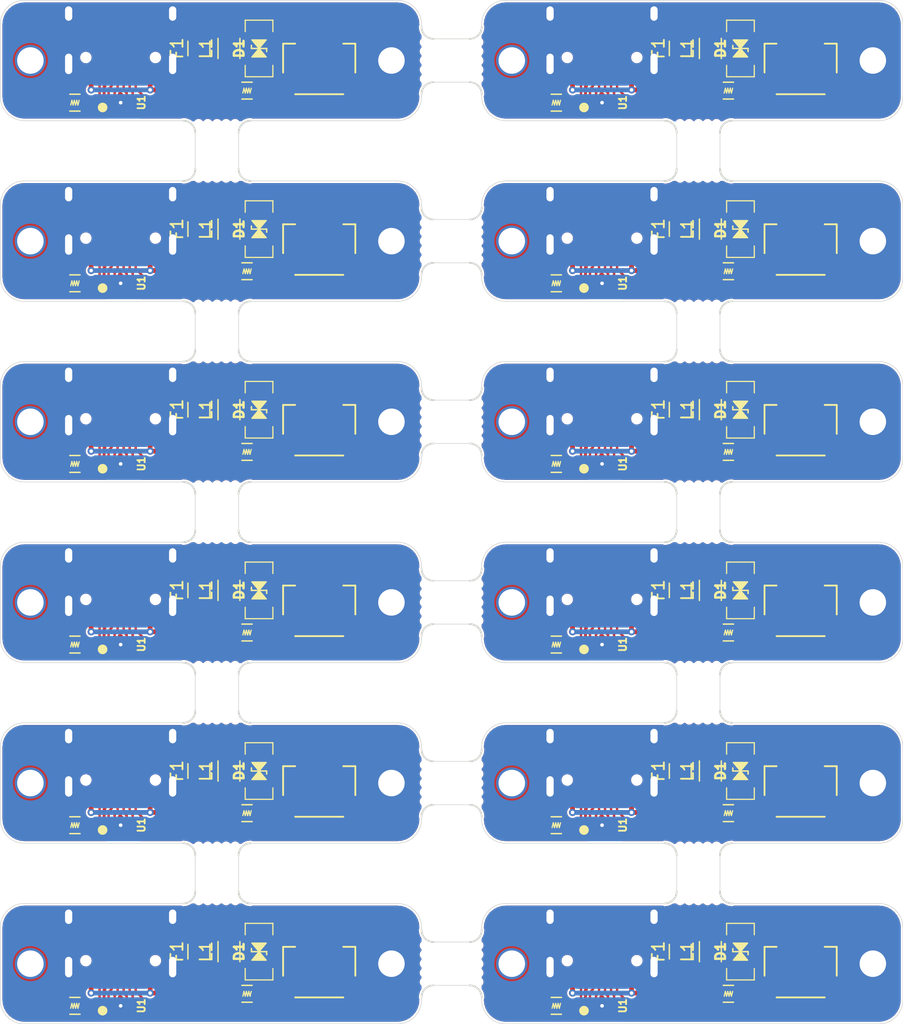
<source format=kicad_pcb>
(kicad_pcb (version 20171130) (host pcbnew "(5.1.11)-1")
  (layers (0 F.Cu signal hide) (31 B.Cu signal hide) (34 B.Paste user) (35 F.Paste user) (36 B.SilkS user) (37 F.SilkS user) (38 B.Mask user) (39 F.Mask user) (44 Edge.Cuts user))
  (net 0 "")
  (net 1 "Net-(USB1-Pad3)")
  (net 2 "Net-(USB1-Pad9)")
  (net 3 +5V)
  (net 4 GNDPWR)
  (net 5 GND)
  (net 6 "Net-(R1-Pad2)")
  (net 7 "Net-(R2-Pad2)")
  (net 8 VBUS)
  (net 9 D-)
  (net 10 D+)
  (module sanproject-keyboard-part:HRO-TYPE-C-31-M-12-Assembly (layer F.Cu) (at 172 25 180)
    (fp_text reference USB1)
    (fp_text value HRO-TYPE-C-31-M-12-Type-C)
    (pad 13 thru_hole oval (at 4.32 -2.6 180) (size 1 1.6) (drill oval 0.6 1.2) (layers *.Cu *.Mask) (net 4 GNDPWR))
    (pad 13 thru_hole oval (at -4.32 -2.6 180) (size 1 1.6) (drill oval 0.6 1.2) (layers *.Cu *.Mask) (net 4 GNDPWR))
    (pad 13 thru_hole oval (at 4.32 -6.78 180) (size 1 2.1) (drill oval 0.6 1.7) (layers *.Cu *.Mask) (net 4 GNDPWR))
    (pad 13 thru_hole oval (at -4.32 -6.78 180) (size 1 2.1) (drill oval 0.6 1.7) (layers *.Cu *.Mask) (net 4 GNDPWR))
    (pad "" np_thru_hole circle (at -2.89 -6.25 180) (size 0.65 0.65) (drill 0.65) (layers *.Cu *.Mask))
    (pad "" np_thru_hole circle (at 2.89 -6.25 180) (size 0.65 0.65) (drill 0.65) (layers *.Cu *.Mask))
    (pad 6 smd rect (at -0.25 -7.695 180) (size 0.3 1.45) (layers F.Cu F.Paste F.Mask) (net 10 D+))
    (pad 7 smd rect (at 0.25 -7.695 180) (size 0.3 1.45) (layers F.Cu F.Paste F.Mask) (net 9 D-))
    (pad 8 smd rect (at 0.75 -7.695 180) (size 0.3 1.45) (layers F.Cu F.Paste F.Mask) (net 10 D+))
    (pad 5 smd rect (at -0.75 -7.695 180) (size 0.3 1.45) (layers F.Cu F.Paste F.Mask) (net 9 D-))
    (pad 9 smd rect (at 1.25 -7.695 180) (size 0.3 1.45) (layers F.Cu F.Paste F.Mask) (net 2 "Net-(USB1-Pad9)"))
    (pad 4 smd rect (at -1.25 -7.695 180) (size 0.3 1.45) (layers F.Cu F.Paste F.Mask) (net 6 "Net-(R1-Pad2)"))
    (pad 10 smd rect (at 1.75 -7.695 180) (size 0.3 1.45) (layers F.Cu F.Paste F.Mask) (net 7 "Net-(R2-Pad2)"))
    (pad 3 smd rect (at -1.75 -7.695 180) (size 0.3 1.45) (layers F.Cu F.Paste F.Mask) (net 1 "Net-(USB1-Pad3)"))
    (pad 2 smd rect (at -2.45 -7.695 180) (size 0.6 1.45) (layers F.Cu F.Paste F.Mask) (net 8 VBUS))
    (pad 11 smd rect (at 2.45 -7.695 180) (size 0.6 1.45) (layers F.Cu F.Paste F.Mask) (net 8 VBUS))
    (pad 1 smd rect (at -3.225 -7.695 180) (size 0.6 1.45) (layers F.Cu F.Paste F.Mask) (net 4 GNDPWR))
    (pad 12 smd rect (at 3.225 -7.695 180) (size 0.6 1.45) (layers F.Cu F.Paste F.Mask) (net 4 GNDPWR))
  )
  (module sanproject-keyboard-part:mouse-bite-3mm-1slot-90deg (layer F.Cu) (at 180 40.5)
    (fp_text reference mouse-bite-3mm-slot hide)
    (fp_text value VAL** hide)
    (fp_arc (start -2.8 0) (end -1.8 0) (angle 90) (layer Edge.Cuts) (width 0.15))
    (fp_arc (start 2.8 0) (end 1.8 0) (angle -90) (layer Edge.Cuts) (width 0.15))
    (pad "" np_thru_hole circle (at -0.762 0.75) (size 0.5 0.5) (drill 0.5) (layers *.Cu *.Mask))
    (pad "" np_thru_hole circle (at -1.512 0.75) (size 0.5 0.5) (drill 0.5) (layers *.Cu *.Mask))
    (pad "" np_thru_hole circle (at -0.012 0.75) (size 0.5 0.5) (drill 0.5) (layers *.Cu *.Mask))
    (pad "" np_thru_hole circle (at 0.762 0.75) (size 0.5 0.5) (drill 0.5) (layers *.Cu *.Mask))
    (pad "" np_thru_hole circle (at 1.524 0.75) (size 0.5 0.5) (drill 0.5) (layers *.Cu *.Mask))
  )
  (module sanproject-keyboard-part:mouse-bite-3mm-1slot-90deg (layer F.Cu) (at 180 97.5 180)
    (fp_text reference mouse-bite-3mm-slot hide)
    (fp_text value VAL** hide)
    (fp_arc (start 2.8 0) (end 1.8 0) (angle -90) (layer Edge.Cuts) (width 0.15))
    (fp_arc (start -2.8 0) (end -1.8 0) (angle 90) (layer Edge.Cuts) (width 0.15))
    (pad "" np_thru_hole circle (at 1.524 0.75 180) (size 0.5 0.5) (drill 0.5) (layers *.Cu *.Mask))
    (pad "" np_thru_hole circle (at 0.762 0.75 180) (size 0.5 0.5) (drill 0.5) (layers *.Cu *.Mask))
    (pad "" np_thru_hole circle (at -0.012 0.75 180) (size 0.5 0.5) (drill 0.5) (layers *.Cu *.Mask))
    (pad "" np_thru_hole circle (at -1.512 0.75 180) (size 0.5 0.5) (drill 0.5) (layers *.Cu *.Mask))
    (pad "" np_thru_hole circle (at -0.762 0.75 180) (size 0.5 0.5) (drill 0.5) (layers *.Cu *.Mask))
  )
  (module sanproject-keyboard-part:mouse-bite-3mm-1slot-90deg (layer F.Cu) (at 140 97.5 180)
    (fp_text reference mouse-bite-3mm-slot hide)
    (fp_text value VAL** hide)
    (fp_arc (start 2.8 0) (end 1.8 0) (angle -90) (layer Edge.Cuts) (width 0.15))
    (fp_arc (start -2.8 0) (end -1.8 0) (angle 90) (layer Edge.Cuts) (width 0.15))
    (pad "" np_thru_hole circle (at 1.524 0.75 180) (size 0.5 0.5) (drill 0.5) (layers *.Cu *.Mask))
    (pad "" np_thru_hole circle (at 0.762 0.75 180) (size 0.5 0.5) (drill 0.5) (layers *.Cu *.Mask))
    (pad "" np_thru_hole circle (at -0.012 0.75 180) (size 0.5 0.5) (drill 0.5) (layers *.Cu *.Mask))
    (pad "" np_thru_hole circle (at -1.512 0.75 180) (size 0.5 0.5) (drill 0.5) (layers *.Cu *.Mask))
    (pad "" np_thru_hole circle (at -0.762 0.75 180) (size 0.5 0.5) (drill 0.5) (layers *.Cu *.Mask))
  )
  (module sanproject-keyboard-part:mouse-bite-3mm-1slot-90deg (layer F.Cu) (at 180 82.5 180)
    (fp_text reference mouse-bite-3mm-slot hide)
    (fp_text value VAL** hide)
    (fp_arc (start 2.8 0) (end 1.8 0) (angle -90) (layer Edge.Cuts) (width 0.15))
    (fp_arc (start -2.8 0) (end -1.8 0) (angle 90) (layer Edge.Cuts) (width 0.15))
    (pad "" np_thru_hole circle (at 1.524 0.75 180) (size 0.5 0.5) (drill 0.5) (layers *.Cu *.Mask))
    (pad "" np_thru_hole circle (at 0.762 0.75 180) (size 0.5 0.5) (drill 0.5) (layers *.Cu *.Mask))
    (pad "" np_thru_hole circle (at -0.012 0.75 180) (size 0.5 0.5) (drill 0.5) (layers *.Cu *.Mask))
    (pad "" np_thru_hole circle (at -1.512 0.75 180) (size 0.5 0.5) (drill 0.5) (layers *.Cu *.Mask))
    (pad "" np_thru_hole circle (at -0.762 0.75 180) (size 0.5 0.5) (drill 0.5) (layers *.Cu *.Mask))
  )
  (module sanproject-keyboard-part:mouse-bite-3mm-1slot-90deg (layer F.Cu) (at 140 82.5 180)
    (fp_text reference mouse-bite-3mm-slot hide)
    (fp_text value VAL** hide)
    (fp_arc (start 2.8 0) (end 1.8 0) (angle -90) (layer Edge.Cuts) (width 0.15))
    (fp_arc (start -2.8 0) (end -1.8 0) (angle 90) (layer Edge.Cuts) (width 0.15))
    (pad "" np_thru_hole circle (at 1.524 0.75 180) (size 0.5 0.5) (drill 0.5) (layers *.Cu *.Mask))
    (pad "" np_thru_hole circle (at 0.762 0.75 180) (size 0.5 0.5) (drill 0.5) (layers *.Cu *.Mask))
    (pad "" np_thru_hole circle (at -0.012 0.75 180) (size 0.5 0.5) (drill 0.5) (layers *.Cu *.Mask))
    (pad "" np_thru_hole circle (at -1.512 0.75 180) (size 0.5 0.5) (drill 0.5) (layers *.Cu *.Mask))
    (pad "" np_thru_hole circle (at -0.762 0.75 180) (size 0.5 0.5) (drill 0.5) (layers *.Cu *.Mask))
  )
  (module sanproject-keyboard-part:mouse-bite-3mm-1slot-90deg (layer F.Cu) (at 180 67.5 180)
    (fp_text reference mouse-bite-3mm-slot hide)
    (fp_text value VAL** hide)
    (fp_arc (start 2.8 0) (end 1.8 0) (angle -90) (layer Edge.Cuts) (width 0.15))
    (fp_arc (start -2.8 0) (end -1.8 0) (angle 90) (layer Edge.Cuts) (width 0.15))
    (pad "" np_thru_hole circle (at 1.524 0.75 180) (size 0.5 0.5) (drill 0.5) (layers *.Cu *.Mask))
    (pad "" np_thru_hole circle (at 0.762 0.75 180) (size 0.5 0.5) (drill 0.5) (layers *.Cu *.Mask))
    (pad "" np_thru_hole circle (at -0.012 0.75 180) (size 0.5 0.5) (drill 0.5) (layers *.Cu *.Mask))
    (pad "" np_thru_hole circle (at -1.512 0.75 180) (size 0.5 0.5) (drill 0.5) (layers *.Cu *.Mask))
    (pad "" np_thru_hole circle (at -0.762 0.75 180) (size 0.5 0.5) (drill 0.5) (layers *.Cu *.Mask))
  )
  (module sanproject-keyboard-part:mouse-bite-3mm-1slot-90deg (layer F.Cu) (at 140 67.5 180)
    (fp_text reference mouse-bite-3mm-slot hide)
    (fp_text value VAL** hide)
    (fp_arc (start 2.8 0) (end 1.8 0) (angle -90) (layer Edge.Cuts) (width 0.15))
    (fp_arc (start -2.8 0) (end -1.8 0) (angle 90) (layer Edge.Cuts) (width 0.15))
    (pad "" np_thru_hole circle (at 1.524 0.75 180) (size 0.5 0.5) (drill 0.5) (layers *.Cu *.Mask))
    (pad "" np_thru_hole circle (at 0.762 0.75 180) (size 0.5 0.5) (drill 0.5) (layers *.Cu *.Mask))
    (pad "" np_thru_hole circle (at -0.012 0.75 180) (size 0.5 0.5) (drill 0.5) (layers *.Cu *.Mask))
    (pad "" np_thru_hole circle (at -1.512 0.75 180) (size 0.5 0.5) (drill 0.5) (layers *.Cu *.Mask))
    (pad "" np_thru_hole circle (at -0.762 0.75 180) (size 0.5 0.5) (drill 0.5) (layers *.Cu *.Mask))
  )
  (module sanproject-keyboard-part:mouse-bite-3mm-1slot-90deg (layer F.Cu) (at 180 52.5 180)
    (fp_text reference mouse-bite-3mm-slot hide)
    (fp_text value VAL** hide)
    (fp_arc (start 2.8 0) (end 1.8 0) (angle -90) (layer Edge.Cuts) (width 0.15))
    (fp_arc (start -2.8 0) (end -1.8 0) (angle 90) (layer Edge.Cuts) (width 0.15))
    (pad "" np_thru_hole circle (at 1.524 0.75 180) (size 0.5 0.5) (drill 0.5) (layers *.Cu *.Mask))
    (pad "" np_thru_hole circle (at 0.762 0.75 180) (size 0.5 0.5) (drill 0.5) (layers *.Cu *.Mask))
    (pad "" np_thru_hole circle (at -0.012 0.75 180) (size 0.5 0.5) (drill 0.5) (layers *.Cu *.Mask))
    (pad "" np_thru_hole circle (at -1.512 0.75 180) (size 0.5 0.5) (drill 0.5) (layers *.Cu *.Mask))
    (pad "" np_thru_hole circle (at -0.762 0.75 180) (size 0.5 0.5) (drill 0.5) (layers *.Cu *.Mask))
  )
  (module sanproject-keyboard-part:mouse-bite-3mm-1slot-90deg (layer F.Cu) (at 140 52.5 180)
    (fp_text reference mouse-bite-3mm-slot hide)
    (fp_text value VAL** hide)
    (fp_arc (start 2.8 0) (end 1.8 0) (angle -90) (layer Edge.Cuts) (width 0.15))
    (fp_arc (start -2.8 0) (end -1.8 0) (angle 90) (layer Edge.Cuts) (width 0.15))
    (pad "" np_thru_hole circle (at 1.524 0.75 180) (size 0.5 0.5) (drill 0.5) (layers *.Cu *.Mask))
    (pad "" np_thru_hole circle (at 0.762 0.75 180) (size 0.5 0.5) (drill 0.5) (layers *.Cu *.Mask))
    (pad "" np_thru_hole circle (at -0.012 0.75 180) (size 0.5 0.5) (drill 0.5) (layers *.Cu *.Mask))
    (pad "" np_thru_hole circle (at -1.512 0.75 180) (size 0.5 0.5) (drill 0.5) (layers *.Cu *.Mask))
    (pad "" np_thru_hole circle (at -0.762 0.75 180) (size 0.5 0.5) (drill 0.5) (layers *.Cu *.Mask))
  )
  (module sanproject-keyboard-part:mouse-bite-3mm-1slot-90deg (layer F.Cu) (at 180 37.5 180)
    (fp_text reference mouse-bite-3mm-slot hide)
    (fp_text value VAL** hide)
    (fp_arc (start 2.8 0) (end 1.8 0) (angle -90) (layer Edge.Cuts) (width 0.15))
    (fp_arc (start -2.8 0) (end -1.8 0) (angle 90) (layer Edge.Cuts) (width 0.15))
    (pad "" np_thru_hole circle (at 1.524 0.75 180) (size 0.5 0.5) (drill 0.5) (layers *.Cu *.Mask))
    (pad "" np_thru_hole circle (at 0.762 0.75 180) (size 0.5 0.5) (drill 0.5) (layers *.Cu *.Mask))
    (pad "" np_thru_hole circle (at -0.012 0.75 180) (size 0.5 0.5) (drill 0.5) (layers *.Cu *.Mask))
    (pad "" np_thru_hole circle (at -1.512 0.75 180) (size 0.5 0.5) (drill 0.5) (layers *.Cu *.Mask))
    (pad "" np_thru_hole circle (at -0.762 0.75 180) (size 0.5 0.5) (drill 0.5) (layers *.Cu *.Mask))
  )
  (module sanproject-keyboard-part:mouse-bite-3mm-1slot-90deg (layer F.Cu) (at 180 100.5)
    (fp_text reference mouse-bite-3mm-slot hide)
    (fp_text value VAL** hide)
    (fp_arc (start -2.8 0) (end -1.8 0) (angle 90) (layer Edge.Cuts) (width 0.15))
    (fp_arc (start 2.8 0) (end 1.8 0) (angle -90) (layer Edge.Cuts) (width 0.15))
    (pad "" np_thru_hole circle (at -0.762 0.75) (size 0.5 0.5) (drill 0.5) (layers *.Cu *.Mask))
    (pad "" np_thru_hole circle (at -1.512 0.75) (size 0.5 0.5) (drill 0.5) (layers *.Cu *.Mask))
    (pad "" np_thru_hole circle (at -0.012 0.75) (size 0.5 0.5) (drill 0.5) (layers *.Cu *.Mask))
    (pad "" np_thru_hole circle (at 0.762 0.75) (size 0.5 0.5) (drill 0.5) (layers *.Cu *.Mask))
    (pad "" np_thru_hole circle (at 1.524 0.75) (size 0.5 0.5) (drill 0.5) (layers *.Cu *.Mask))
  )
  (module sanproject-keyboard-part:mouse-bite-3mm-1slot-90deg (layer F.Cu) (at 140 100.5)
    (fp_text reference mouse-bite-3mm-slot hide)
    (fp_text value VAL** hide)
    (fp_arc (start -2.8 0) (end -1.8 0) (angle 90) (layer Edge.Cuts) (width 0.15))
    (fp_arc (start 2.8 0) (end 1.8 0) (angle -90) (layer Edge.Cuts) (width 0.15))
    (pad "" np_thru_hole circle (at -0.762 0.75) (size 0.5 0.5) (drill 0.5) (layers *.Cu *.Mask))
    (pad "" np_thru_hole circle (at -1.512 0.75) (size 0.5 0.5) (drill 0.5) (layers *.Cu *.Mask))
    (pad "" np_thru_hole circle (at -0.012 0.75) (size 0.5 0.5) (drill 0.5) (layers *.Cu *.Mask))
    (pad "" np_thru_hole circle (at 0.762 0.75) (size 0.5 0.5) (drill 0.5) (layers *.Cu *.Mask))
    (pad "" np_thru_hole circle (at 1.524 0.75) (size 0.5 0.5) (drill 0.5) (layers *.Cu *.Mask))
  )
  (module sanproject-keyboard-part:mouse-bite-3mm-1slot-90deg (layer F.Cu) (at 180 85.5)
    (fp_text reference mouse-bite-3mm-slot hide)
    (fp_text value VAL** hide)
    (fp_arc (start -2.8 0) (end -1.8 0) (angle 90) (layer Edge.Cuts) (width 0.15))
    (fp_arc (start 2.8 0) (end 1.8 0) (angle -90) (layer Edge.Cuts) (width 0.15))
    (pad "" np_thru_hole circle (at -0.762 0.75) (size 0.5 0.5) (drill 0.5) (layers *.Cu *.Mask))
    (pad "" np_thru_hole circle (at -1.512 0.75) (size 0.5 0.5) (drill 0.5) (layers *.Cu *.Mask))
    (pad "" np_thru_hole circle (at -0.012 0.75) (size 0.5 0.5) (drill 0.5) (layers *.Cu *.Mask))
    (pad "" np_thru_hole circle (at 0.762 0.75) (size 0.5 0.5) (drill 0.5) (layers *.Cu *.Mask))
    (pad "" np_thru_hole circle (at 1.524 0.75) (size 0.5 0.5) (drill 0.5) (layers *.Cu *.Mask))
  )
  (module sanproject-keyboard-part:mouse-bite-3mm-1slot-90deg (layer F.Cu) (at 140 85.5)
    (fp_text reference mouse-bite-3mm-slot hide)
    (fp_text value VAL** hide)
    (fp_arc (start -2.8 0) (end -1.8 0) (angle 90) (layer Edge.Cuts) (width 0.15))
    (fp_arc (start 2.8 0) (end 1.8 0) (angle -90) (layer Edge.Cuts) (width 0.15))
    (pad "" np_thru_hole circle (at -0.762 0.75) (size 0.5 0.5) (drill 0.5) (layers *.Cu *.Mask))
    (pad "" np_thru_hole circle (at -1.512 0.75) (size 0.5 0.5) (drill 0.5) (layers *.Cu *.Mask))
    (pad "" np_thru_hole circle (at -0.012 0.75) (size 0.5 0.5) (drill 0.5) (layers *.Cu *.Mask))
    (pad "" np_thru_hole circle (at 0.762 0.75) (size 0.5 0.5) (drill 0.5) (layers *.Cu *.Mask))
    (pad "" np_thru_hole circle (at 1.524 0.75) (size 0.5 0.5) (drill 0.5) (layers *.Cu *.Mask))
  )
  (module sanproject-keyboard-part:mouse-bite-3mm-1slot-90deg (layer F.Cu) (at 180 70.5)
    (fp_text reference mouse-bite-3mm-slot hide)
    (fp_text value VAL** hide)
    (fp_arc (start -2.8 0) (end -1.8 0) (angle 90) (layer Edge.Cuts) (width 0.15))
    (fp_arc (start 2.8 0) (end 1.8 0) (angle -90) (layer Edge.Cuts) (width 0.15))
    (pad "" np_thru_hole circle (at -0.762 0.75) (size 0.5 0.5) (drill 0.5) (layers *.Cu *.Mask))
    (pad "" np_thru_hole circle (at -1.512 0.75) (size 0.5 0.5) (drill 0.5) (layers *.Cu *.Mask))
    (pad "" np_thru_hole circle (at -0.012 0.75) (size 0.5 0.5) (drill 0.5) (layers *.Cu *.Mask))
    (pad "" np_thru_hole circle (at 0.762 0.75) (size 0.5 0.5) (drill 0.5) (layers *.Cu *.Mask))
    (pad "" np_thru_hole circle (at 1.524 0.75) (size 0.5 0.5) (drill 0.5) (layers *.Cu *.Mask))
  )
  (module sanproject-keyboard-part:mouse-bite-3mm-1slot-90deg (layer F.Cu) (at 140 70.5)
    (fp_text reference mouse-bite-3mm-slot hide)
    (fp_text value VAL** hide)
    (fp_arc (start -2.8 0) (end -1.8 0) (angle 90) (layer Edge.Cuts) (width 0.15))
    (fp_arc (start 2.8 0) (end 1.8 0) (angle -90) (layer Edge.Cuts) (width 0.15))
    (pad "" np_thru_hole circle (at -0.762 0.75) (size 0.5 0.5) (drill 0.5) (layers *.Cu *.Mask))
    (pad "" np_thru_hole circle (at -1.512 0.75) (size 0.5 0.5) (drill 0.5) (layers *.Cu *.Mask))
    (pad "" np_thru_hole circle (at -0.012 0.75) (size 0.5 0.5) (drill 0.5) (layers *.Cu *.Mask))
    (pad "" np_thru_hole circle (at 0.762 0.75) (size 0.5 0.5) (drill 0.5) (layers *.Cu *.Mask))
    (pad "" np_thru_hole circle (at 1.524 0.75) (size 0.5 0.5) (drill 0.5) (layers *.Cu *.Mask))
  )
  (module sanproject-keyboard-part:mouse-bite-3mm-1slot-90deg (layer F.Cu) (at 180 55.5)
    (fp_text reference mouse-bite-3mm-slot hide)
    (fp_text value VAL** hide)
    (fp_arc (start -2.8 0) (end -1.8 0) (angle 90) (layer Edge.Cuts) (width 0.15))
    (fp_arc (start 2.8 0) (end 1.8 0) (angle -90) (layer Edge.Cuts) (width 0.15))
    (pad "" np_thru_hole circle (at -0.762 0.75) (size 0.5 0.5) (drill 0.5) (layers *.Cu *.Mask))
    (pad "" np_thru_hole circle (at -1.512 0.75) (size 0.5 0.5) (drill 0.5) (layers *.Cu *.Mask))
    (pad "" np_thru_hole circle (at -0.012 0.75) (size 0.5 0.5) (drill 0.5) (layers *.Cu *.Mask))
    (pad "" np_thru_hole circle (at 0.762 0.75) (size 0.5 0.5) (drill 0.5) (layers *.Cu *.Mask))
    (pad "" np_thru_hole circle (at 1.524 0.75) (size 0.5 0.5) (drill 0.5) (layers *.Cu *.Mask))
  )
  (module sanproject-keyboard-part:mouse-bite-3mm-1slot-90deg (layer F.Cu) (at 140 55.5)
    (fp_text reference mouse-bite-3mm-slot hide)
    (fp_text value VAL** hide)
    (fp_arc (start -2.8 0) (end -1.8 0) (angle 90) (layer Edge.Cuts) (width 0.15))
    (fp_arc (start 2.8 0) (end 1.8 0) (angle -90) (layer Edge.Cuts) (width 0.15))
    (pad "" np_thru_hole circle (at -0.762 0.75) (size 0.5 0.5) (drill 0.5) (layers *.Cu *.Mask))
    (pad "" np_thru_hole circle (at -1.512 0.75) (size 0.5 0.5) (drill 0.5) (layers *.Cu *.Mask))
    (pad "" np_thru_hole circle (at -0.012 0.75) (size 0.5 0.5) (drill 0.5) (layers *.Cu *.Mask))
    (pad "" np_thru_hole circle (at 0.762 0.75) (size 0.5 0.5) (drill 0.5) (layers *.Cu *.Mask))
    (pad "" np_thru_hole circle (at 1.524 0.75) (size 0.5 0.5) (drill 0.5) (layers *.Cu *.Mask))
  )
  (module sanproject-keyboard-part:mouse-bite-3mm-1slot-90deg (layer F.Cu) (at 180 40.5)
    (fp_text reference mouse-bite-3mm-slot hide)
    (fp_text value VAL** hide)
    (fp_arc (start -2.8 0) (end -1.8 0) (angle 90) (layer Edge.Cuts) (width 0.15))
    (fp_arc (start 2.8 0) (end 1.8 0) (angle -90) (layer Edge.Cuts) (width 0.15))
    (pad "" np_thru_hole circle (at -0.762 0.75) (size 0.5 0.5) (drill 0.5) (layers *.Cu *.Mask))
    (pad "" np_thru_hole circle (at -1.512 0.75) (size 0.5 0.5) (drill 0.5) (layers *.Cu *.Mask))
    (pad "" np_thru_hole circle (at -0.012 0.75) (size 0.5 0.5) (drill 0.5) (layers *.Cu *.Mask))
    (pad "" np_thru_hole circle (at 0.762 0.75) (size 0.5 0.5) (drill 0.5) (layers *.Cu *.Mask))
    (pad "" np_thru_hole circle (at 1.524 0.75) (size 0.5 0.5) (drill 0.5) (layers *.Cu *.Mask))
  )
  (module sanproject-keyboard-part:mouse-bite-3mm-1slot-90deg (layer F.Cu) (at 140 40.5)
    (fp_text reference mouse-bite-3mm-slot hide)
    (fp_text value VAL** hide)
    (fp_arc (start 2.8 0) (end 1.8 0) (angle -90) (layer Edge.Cuts) (width 0.15))
    (fp_arc (start -2.8 0) (end -1.8 0) (angle 90) (layer Edge.Cuts) (width 0.15))
    (pad "" np_thru_hole circle (at 1.524 0.75) (size 0.5 0.5) (drill 0.5) (layers *.Cu *.Mask))
    (pad "" np_thru_hole circle (at 0.762 0.75) (size 0.5 0.5) (drill 0.5) (layers *.Cu *.Mask))
    (pad "" np_thru_hole circle (at -0.012 0.75) (size 0.5 0.5) (drill 0.5) (layers *.Cu *.Mask))
    (pad "" np_thru_hole circle (at -1.512 0.75) (size 0.5 0.5) (drill 0.5) (layers *.Cu *.Mask))
    (pad "" np_thru_hole circle (at -0.762 0.75) (size 0.5 0.5) (drill 0.5) (layers *.Cu *.Mask))
  )
  (module sanproject-keyboard-part:mouse-bite-3mm-1slot-90deg (layer F.Cu) (at 140 37.5 180)
    (fp_text reference mouse-bite-3mm-slot hide)
    (fp_text value VAL** hide)
    (fp_arc (start -2.8 0) (end -1.8 0) (angle 90) (layer Edge.Cuts) (width 0.15))
    (fp_arc (start 2.8 0) (end 1.8 0) (angle -90) (layer Edge.Cuts) (width 0.15))
    (pad "" np_thru_hole circle (at -0.762 0.75 180) (size 0.5 0.5) (drill 0.5) (layers *.Cu *.Mask))
    (pad "" np_thru_hole circle (at -1.512 0.75 180) (size 0.5 0.5) (drill 0.5) (layers *.Cu *.Mask))
    (pad "" np_thru_hole circle (at -0.012 0.75 180) (size 0.5 0.5) (drill 0.5) (layers *.Cu *.Mask))
    (pad "" np_thru_hole circle (at 0.762 0.75 180) (size 0.5 0.5) (drill 0.5) (layers *.Cu *.Mask))
    (pad "" np_thru_hole circle (at 1.524 0.75 180) (size 0.5 0.5) (drill 0.5) (layers *.Cu *.Mask))
  )
  (module sanproject-keyboard-part:mouse-bite-3mm-1slot-90deg (layer F.Cu) (at 158 106.5 270)
    (fp_text reference mouse-bite-3mm-slot hide)
    (fp_text value VAL** hide)
    (fp_arc (start 2.8 0) (end 1.8 0) (angle -90) (layer Edge.Cuts) (width 0.15))
    (fp_arc (start -2.8 0) (end -1.8 0) (angle 90) (layer Edge.Cuts) (width 0.15))
    (pad "" np_thru_hole circle (at 1.524 0.75 270) (size 0.5 0.5) (drill 0.5) (layers *.Cu *.Mask))
    (pad "" np_thru_hole circle (at 0.762 0.75 270) (size 0.5 0.5) (drill 0.5) (layers *.Cu *.Mask))
    (pad "" np_thru_hole circle (at -0.012 0.75 270) (size 0.5 0.5) (drill 0.5) (layers *.Cu *.Mask))
    (pad "" np_thru_hole circle (at -1.512 0.75 270) (size 0.5 0.5) (drill 0.5) (layers *.Cu *.Mask))
    (pad "" np_thru_hole circle (at -0.762 0.75 270) (size 0.5 0.5) (drill 0.5) (layers *.Cu *.Mask))
  )
  (module sanproject-keyboard-part:mouse-bite-3mm-1slot-90deg (layer F.Cu) (at 158 91.5 270)
    (fp_text reference mouse-bite-3mm-slot hide)
    (fp_text value VAL** hide)
    (fp_arc (start 2.8 0) (end 1.8 0) (angle -90) (layer Edge.Cuts) (width 0.15))
    (fp_arc (start -2.8 0) (end -1.8 0) (angle 90) (layer Edge.Cuts) (width 0.15))
    (pad "" np_thru_hole circle (at 1.524 0.75 270) (size 0.5 0.5) (drill 0.5) (layers *.Cu *.Mask))
    (pad "" np_thru_hole circle (at 0.762 0.75 270) (size 0.5 0.5) (drill 0.5) (layers *.Cu *.Mask))
    (pad "" np_thru_hole circle (at -0.012 0.75 270) (size 0.5 0.5) (drill 0.5) (layers *.Cu *.Mask))
    (pad "" np_thru_hole circle (at -1.512 0.75 270) (size 0.5 0.5) (drill 0.5) (layers *.Cu *.Mask))
    (pad "" np_thru_hole circle (at -0.762 0.75 270) (size 0.5 0.5) (drill 0.5) (layers *.Cu *.Mask))
  )
  (module sanproject-keyboard-part:mouse-bite-3mm-1slot-90deg (layer F.Cu) (at 158 76.5 270)
    (fp_text reference mouse-bite-3mm-slot hide)
    (fp_text value VAL** hide)
    (fp_arc (start 2.8 0) (end 1.8 0) (angle -90) (layer Edge.Cuts) (width 0.15))
    (fp_arc (start -2.8 0) (end -1.8 0) (angle 90) (layer Edge.Cuts) (width 0.15))
    (pad "" np_thru_hole circle (at 1.524 0.75 270) (size 0.5 0.5) (drill 0.5) (layers *.Cu *.Mask))
    (pad "" np_thru_hole circle (at 0.762 0.75 270) (size 0.5 0.5) (drill 0.5) (layers *.Cu *.Mask))
    (pad "" np_thru_hole circle (at -0.012 0.75 270) (size 0.5 0.5) (drill 0.5) (layers *.Cu *.Mask))
    (pad "" np_thru_hole circle (at -1.512 0.75 270) (size 0.5 0.5) (drill 0.5) (layers *.Cu *.Mask))
    (pad "" np_thru_hole circle (at -0.762 0.75 270) (size 0.5 0.5) (drill 0.5) (layers *.Cu *.Mask))
  )
  (module sanproject-keyboard-part:mouse-bite-3mm-1slot-90deg (layer F.Cu) (at 158 61.5 270)
    (fp_text reference mouse-bite-3mm-slot hide)
    (fp_text value VAL** hide)
    (fp_arc (start 2.8 0) (end 1.8 0) (angle -90) (layer Edge.Cuts) (width 0.15))
    (fp_arc (start -2.8 0) (end -1.8 0) (angle 90) (layer Edge.Cuts) (width 0.15))
    (pad "" np_thru_hole circle (at 1.524 0.75 270) (size 0.5 0.5) (drill 0.5) (layers *.Cu *.Mask))
    (pad "" np_thru_hole circle (at 0.762 0.75 270) (size 0.5 0.5) (drill 0.5) (layers *.Cu *.Mask))
    (pad "" np_thru_hole circle (at -0.012 0.75 270) (size 0.5 0.5) (drill 0.5) (layers *.Cu *.Mask))
    (pad "" np_thru_hole circle (at -1.512 0.75 270) (size 0.5 0.5) (drill 0.5) (layers *.Cu *.Mask))
    (pad "" np_thru_hole circle (at -0.762 0.75 270) (size 0.5 0.5) (drill 0.5) (layers *.Cu *.Mask))
  )
  (module sanproject-keyboard-part:mouse-bite-3mm-1slot-90deg (layer F.Cu) (at 158 46.5 270)
    (fp_text reference mouse-bite-3mm-slot hide)
    (fp_text value VAL** hide)
    (fp_arc (start 2.8 0) (end 1.8 0) (angle -90) (layer Edge.Cuts) (width 0.15))
    (fp_arc (start -2.8 0) (end -1.8 0) (angle 90) (layer Edge.Cuts) (width 0.15))
    (pad "" np_thru_hole circle (at 1.524 0.75 270) (size 0.5 0.5) (drill 0.5) (layers *.Cu *.Mask))
    (pad "" np_thru_hole circle (at 0.762 0.75 270) (size 0.5 0.5) (drill 0.5) (layers *.Cu *.Mask))
    (pad "" np_thru_hole circle (at -0.012 0.75 270) (size 0.5 0.5) (drill 0.5) (layers *.Cu *.Mask))
    (pad "" np_thru_hole circle (at -1.512 0.75 270) (size 0.5 0.5) (drill 0.5) (layers *.Cu *.Mask))
    (pad "" np_thru_hole circle (at -0.762 0.75 270) (size 0.5 0.5) (drill 0.5) (layers *.Cu *.Mask))
  )
  (module sanproject-keyboard-part:mouse-bite-3mm-1slot-90deg (layer F.Cu) (at 161 106.5 90)
    (fp_text reference mouse-bite-3mm-slot hide)
    (fp_text value VAL** hide)
    (fp_arc (start -2.8 0) (end -1.8 0) (angle 90) (layer Edge.Cuts) (width 0.15))
    (fp_arc (start 2.8 0) (end 1.8 0) (angle -90) (layer Edge.Cuts) (width 0.15))
    (pad "" np_thru_hole circle (at -0.762 0.75 90) (size 0.5 0.5) (drill 0.5) (layers *.Cu *.Mask))
    (pad "" np_thru_hole circle (at -1.512 0.75 90) (size 0.5 0.5) (drill 0.5) (layers *.Cu *.Mask))
    (pad "" np_thru_hole circle (at -0.012 0.75 90) (size 0.5 0.5) (drill 0.5) (layers *.Cu *.Mask))
    (pad "" np_thru_hole circle (at 0.762 0.75 90) (size 0.5 0.5) (drill 0.5) (layers *.Cu *.Mask))
    (pad "" np_thru_hole circle (at 1.524 0.75 90) (size 0.5 0.5) (drill 0.5) (layers *.Cu *.Mask))
  )
  (module sanproject-keyboard-part:mouse-bite-3mm-1slot-90deg (layer F.Cu) (at 161 91.5 90)
    (fp_text reference mouse-bite-3mm-slot hide)
    (fp_text value VAL** hide)
    (fp_arc (start -2.8 0) (end -1.8 0) (angle 90) (layer Edge.Cuts) (width 0.15))
    (fp_arc (start 2.8 0) (end 1.8 0) (angle -90) (layer Edge.Cuts) (width 0.15))
    (pad "" np_thru_hole circle (at -0.762 0.75 90) (size 0.5 0.5) (drill 0.5) (layers *.Cu *.Mask))
    (pad "" np_thru_hole circle (at -1.512 0.75 90) (size 0.5 0.5) (drill 0.5) (layers *.Cu *.Mask))
    (pad "" np_thru_hole circle (at -0.012 0.75 90) (size 0.5 0.5) (drill 0.5) (layers *.Cu *.Mask))
    (pad "" np_thru_hole circle (at 0.762 0.75 90) (size 0.5 0.5) (drill 0.5) (layers *.Cu *.Mask))
    (pad "" np_thru_hole circle (at 1.524 0.75 90) (size 0.5 0.5) (drill 0.5) (layers *.Cu *.Mask))
  )
  (module sanproject-keyboard-part:mouse-bite-3mm-1slot-90deg (layer F.Cu) (at 161 76.5 90)
    (fp_text reference mouse-bite-3mm-slot hide)
    (fp_text value VAL** hide)
    (fp_arc (start -2.8 0) (end -1.8 0) (angle 90) (layer Edge.Cuts) (width 0.15))
    (fp_arc (start 2.8 0) (end 1.8 0) (angle -90) (layer Edge.Cuts) (width 0.15))
    (pad "" np_thru_hole circle (at -0.762 0.75 90) (size 0.5 0.5) (drill 0.5) (layers *.Cu *.Mask))
    (pad "" np_thru_hole circle (at -1.512 0.75 90) (size 0.5 0.5) (drill 0.5) (layers *.Cu *.Mask))
    (pad "" np_thru_hole circle (at -0.012 0.75 90) (size 0.5 0.5) (drill 0.5) (layers *.Cu *.Mask))
    (pad "" np_thru_hole circle (at 0.762 0.75 90) (size 0.5 0.5) (drill 0.5) (layers *.Cu *.Mask))
    (pad "" np_thru_hole circle (at 1.524 0.75 90) (size 0.5 0.5) (drill 0.5) (layers *.Cu *.Mask))
  )
  (module sanproject-keyboard-part:mouse-bite-3mm-1slot-90deg (layer F.Cu) (at 161 61.5 90)
    (fp_text reference mouse-bite-3mm-slot hide)
    (fp_text value VAL** hide)
    (fp_arc (start -2.8 0) (end -1.8 0) (angle 90) (layer Edge.Cuts) (width 0.15))
    (fp_arc (start 2.8 0) (end 1.8 0) (angle -90) (layer Edge.Cuts) (width 0.15))
    (pad "" np_thru_hole circle (at -0.762 0.75 90) (size 0.5 0.5) (drill 0.5) (layers *.Cu *.Mask))
    (pad "" np_thru_hole circle (at -1.512 0.75 90) (size 0.5 0.5) (drill 0.5) (layers *.Cu *.Mask))
    (pad "" np_thru_hole circle (at -0.012 0.75 90) (size 0.5 0.5) (drill 0.5) (layers *.Cu *.Mask))
    (pad "" np_thru_hole circle (at 0.762 0.75 90) (size 0.5 0.5) (drill 0.5) (layers *.Cu *.Mask))
    (pad "" np_thru_hole circle (at 1.524 0.75 90) (size 0.5 0.5) (drill 0.5) (layers *.Cu *.Mask))
  )
  (module sanproject-keyboard-part:mouse-bite-3mm-1slot-90deg (layer F.Cu) (at 161 46.5 90)
    (fp_text reference mouse-bite-3mm-slot hide)
    (fp_text value VAL** hide)
    (fp_arc (start -2.8 0) (end -1.8 0) (angle 90) (layer Edge.Cuts) (width 0.15))
    (fp_arc (start 2.8 0) (end 1.8 0) (angle -90) (layer Edge.Cuts) (width 0.15))
    (pad "" np_thru_hole circle (at -0.762 0.75 90) (size 0.5 0.5) (drill 0.5) (layers *.Cu *.Mask))
    (pad "" np_thru_hole circle (at -1.512 0.75 90) (size 0.5 0.5) (drill 0.5) (layers *.Cu *.Mask))
    (pad "" np_thru_hole circle (at -0.012 0.75 90) (size 0.5 0.5) (drill 0.5) (layers *.Cu *.Mask))
    (pad "" np_thru_hole circle (at 0.762 0.75 90) (size 0.5 0.5) (drill 0.5) (layers *.Cu *.Mask))
    (pad "" np_thru_hole circle (at 1.524 0.75 90) (size 0.5 0.5) (drill 0.5) (layers *.Cu *.Mask))
  )
  (module sanproject-keyboard-part:mouse-bite-3mm-1slot-90deg (layer F.Cu) (at 161 31.5 90)
    (fp_text reference mouse-bite-3mm-slot hide)
    (fp_text value VAL** hide)
    (fp_arc (start 2.8 0) (end 1.8 0) (angle -90) (layer Edge.Cuts) (width 0.15))
    (fp_arc (start -2.8 0) (end -1.8 0) (angle 90) (layer Edge.Cuts) (width 0.15))
    (pad "" np_thru_hole circle (at 1.524 0.75 90) (size 0.5 0.5) (drill 0.5) (layers *.Cu *.Mask))
    (pad "" np_thru_hole circle (at 0.762 0.75 90) (size 0.5 0.5) (drill 0.5) (layers *.Cu *.Mask))
    (pad "" np_thru_hole circle (at -0.012 0.75 90) (size 0.5 0.5) (drill 0.5) (layers *.Cu *.Mask))
    (pad "" np_thru_hole circle (at -1.512 0.75 90) (size 0.5 0.5) (drill 0.5) (layers *.Cu *.Mask))
    (pad "" np_thru_hole circle (at -0.762 0.75 90) (size 0.5 0.5) (drill 0.5) (layers *.Cu *.Mask))
  )
  (module sanproject-keyboard-part:mouse-bite-3mm-1slot-90deg (layer F.Cu) (at 158 31.5 270)
    (fp_text reference mouse-bite-3mm-slot hide)
    (fp_text value VAL** hide)
    (fp_arc (start -2.8 0) (end -1.8 0) (angle 90) (layer Edge.Cuts) (width 0.15))
    (fp_arc (start 2.8 0) (end 1.8 0) (angle -90) (layer Edge.Cuts) (width 0.15))
    (pad "" np_thru_hole circle (at -0.762 0.75 270) (size 0.5 0.5) (drill 0.5) (layers *.Cu *.Mask))
    (pad "" np_thru_hole circle (at -1.512 0.75 270) (size 0.5 0.5) (drill 0.5) (layers *.Cu *.Mask))
    (pad "" np_thru_hole circle (at -0.012 0.75 270) (size 0.5 0.5) (drill 0.5) (layers *.Cu *.Mask))
    (pad "" np_thru_hole circle (at 0.762 0.75 270) (size 0.5 0.5) (drill 0.5) (layers *.Cu *.Mask))
    (pad "" np_thru_hole circle (at 1.524 0.75 270) (size 0.5 0.5) (drill 0.5) (layers *.Cu *.Mask))
  )
  (module MountingHole:MountingHole_2.2mm_M2_ISO7380_Pad (layer F.Cu) (at 194.5 106.5)
    (fp_text reference H1)
    (fp_text value 2.2)
    (pad 1 thru_hole circle (at 0 0) (size 3.5 3.5) (drill 2.2) (layers *.Cu *.Mask) (net 4 GNDPWR))
  )
  (module MountingHole:MountingHole_2.2mm_M2_ISO7380_Pad (layer F.Cu) (at 154.5 106.5)
    (fp_text reference H1)
    (fp_text value 2.2)
    (pad 1 thru_hole circle (at 0 0) (size 3.5 3.5) (drill 2.2) (layers *.Cu *.Mask) (net 4 GNDPWR))
  )
  (module MountingHole:MountingHole_2.2mm_M2_ISO7380_Pad (layer F.Cu) (at 194.5 91.5)
    (fp_text reference H1)
    (fp_text value 2.2)
    (pad 1 thru_hole circle (at 0 0) (size 3.5 3.5) (drill 2.2) (layers *.Cu *.Mask) (net 4 GNDPWR))
  )
  (module MountingHole:MountingHole_2.2mm_M2_ISO7380_Pad (layer F.Cu) (at 154.5 91.5)
    (fp_text reference H1)
    (fp_text value 2.2)
    (pad 1 thru_hole circle (at 0 0) (size 3.5 3.5) (drill 2.2) (layers *.Cu *.Mask) (net 4 GNDPWR))
  )
  (module MountingHole:MountingHole_2.2mm_M2_ISO7380_Pad (layer F.Cu) (at 194.5 76.5)
    (fp_text reference H1)
    (fp_text value 2.2)
    (pad 1 thru_hole circle (at 0 0) (size 3.5 3.5) (drill 2.2) (layers *.Cu *.Mask) (net 4 GNDPWR))
  )
  (module MountingHole:MountingHole_2.2mm_M2_ISO7380_Pad (layer F.Cu) (at 154.5 76.5)
    (fp_text reference H1)
    (fp_text value 2.2)
    (pad 1 thru_hole circle (at 0 0) (size 3.5 3.5) (drill 2.2) (layers *.Cu *.Mask) (net 4 GNDPWR))
  )
  (module MountingHole:MountingHole_2.2mm_M2_ISO7380_Pad (layer F.Cu) (at 194.5 61.5)
    (fp_text reference H1)
    (fp_text value 2.2)
    (pad 1 thru_hole circle (at 0 0) (size 3.5 3.5) (drill 2.2) (layers *.Cu *.Mask) (net 4 GNDPWR))
  )
  (module MountingHole:MountingHole_2.2mm_M2_ISO7380_Pad (layer F.Cu) (at 154.5 61.5)
    (fp_text reference H1)
    (fp_text value 2.2)
    (pad 1 thru_hole circle (at 0 0) (size 3.5 3.5) (drill 2.2) (layers *.Cu *.Mask) (net 4 GNDPWR))
  )
  (module MountingHole:MountingHole_2.2mm_M2_ISO7380_Pad (layer F.Cu) (at 194.5 46.5)
    (fp_text reference H1)
    (fp_text value 2.2)
    (pad 1 thru_hole circle (at 0 0) (size 3.5 3.5) (drill 2.2) (layers *.Cu *.Mask) (net 4 GNDPWR))
  )
  (module MountingHole:MountingHole_2.2mm_M2_ISO7380_Pad (layer F.Cu) (at 154.5 46.5)
    (fp_text reference H1)
    (fp_text value 2.2)
    (pad 1 thru_hole circle (at 0 0) (size 3.5 3.5) (drill 2.2) (layers *.Cu *.Mask) (net 4 GNDPWR))
  )
  (module MountingHole:MountingHole_2.2mm_M2_ISO7380_Pad (layer F.Cu) (at 194.5 31.5)
    (fp_text reference H1)
    (fp_text value 2.2)
    (pad 1 thru_hole circle (at 0 0) (size 3.5 3.5) (drill 2.2) (layers *.Cu *.Mask) (net 4 GNDPWR))
  )
  (module MountingHole:MountingHole_2.2mm_M2_ISO7380_Pad_TopOnly (layer F.Cu) (at 164.5 106.5)
    (fp_text reference H2)
    (fp_text value MountingHole)
    (pad 1 thru_hole circle (at 0 0) (size 2.6 2.6) (drill 2.2) (layers *.Cu *.Mask))
    (pad 1 connect circle (at 0 0) (size 3.5 3.5) (layers F.Cu F.Mask))
  )
  (module MountingHole:MountingHole_2.2mm_M2_ISO7380_Pad_TopOnly (layer F.Cu) (at 124.5 106.5)
    (fp_text reference H2)
    (fp_text value MountingHole)
    (pad 1 thru_hole circle (at 0 0) (size 2.6 2.6) (drill 2.2) (layers *.Cu *.Mask))
    (pad 1 connect circle (at 0 0) (size 3.5 3.5) (layers F.Cu F.Mask))
  )
  (module MountingHole:MountingHole_2.2mm_M2_ISO7380_Pad_TopOnly (layer F.Cu) (at 164.5 91.5)
    (fp_text reference H2)
    (fp_text value MountingHole)
    (pad 1 thru_hole circle (at 0 0) (size 2.6 2.6) (drill 2.2) (layers *.Cu *.Mask))
    (pad 1 connect circle (at 0 0) (size 3.5 3.5) (layers F.Cu F.Mask))
  )
  (module MountingHole:MountingHole_2.2mm_M2_ISO7380_Pad_TopOnly (layer F.Cu) (at 124.5 91.5)
    (fp_text reference H2)
    (fp_text value MountingHole)
    (pad 1 thru_hole circle (at 0 0) (size 2.6 2.6) (drill 2.2) (layers *.Cu *.Mask))
    (pad 1 connect circle (at 0 0) (size 3.5 3.5) (layers F.Cu F.Mask))
  )
  (module MountingHole:MountingHole_2.2mm_M2_ISO7380_Pad_TopOnly (layer F.Cu) (at 164.5 76.5)
    (fp_text reference H2)
    (fp_text value MountingHole)
    (pad 1 thru_hole circle (at 0 0) (size 2.6 2.6) (drill 2.2) (layers *.Cu *.Mask))
    (pad 1 connect circle (at 0 0) (size 3.5 3.5) (layers F.Cu F.Mask))
  )
  (module MountingHole:MountingHole_2.2mm_M2_ISO7380_Pad_TopOnly (layer F.Cu) (at 124.5 76.5)
    (fp_text reference H2)
    (fp_text value MountingHole)
    (pad 1 thru_hole circle (at 0 0) (size 2.6 2.6) (drill 2.2) (layers *.Cu *.Mask))
    (pad 1 connect circle (at 0 0) (size 3.5 3.5) (layers F.Cu F.Mask))
  )
  (module MountingHole:MountingHole_2.2mm_M2_ISO7380_Pad_TopOnly (layer F.Cu) (at 164.5 61.5)
    (fp_text reference H2)
    (fp_text value MountingHole)
    (pad 1 thru_hole circle (at 0 0) (size 2.6 2.6) (drill 2.2) (layers *.Cu *.Mask))
    (pad 1 connect circle (at 0 0) (size 3.5 3.5) (layers F.Cu F.Mask))
  )
  (module MountingHole:MountingHole_2.2mm_M2_ISO7380_Pad_TopOnly (layer F.Cu) (at 124.5 61.5)
    (fp_text reference H2)
    (fp_text value MountingHole)
    (pad 1 thru_hole circle (at 0 0) (size 2.6 2.6) (drill 2.2) (layers *.Cu *.Mask))
    (pad 1 connect circle (at 0 0) (size 3.5 3.5) (layers F.Cu F.Mask))
  )
  (module MountingHole:MountingHole_2.2mm_M2_ISO7380_Pad_TopOnly (layer F.Cu) (at 164.5 46.5)
    (fp_text reference H2)
    (fp_text value MountingHole)
    (pad 1 thru_hole circle (at 0 0) (size 2.6 2.6) (drill 2.2) (layers *.Cu *.Mask))
    (pad 1 connect circle (at 0 0) (size 3.5 3.5) (layers F.Cu F.Mask))
  )
  (module MountingHole:MountingHole_2.2mm_M2_ISO7380_Pad_TopOnly (layer F.Cu) (at 124.5 46.5)
    (fp_text reference H2)
    (fp_text value MountingHole)
    (pad 1 thru_hole circle (at 0 0) (size 2.6 2.6) (drill 2.2) (layers *.Cu *.Mask))
    (pad 1 connect circle (at 0 0) (size 3.5 3.5) (layers F.Cu F.Mask))
  )
  (module MountingHole:MountingHole_2.2mm_M2_ISO7380_Pad_TopOnly (layer F.Cu) (at 164.5 31.5)
    (fp_text reference H2)
    (fp_text value MountingHole)
    (pad 1 thru_hole circle (at 0 0) (size 2.6 2.6) (drill 2.2) (layers *.Cu *.Mask))
    (pad 1 connect circle (at 0 0) (size 3.5 3.5) (layers F.Cu F.Mask))
  )
  (module sanproject-keyboard-part:JST-SR-4 (layer F.Cu) (at 188.5 109.5)
    (fp_text reference J1)
    (fp_text value Conn_01x04_Male)
    (pad 3 smd rect (at 0.5 -4.775) (size 0.6 1.55) (layers F.Cu F.Paste F.Mask) (net 10 D+))
    (pad 4 smd rect (at 1.5 -4.775) (size 0.6 1.55) (layers F.Cu F.Paste F.Mask) (net 5 GND))
    (pad 2 smd rect (at -0.5 -4.775) (size 0.6 1.55) (layers F.Cu F.Paste F.Mask) (net 9 D-))
    (pad 1 smd rect (at -1.5 -4.775) (size 0.6 1.55) (layers F.Cu F.Paste F.Mask) (net 3 +5V))
    (pad "" smd rect (at -2.8 -0.9) (size 1.2 1.8) (layers F.Cu F.Paste F.Mask))
    (pad "" smd rect (at 2.8 -0.9) (size 1.2 1.8) (layers F.Cu F.Paste F.Mask))
  )
  (module sanproject-keyboard-part:JST-SR-4 (layer F.Cu) (at 148.5 109.5)
    (fp_text reference J1)
    (fp_text value Conn_01x04_Male)
    (pad 3 smd rect (at 0.5 -4.775) (size 0.6 1.55) (layers F.Cu F.Paste F.Mask) (net 10 D+))
    (pad 4 smd rect (at 1.5 -4.775) (size 0.6 1.55) (layers F.Cu F.Paste F.Mask) (net 5 GND))
    (pad 2 smd rect (at -0.5 -4.775) (size 0.6 1.55) (layers F.Cu F.Paste F.Mask) (net 9 D-))
    (pad 1 smd rect (at -1.5 -4.775) (size 0.6 1.55) (layers F.Cu F.Paste F.Mask) (net 3 +5V))
    (pad "" smd rect (at -2.8 -0.9) (size 1.2 1.8) (layers F.Cu F.Paste F.Mask))
    (pad "" smd rect (at 2.8 -0.9) (size 1.2 1.8) (layers F.Cu F.Paste F.Mask))
  )
  (module sanproject-keyboard-part:JST-SR-4 (layer F.Cu) (at 188.5 94.5)
    (fp_text reference J1)
    (fp_text value Conn_01x04_Male)
    (pad 3 smd rect (at 0.5 -4.775) (size 0.6 1.55) (layers F.Cu F.Paste F.Mask) (net 10 D+))
    (pad 4 smd rect (at 1.5 -4.775) (size 0.6 1.55) (layers F.Cu F.Paste F.Mask) (net 5 GND))
    (pad 2 smd rect (at -0.5 -4.775) (size 0.6 1.55) (layers F.Cu F.Paste F.Mask) (net 9 D-))
    (pad 1 smd rect (at -1.5 -4.775) (size 0.6 1.55) (layers F.Cu F.Paste F.Mask) (net 3 +5V))
    (pad "" smd rect (at -2.8 -0.9) (size 1.2 1.8) (layers F.Cu F.Paste F.Mask))
    (pad "" smd rect (at 2.8 -0.9) (size 1.2 1.8) (layers F.Cu F.Paste F.Mask))
  )
  (module sanproject-keyboard-part:JST-SR-4 (layer F.Cu) (at 148.5 94.5)
    (fp_text reference J1)
    (fp_text value Conn_01x04_Male)
    (pad 3 smd rect (at 0.5 -4.775) (size 0.6 1.55) (layers F.Cu F.Paste F.Mask) (net 10 D+))
    (pad 4 smd rect (at 1.5 -4.775) (size 0.6 1.55) (layers F.Cu F.Paste F.Mask) (net 5 GND))
    (pad 2 smd rect (at -0.5 -4.775) (size 0.6 1.55) (layers F.Cu F.Paste F.Mask) (net 9 D-))
    (pad 1 smd rect (at -1.5 -4.775) (size 0.6 1.55) (layers F.Cu F.Paste F.Mask) (net 3 +5V))
    (pad "" smd rect (at -2.8 -0.9) (size 1.2 1.8) (layers F.Cu F.Paste F.Mask))
    (pad "" smd rect (at 2.8 -0.9) (size 1.2 1.8) (layers F.Cu F.Paste F.Mask))
  )
  (module sanproject-keyboard-part:JST-SR-4 (layer F.Cu) (at 188.5 79.5)
    (fp_text reference J1)
    (fp_text value Conn_01x04_Male)
    (pad 3 smd rect (at 0.5 -4.775) (size 0.6 1.55) (layers F.Cu F.Paste F.Mask) (net 10 D+))
    (pad 4 smd rect (at 1.5 -4.775) (size 0.6 1.55) (layers F.Cu F.Paste F.Mask) (net 5 GND))
    (pad 2 smd rect (at -0.5 -4.775) (size 0.6 1.55) (layers F.Cu F.Paste F.Mask) (net 9 D-))
    (pad 1 smd rect (at -1.5 -4.775) (size 0.6 1.55) (layers F.Cu F.Paste F.Mask) (net 3 +5V))
    (pad "" smd rect (at -2.8 -0.9) (size 1.2 1.8) (layers F.Cu F.Paste F.Mask))
    (pad "" smd rect (at 2.8 -0.9) (size 1.2 1.8) (layers F.Cu F.Paste F.Mask))
  )
  (module sanproject-keyboard-part:JST-SR-4 (layer F.Cu) (at 148.5 79.5)
    (fp_text reference J1)
    (fp_text value Conn_01x04_Male)
    (pad 3 smd rect (at 0.5 -4.775) (size 0.6 1.55) (layers F.Cu F.Paste F.Mask) (net 10 D+))
    (pad 4 smd rect (at 1.5 -4.775) (size 0.6 1.55) (layers F.Cu F.Paste F.Mask) (net 5 GND))
    (pad 2 smd rect (at -0.5 -4.775) (size 0.6 1.55) (layers F.Cu F.Paste F.Mask) (net 9 D-))
    (pad 1 smd rect (at -1.5 -4.775) (size 0.6 1.55) (layers F.Cu F.Paste F.Mask) (net 3 +5V))
    (pad "" smd rect (at -2.8 -0.9) (size 1.2 1.8) (layers F.Cu F.Paste F.Mask))
    (pad "" smd rect (at 2.8 -0.9) (size 1.2 1.8) (layers F.Cu F.Paste F.Mask))
  )
  (module sanproject-keyboard-part:JST-SR-4 (layer F.Cu) (at 188.5 64.5)
    (fp_text reference J1)
    (fp_text value Conn_01x04_Male)
    (pad 3 smd rect (at 0.5 -4.775) (size 0.6 1.55) (layers F.Cu F.Paste F.Mask) (net 10 D+))
    (pad 4 smd rect (at 1.5 -4.775) (size 0.6 1.55) (layers F.Cu F.Paste F.Mask) (net 5 GND))
    (pad 2 smd rect (at -0.5 -4.775) (size 0.6 1.55) (layers F.Cu F.Paste F.Mask) (net 9 D-))
    (pad 1 smd rect (at -1.5 -4.775) (size 0.6 1.55) (layers F.Cu F.Paste F.Mask) (net 3 +5V))
    (pad "" smd rect (at -2.8 -0.9) (size 1.2 1.8) (layers F.Cu F.Paste F.Mask))
    (pad "" smd rect (at 2.8 -0.9) (size 1.2 1.8) (layers F.Cu F.Paste F.Mask))
  )
  (module sanproject-keyboard-part:JST-SR-4 (layer F.Cu) (at 148.5 64.5)
    (fp_text reference J1)
    (fp_text value Conn_01x04_Male)
    (pad 3 smd rect (at 0.5 -4.775) (size 0.6 1.55) (layers F.Cu F.Paste F.Mask) (net 10 D+))
    (pad 4 smd rect (at 1.5 -4.775) (size 0.6 1.55) (layers F.Cu F.Paste F.Mask) (net 5 GND))
    (pad 2 smd rect (at -0.5 -4.775) (size 0.6 1.55) (layers F.Cu F.Paste F.Mask) (net 9 D-))
    (pad 1 smd rect (at -1.5 -4.775) (size 0.6 1.55) (layers F.Cu F.Paste F.Mask) (net 3 +5V))
    (pad "" smd rect (at -2.8 -0.9) (size 1.2 1.8) (layers F.Cu F.Paste F.Mask))
    (pad "" smd rect (at 2.8 -0.9) (size 1.2 1.8) (layers F.Cu F.Paste F.Mask))
  )
  (module sanproject-keyboard-part:JST-SR-4 (layer F.Cu) (at 188.5 49.5)
    (fp_text reference J1)
    (fp_text value Conn_01x04_Male)
    (pad 3 smd rect (at 0.5 -4.775) (size 0.6 1.55) (layers F.Cu F.Paste F.Mask) (net 10 D+))
    (pad 4 smd rect (at 1.5 -4.775) (size 0.6 1.55) (layers F.Cu F.Paste F.Mask) (net 5 GND))
    (pad 2 smd rect (at -0.5 -4.775) (size 0.6 1.55) (layers F.Cu F.Paste F.Mask) (net 9 D-))
    (pad 1 smd rect (at -1.5 -4.775) (size 0.6 1.55) (layers F.Cu F.Paste F.Mask) (net 3 +5V))
    (pad "" smd rect (at -2.8 -0.9) (size 1.2 1.8) (layers F.Cu F.Paste F.Mask))
    (pad "" smd rect (at 2.8 -0.9) (size 1.2 1.8) (layers F.Cu F.Paste F.Mask))
  )
  (module sanproject-keyboard-part:JST-SR-4 (layer F.Cu) (at 148.5 49.5)
    (fp_text reference J1)
    (fp_text value Conn_01x04_Male)
    (pad 3 smd rect (at 0.5 -4.775) (size 0.6 1.55) (layers F.Cu F.Paste F.Mask) (net 10 D+))
    (pad 4 smd rect (at 1.5 -4.775) (size 0.6 1.55) (layers F.Cu F.Paste F.Mask) (net 5 GND))
    (pad 2 smd rect (at -0.5 -4.775) (size 0.6 1.55) (layers F.Cu F.Paste F.Mask) (net 9 D-))
    (pad 1 smd rect (at -1.5 -4.775) (size 0.6 1.55) (layers F.Cu F.Paste F.Mask) (net 3 +5V))
    (pad "" smd rect (at -2.8 -0.9) (size 1.2 1.8) (layers F.Cu F.Paste F.Mask))
    (pad "" smd rect (at 2.8 -0.9) (size 1.2 1.8) (layers F.Cu F.Paste F.Mask))
  )
  (module sanproject-keyboard-part:JST-SR-4 (layer F.Cu) (at 188.5 34.5)
    (fp_text reference J1)
    (fp_text value Conn_01x04_Male)
    (pad 3 smd rect (at 0.5 -4.775) (size 0.6 1.55) (layers F.Cu F.Paste F.Mask) (net 10 D+))
    (pad 4 smd rect (at 1.5 -4.775) (size 0.6 1.55) (layers F.Cu F.Paste F.Mask) (net 5 GND))
    (pad 2 smd rect (at -0.5 -4.775) (size 0.6 1.55) (layers F.Cu F.Paste F.Mask) (net 9 D-))
    (pad 1 smd rect (at -1.5 -4.775) (size 0.6 1.55) (layers F.Cu F.Paste F.Mask) (net 3 +5V))
    (pad "" smd rect (at -2.8 -0.9) (size 1.2 1.8) (layers F.Cu F.Paste F.Mask))
    (pad "" smd rect (at 2.8 -0.9) (size 1.2 1.8) (layers F.Cu F.Paste F.Mask))
  )
  (module Inductor_SMD:L_1206_3216Metric (layer F.Cu) (at 181 105.5 90)
    (fp_text reference L1 (at 0 -1.9 90) (layer F.SilkS))
    (fp_text value 60R100Mhz)
    (pad 1 smd roundrect (at -1.575 0 90) (size 1.05 1.9) (layers F.Cu F.Paste F.Mask) (roundrect_rratio 0.2380942857142857) (net 4 GNDPWR))
    (pad 2 smd roundrect (at 1.575 0 90) (size 1.05 1.9) (layers F.Cu F.Paste F.Mask) (roundrect_rratio 0.2380942857142857) (net 5 GND))
  )
  (module Inductor_SMD:L_1206_3216Metric (layer F.Cu) (at 141 105.5 90)
    (fp_text reference L1 (at 0 -1.9 90) (layer F.SilkS))
    (fp_text value 60R100Mhz)
    (pad 1 smd roundrect (at -1.575 0 90) (size 1.05 1.9) (layers F.Cu F.Paste F.Mask) (roundrect_rratio 0.2380942857142857) (net 4 GNDPWR))
    (pad 2 smd roundrect (at 1.575 0 90) (size 1.05 1.9) (layers F.Cu F.Paste F.Mask) (roundrect_rratio 0.2380942857142857) (net 5 GND))
  )
  (module Inductor_SMD:L_1206_3216Metric (layer F.Cu) (at 181 90.5 90)
    (fp_text reference L1 (at 0 -1.9 90) (layer F.SilkS))
    (fp_text value 60R100Mhz)
    (pad 1 smd roundrect (at -1.575 0 90) (size 1.05 1.9) (layers F.Cu F.Paste F.Mask) (roundrect_rratio 0.2380942857142857) (net 4 GNDPWR))
    (pad 2 smd roundrect (at 1.575 0 90) (size 1.05 1.9) (layers F.Cu F.Paste F.Mask) (roundrect_rratio 0.2380942857142857) (net 5 GND))
  )
  (module Inductor_SMD:L_1206_3216Metric (layer F.Cu) (at 141 90.5 90)
    (fp_text reference L1 (at 0 -1.9 90) (layer F.SilkS))
    (fp_text value 60R100Mhz)
    (pad 1 smd roundrect (at -1.575 0 90) (size 1.05 1.9) (layers F.Cu F.Paste F.Mask) (roundrect_rratio 0.2380942857142857) (net 4 GNDPWR))
    (pad 2 smd roundrect (at 1.575 0 90) (size 1.05 1.9) (layers F.Cu F.Paste F.Mask) (roundrect_rratio 0.2380942857142857) (net 5 GND))
  )
  (module Inductor_SMD:L_1206_3216Metric (layer F.Cu) (at 181 75.5 90)
    (fp_text reference L1 (at 0 -1.9 90) (layer F.SilkS))
    (fp_text value 60R100Mhz)
    (pad 1 smd roundrect (at -1.575 0 90) (size 1.05 1.9) (layers F.Cu F.Paste F.Mask) (roundrect_rratio 0.2380942857142857) (net 4 GNDPWR))
    (pad 2 smd roundrect (at 1.575 0 90) (size 1.05 1.9) (layers F.Cu F.Paste F.Mask) (roundrect_rratio 0.2380942857142857) (net 5 GND))
  )
  (module Inductor_SMD:L_1206_3216Metric (layer F.Cu) (at 141 75.5 90)
    (fp_text reference L1 (at 0 -1.9 90) (layer F.SilkS))
    (fp_text value 60R100Mhz)
    (pad 1 smd roundrect (at -1.575 0 90) (size 1.05 1.9) (layers F.Cu F.Paste F.Mask) (roundrect_rratio 0.2380942857142857) (net 4 GNDPWR))
    (pad 2 smd roundrect (at 1.575 0 90) (size 1.05 1.9) (layers F.Cu F.Paste F.Mask) (roundrect_rratio 0.2380942857142857) (net 5 GND))
  )
  (module Inductor_SMD:L_1206_3216Metric (layer F.Cu) (at 181 60.5 90)
    (fp_text reference L1 (at 0 -1.9 90) (layer F.SilkS))
    (fp_text value 60R100Mhz)
    (pad 1 smd roundrect (at -1.575 0 90) (size 1.05 1.9) (layers F.Cu F.Paste F.Mask) (roundrect_rratio 0.2380942857142857) (net 4 GNDPWR))
    (pad 2 smd roundrect (at 1.575 0 90) (size 1.05 1.9) (layers F.Cu F.Paste F.Mask) (roundrect_rratio 0.2380942857142857) (net 5 GND))
  )
  (module Inductor_SMD:L_1206_3216Metric (layer F.Cu) (at 141 60.5 90)
    (fp_text reference L1 (at 0 -1.9 90) (layer F.SilkS))
    (fp_text value 60R100Mhz)
    (pad 1 smd roundrect (at -1.575 0 90) (size 1.05 1.9) (layers F.Cu F.Paste F.Mask) (roundrect_rratio 0.2380942857142857) (net 4 GNDPWR))
    (pad 2 smd roundrect (at 1.575 0 90) (size 1.05 1.9) (layers F.Cu F.Paste F.Mask) (roundrect_rratio 0.2380942857142857) (net 5 GND))
  )
  (module Inductor_SMD:L_1206_3216Metric (layer F.Cu) (at 181 45.5 90)
    (fp_text reference L1 (at 0 -1.9 90) (layer F.SilkS))
    (fp_text value 60R100Mhz)
    (pad 1 smd roundrect (at -1.575 0 90) (size 1.05 1.9) (layers F.Cu F.Paste F.Mask) (roundrect_rratio 0.2380942857142857) (net 4 GNDPWR))
    (pad 2 smd roundrect (at 1.575 0 90) (size 1.05 1.9) (layers F.Cu F.Paste F.Mask) (roundrect_rratio 0.2380942857142857) (net 5 GND))
  )
  (module Inductor_SMD:L_1206_3216Metric (layer F.Cu) (at 141 45.5 90)
    (fp_text reference L1 (at 0 -1.9 90) (layer F.SilkS))
    (fp_text value 60R100Mhz)
    (pad 1 smd roundrect (at -1.575 0 90) (size 1.05 1.9) (layers F.Cu F.Paste F.Mask) (roundrect_rratio 0.2380942857142857) (net 4 GNDPWR))
    (pad 2 smd roundrect (at 1.575 0 90) (size 1.05 1.9) (layers F.Cu F.Paste F.Mask) (roundrect_rratio 0.2380942857142857) (net 5 GND))
  )
  (module Inductor_SMD:L_1206_3216Metric (layer F.Cu) (at 181 30.5 90)
    (fp_text reference L1 (at 0 -1.9 90) (layer F.SilkS))
    (fp_text value 60R100Mhz)
    (pad 1 smd roundrect (at -1.575 0 90) (size 1.05 1.9) (layers F.Cu F.Paste F.Mask) (roundrect_rratio 0.2380942857142857) (net 4 GNDPWR))
    (pad 2 smd roundrect (at 1.575 0 90) (size 1.05 1.9) (layers F.Cu F.Paste F.Mask) (roundrect_rratio 0.2380942857142857) (net 5 GND))
  )
  (module Fuse:Fuse_1206_3216Metric (layer F.Cu) (at 178.5 105.5 90)
    (fp_text reference F1 (at 0 -1.82 90) (layer F.SilkS))
    (fp_text value ASMD1206-150)
    (pad 1 smd roundrect (at -1.4 0 90) (size 1.25 1.75) (layers F.Cu F.Paste F.Mask) (roundrect_rratio 0.2) (net 8 VBUS))
    (pad 2 smd roundrect (at 1.4 0 90) (size 1.25 1.75) (layers F.Cu F.Paste F.Mask) (roundrect_rratio 0.2) (net 3 +5V))
  )
  (module Fuse:Fuse_1206_3216Metric (layer F.Cu) (at 138.5 105.5 90)
    (fp_text reference F1 (at 0 -1.82 90) (layer F.SilkS))
    (fp_text value ASMD1206-150)
    (pad 1 smd roundrect (at -1.4 0 90) (size 1.25 1.75) (layers F.Cu F.Paste F.Mask) (roundrect_rratio 0.2) (net 8 VBUS))
    (pad 2 smd roundrect (at 1.4 0 90) (size 1.25 1.75) (layers F.Cu F.Paste F.Mask) (roundrect_rratio 0.2) (net 3 +5V))
  )
  (module Fuse:Fuse_1206_3216Metric (layer F.Cu) (at 178.5 90.5 90)
    (fp_text reference F1 (at 0 -1.82 90) (layer F.SilkS))
    (fp_text value ASMD1206-150)
    (pad 1 smd roundrect (at -1.4 0 90) (size 1.25 1.75) (layers F.Cu F.Paste F.Mask) (roundrect_rratio 0.2) (net 8 VBUS))
    (pad 2 smd roundrect (at 1.4 0 90) (size 1.25 1.75) (layers F.Cu F.Paste F.Mask) (roundrect_rratio 0.2) (net 3 +5V))
  )
  (module Fuse:Fuse_1206_3216Metric (layer F.Cu) (at 138.5 90.5 90)
    (fp_text reference F1 (at 0 -1.82 90) (layer F.SilkS))
    (fp_text value ASMD1206-150)
    (pad 1 smd roundrect (at -1.4 0 90) (size 1.25 1.75) (layers F.Cu F.Paste F.Mask) (roundrect_rratio 0.2) (net 8 VBUS))
    (pad 2 smd roundrect (at 1.4 0 90) (size 1.25 1.75) (layers F.Cu F.Paste F.Mask) (roundrect_rratio 0.2) (net 3 +5V))
  )
  (module Fuse:Fuse_1206_3216Metric (layer F.Cu) (at 178.5 75.5 90)
    (fp_text reference F1 (at 0 -1.82 90) (layer F.SilkS))
    (fp_text value ASMD1206-150)
    (pad 1 smd roundrect (at -1.4 0 90) (size 1.25 1.75) (layers F.Cu F.Paste F.Mask) (roundrect_rratio 0.2) (net 8 VBUS))
    (pad 2 smd roundrect (at 1.4 0 90) (size 1.25 1.75) (layers F.Cu F.Paste F.Mask) (roundrect_rratio 0.2) (net 3 +5V))
  )
  (module Fuse:Fuse_1206_3216Metric (layer F.Cu) (at 138.5 75.5 90)
    (fp_text reference F1 (at 0 -1.82 90) (layer F.SilkS))
    (fp_text value ASMD1206-150)
    (pad 1 smd roundrect (at -1.4 0 90) (size 1.25 1.75) (layers F.Cu F.Paste F.Mask) (roundrect_rratio 0.2) (net 8 VBUS))
    (pad 2 smd roundrect (at 1.4 0 90) (size 1.25 1.75) (layers F.Cu F.Paste F.Mask) (roundrect_rratio 0.2) (net 3 +5V))
  )
  (module Fuse:Fuse_1206_3216Metric (layer F.Cu) (at 178.5 60.5 90)
    (fp_text reference F1 (at 0 -1.82 90) (layer F.SilkS))
    (fp_text value ASMD1206-150)
    (pad 1 smd roundrect (at -1.4 0 90) (size 1.25 1.75) (layers F.Cu F.Paste F.Mask) (roundrect_rratio 0.2) (net 8 VBUS))
    (pad 2 smd roundrect (at 1.4 0 90) (size 1.25 1.75) (layers F.Cu F.Paste F.Mask) (roundrect_rratio 0.2) (net 3 +5V))
  )
  (module Fuse:Fuse_1206_3216Metric (layer F.Cu) (at 138.5 60.5 90)
    (fp_text reference F1 (at 0 -1.82 90) (layer F.SilkS))
    (fp_text value ASMD1206-150)
    (pad 1 smd roundrect (at -1.4 0 90) (size 1.25 1.75) (layers F.Cu F.Paste F.Mask) (roundrect_rratio 0.2) (net 8 VBUS))
    (pad 2 smd roundrect (at 1.4 0 90) (size 1.25 1.75) (layers F.Cu F.Paste F.Mask) (roundrect_rratio 0.2) (net 3 +5V))
  )
  (module Fuse:Fuse_1206_3216Metric (layer F.Cu) (at 178.5 45.5 90)
    (fp_text reference F1 (at 0 -1.82 90) (layer F.SilkS))
    (fp_text value ASMD1206-150)
    (pad 1 smd roundrect (at -1.4 0 90) (size 1.25 1.75) (layers F.Cu F.Paste F.Mask) (roundrect_rratio 0.2) (net 8 VBUS))
    (pad 2 smd roundrect (at 1.4 0 90) (size 1.25 1.75) (layers F.Cu F.Paste F.Mask) (roundrect_rratio 0.2) (net 3 +5V))
  )
  (module Fuse:Fuse_1206_3216Metric (layer F.Cu) (at 138.5 45.5 90)
    (fp_text reference F1 (at 0 -1.82 90) (layer F.SilkS))
    (fp_text value ASMD1206-150)
    (pad 1 smd roundrect (at -1.4 0 90) (size 1.25 1.75) (layers F.Cu F.Paste F.Mask) (roundrect_rratio 0.2) (net 8 VBUS))
    (pad 2 smd roundrect (at 1.4 0 90) (size 1.25 1.75) (layers F.Cu F.Paste F.Mask) (roundrect_rratio 0.2) (net 3 +5V))
  )
  (module Fuse:Fuse_1206_3216Metric (layer F.Cu) (at 178.5 30.5 90)
    (fp_text reference F1 (at 0 -1.82 90) (layer F.SilkS))
    (fp_text value ASMD1206-150)
    (pad 1 smd roundrect (at -1.4 0 90) (size 1.25 1.75) (layers F.Cu F.Paste F.Mask) (roundrect_rratio 0.2) (net 8 VBUS))
    (pad 2 smd roundrect (at 1.4 0 90) (size 1.25 1.75) (layers F.Cu F.Paste F.Mask) (roundrect_rratio 0.2) (net 3 +5V))
  )
  (module sanproject-keyboard-part:R_0603 (layer F.Cu) (at 168.2 110)
    (fp_text reference R2)
    (fp_text value 5.1k)
    (pad 1 smd rect (at -0.825 0) (size 0.8 0.95) (layers F.Cu F.Paste F.Mask) (net 4 GNDPWR))
    (pad 2 smd rect (at 0.825 0) (size 0.8 0.95) (layers F.Cu F.Paste F.Mask) (net 7 "Net-(R2-Pad2)"))
  )
  (module sanproject-keyboard-part:R_0603 (layer F.Cu) (at 128.2 110)
    (fp_text reference R2)
    (fp_text value 5.1k)
    (pad 1 smd rect (at -0.825 0) (size 0.8 0.95) (layers F.Cu F.Paste F.Mask) (net 4 GNDPWR))
    (pad 2 smd rect (at 0.825 0) (size 0.8 0.95) (layers F.Cu F.Paste F.Mask) (net 7 "Net-(R2-Pad2)"))
  )
  (module sanproject-keyboard-part:R_0603 (layer F.Cu) (at 168.2 95)
    (fp_text reference R2)
    (fp_text value 5.1k)
    (pad 1 smd rect (at -0.825 0) (size 0.8 0.95) (layers F.Cu F.Paste F.Mask) (net 4 GNDPWR))
    (pad 2 smd rect (at 0.825 0) (size 0.8 0.95) (layers F.Cu F.Paste F.Mask) (net 7 "Net-(R2-Pad2)"))
  )
  (module sanproject-keyboard-part:R_0603 (layer F.Cu) (at 128.2 95)
    (fp_text reference R2)
    (fp_text value 5.1k)
    (pad 1 smd rect (at -0.825 0) (size 0.8 0.95) (layers F.Cu F.Paste F.Mask) (net 4 GNDPWR))
    (pad 2 smd rect (at 0.825 0) (size 0.8 0.95) (layers F.Cu F.Paste F.Mask) (net 7 "Net-(R2-Pad2)"))
  )
  (module sanproject-keyboard-part:R_0603 (layer F.Cu) (at 168.2 80)
    (fp_text reference R2)
    (fp_text value 5.1k)
    (pad 1 smd rect (at -0.825 0) (size 0.8 0.95) (layers F.Cu F.Paste F.Mask) (net 4 GNDPWR))
    (pad 2 smd rect (at 0.825 0) (size 0.8 0.95) (layers F.Cu F.Paste F.Mask) (net 7 "Net-(R2-Pad2)"))
  )
  (module sanproject-keyboard-part:R_0603 (layer F.Cu) (at 128.2 80)
    (fp_text reference R2)
    (fp_text value 5.1k)
    (pad 1 smd rect (at -0.825 0) (size 0.8 0.95) (layers F.Cu F.Paste F.Mask) (net 4 GNDPWR))
    (pad 2 smd rect (at 0.825 0) (size 0.8 0.95) (layers F.Cu F.Paste F.Mask) (net 7 "Net-(R2-Pad2)"))
  )
  (module sanproject-keyboard-part:R_0603 (layer F.Cu) (at 168.2 65)
    (fp_text reference R2)
    (fp_text value 5.1k)
    (pad 1 smd rect (at -0.825 0) (size 0.8 0.95) (layers F.Cu F.Paste F.Mask) (net 4 GNDPWR))
    (pad 2 smd rect (at 0.825 0) (size 0.8 0.95) (layers F.Cu F.Paste F.Mask) (net 7 "Net-(R2-Pad2)"))
  )
  (module sanproject-keyboard-part:R_0603 (layer F.Cu) (at 128.2 65)
    (fp_text reference R2)
    (fp_text value 5.1k)
    (pad 1 smd rect (at -0.825 0) (size 0.8 0.95) (layers F.Cu F.Paste F.Mask) (net 4 GNDPWR))
    (pad 2 smd rect (at 0.825 0) (size 0.8 0.95) (layers F.Cu F.Paste F.Mask) (net 7 "Net-(R2-Pad2)"))
  )
  (module sanproject-keyboard-part:R_0603 (layer F.Cu) (at 168.2 50)
    (fp_text reference R2)
    (fp_text value 5.1k)
    (pad 1 smd rect (at -0.825 0) (size 0.8 0.95) (layers F.Cu F.Paste F.Mask) (net 4 GNDPWR))
    (pad 2 smd rect (at 0.825 0) (size 0.8 0.95) (layers F.Cu F.Paste F.Mask) (net 7 "Net-(R2-Pad2)"))
  )
  (module sanproject-keyboard-part:R_0603 (layer F.Cu) (at 128.2 50)
    (fp_text reference R2)
    (fp_text value 5.1k)
    (pad 1 smd rect (at -0.825 0) (size 0.8 0.95) (layers F.Cu F.Paste F.Mask) (net 4 GNDPWR))
    (pad 2 smd rect (at 0.825 0) (size 0.8 0.95) (layers F.Cu F.Paste F.Mask) (net 7 "Net-(R2-Pad2)"))
  )
  (module sanproject-keyboard-part:R_0603 (layer F.Cu) (at 168.2 35)
    (fp_text reference R2)
    (fp_text value 5.1k)
    (pad 1 smd rect (at -0.825 0) (size 0.8 0.95) (layers F.Cu F.Paste F.Mask) (net 4 GNDPWR))
    (pad 2 smd rect (at 0.825 0) (size 0.8 0.95) (layers F.Cu F.Paste F.Mask) (net 7 "Net-(R2-Pad2)"))
  )
  (module sanproject-keyboard-part:R_0603 (layer F.Cu) (at 182.5 109 180)
    (fp_text reference R1)
    (fp_text value 5.1k)
    (pad 1 smd rect (at -0.825 0 180) (size 0.8 0.95) (layers F.Cu F.Paste F.Mask) (net 4 GNDPWR))
    (pad 2 smd rect (at 0.825 0 180) (size 0.8 0.95) (layers F.Cu F.Paste F.Mask) (net 6 "Net-(R1-Pad2)"))
  )
  (module sanproject-keyboard-part:R_0603 (layer F.Cu) (at 142.5 109 180)
    (fp_text reference R1)
    (fp_text value 5.1k)
    (pad 1 smd rect (at -0.825 0 180) (size 0.8 0.95) (layers F.Cu F.Paste F.Mask) (net 4 GNDPWR))
    (pad 2 smd rect (at 0.825 0 180) (size 0.8 0.95) (layers F.Cu F.Paste F.Mask) (net 6 "Net-(R1-Pad2)"))
  )
  (module sanproject-keyboard-part:R_0603 (layer F.Cu) (at 182.5 94 180)
    (fp_text reference R1)
    (fp_text value 5.1k)
    (pad 1 smd rect (at -0.825 0 180) (size 0.8 0.95) (layers F.Cu F.Paste F.Mask) (net 4 GNDPWR))
    (pad 2 smd rect (at 0.825 0 180) (size 0.8 0.95) (layers F.Cu F.Paste F.Mask) (net 6 "Net-(R1-Pad2)"))
  )
  (module sanproject-keyboard-part:R_0603 (layer F.Cu) (at 142.5 94 180)
    (fp_text reference R1)
    (fp_text value 5.1k)
    (pad 1 smd rect (at -0.825 0 180) (size 0.8 0.95) (layers F.Cu F.Paste F.Mask) (net 4 GNDPWR))
    (pad 2 smd rect (at 0.825 0 180) (size 0.8 0.95) (layers F.Cu F.Paste F.Mask) (net 6 "Net-(R1-Pad2)"))
  )
  (module sanproject-keyboard-part:R_0603 (layer F.Cu) (at 182.5 79 180)
    (fp_text reference R1)
    (fp_text value 5.1k)
    (pad 1 smd rect (at -0.825 0 180) (size 0.8 0.95) (layers F.Cu F.Paste F.Mask) (net 4 GNDPWR))
    (pad 2 smd rect (at 0.825 0 180) (size 0.8 0.95) (layers F.Cu F.Paste F.Mask) (net 6 "Net-(R1-Pad2)"))
  )
  (module sanproject-keyboard-part:R_0603 (layer F.Cu) (at 142.5 79 180)
    (fp_text reference R1)
    (fp_text value 5.1k)
    (pad 1 smd rect (at -0.825 0 180) (size 0.8 0.95) (layers F.Cu F.Paste F.Mask) (net 4 GNDPWR))
    (pad 2 smd rect (at 0.825 0 180) (size 0.8 0.95) (layers F.Cu F.Paste F.Mask) (net 6 "Net-(R1-Pad2)"))
  )
  (module sanproject-keyboard-part:R_0603 (layer F.Cu) (at 182.5 64 180)
    (fp_text reference R1)
    (fp_text value 5.1k)
    (pad 1 smd rect (at -0.825 0 180) (size 0.8 0.95) (layers F.Cu F.Paste F.Mask) (net 4 GNDPWR))
    (pad 2 smd rect (at 0.825 0 180) (size 0.8 0.95) (layers F.Cu F.Paste F.Mask) (net 6 "Net-(R1-Pad2)"))
  )
  (module sanproject-keyboard-part:R_0603 (layer F.Cu) (at 142.5 64 180)
    (fp_text reference R1)
    (fp_text value 5.1k)
    (pad 1 smd rect (at -0.825 0 180) (size 0.8 0.95) (layers F.Cu F.Paste F.Mask) (net 4 GNDPWR))
    (pad 2 smd rect (at 0.825 0 180) (size 0.8 0.95) (layers F.Cu F.Paste F.Mask) (net 6 "Net-(R1-Pad2)"))
  )
  (module sanproject-keyboard-part:R_0603 (layer F.Cu) (at 182.5 49 180)
    (fp_text reference R1)
    (fp_text value 5.1k)
    (pad 1 smd rect (at -0.825 0 180) (size 0.8 0.95) (layers F.Cu F.Paste F.Mask) (net 4 GNDPWR))
    (pad 2 smd rect (at 0.825 0 180) (size 0.8 0.95) (layers F.Cu F.Paste F.Mask) (net 6 "Net-(R1-Pad2)"))
  )
  (module sanproject-keyboard-part:R_0603 (layer F.Cu) (at 142.5 49 180)
    (fp_text reference R1)
    (fp_text value 5.1k)
    (pad 1 smd rect (at -0.825 0 180) (size 0.8 0.95) (layers F.Cu F.Paste F.Mask) (net 4 GNDPWR))
    (pad 2 smd rect (at 0.825 0 180) (size 0.8 0.95) (layers F.Cu F.Paste F.Mask) (net 6 "Net-(R1-Pad2)"))
  )
  (module sanproject-keyboard-part:R_0603 (layer F.Cu) (at 182.5 34 180)
    (fp_text reference R1)
    (fp_text value 5.1k)
    (pad 1 smd rect (at -0.825 0 180) (size 0.8 0.95) (layers F.Cu F.Paste F.Mask) (net 4 GNDPWR))
    (pad 2 smd rect (at 0.825 0 180) (size 0.8 0.95) (layers F.Cu F.Paste F.Mask) (net 6 "Net-(R1-Pad2)"))
  )
  (module sanproject-keyboard-part:D_SOD-123_Bidirectional (layer F.Cu) (at 183.5 105.5 90)
    (fp_text reference D1 (at 0 -1.651 90) (layer F.SilkS) (effects (font (size 0.8 0.8) (thickness 0.2))))
    (fp_text value SMF9.0CA)
    (pad 1 smd roundrect (at -1.65 0 90) (size 1 1.2) (layers F.Cu F.Paste F.Mask) (net 4 GNDPWR))
    (pad 2 smd roundrect (at 1.65 0 90) (size 1 1.2) (layers F.Cu F.Paste F.Mask) (net 3 +5V))
  )
  (module sanproject-keyboard-part:D_SOD-123_Bidirectional (layer F.Cu) (at 143.5 105.5 90)
    (fp_text reference D1 (at 0 -1.651 90) (layer F.SilkS) (effects (font (size 0.8 0.8) (thickness 0.2))))
    (fp_text value SMF9.0CA)
    (pad 1 smd roundrect (at -1.65 0 90) (size 1 1.2) (layers F.Cu F.Paste F.Mask) (net 4 GNDPWR))
    (pad 2 smd roundrect (at 1.65 0 90) (size 1 1.2) (layers F.Cu F.Paste F.Mask) (net 3 +5V))
  )
  (module sanproject-keyboard-part:D_SOD-123_Bidirectional (layer F.Cu) (at 183.5 90.5 90)
    (fp_text reference D1 (at 0 -1.651 90) (layer F.SilkS) (effects (font (size 0.8 0.8) (thickness 0.2))))
    (fp_text value SMF9.0CA)
    (pad 1 smd roundrect (at -1.65 0 90) (size 1 1.2) (layers F.Cu F.Paste F.Mask) (net 4 GNDPWR))
    (pad 2 smd roundrect (at 1.65 0 90) (size 1 1.2) (layers F.Cu F.Paste F.Mask) (net 3 +5V))
  )
  (module sanproject-keyboard-part:D_SOD-123_Bidirectional (layer F.Cu) (at 143.5 90.5 90)
    (fp_text reference D1 (at 0 -1.651 90) (layer F.SilkS) (effects (font (size 0.8 0.8) (thickness 0.2))))
    (fp_text value SMF9.0CA)
    (pad 1 smd roundrect (at -1.65 0 90) (size 1 1.2) (layers F.Cu F.Paste F.Mask) (net 4 GNDPWR))
    (pad 2 smd roundrect (at 1.65 0 90) (size 1 1.2) (layers F.Cu F.Paste F.Mask) (net 3 +5V))
  )
  (module sanproject-keyboard-part:D_SOD-123_Bidirectional (layer F.Cu) (at 183.5 75.5 90)
    (fp_text reference D1 (at 0 -1.651 90) (layer F.SilkS) (effects (font (size 0.8 0.8) (thickness 0.2))))
    (fp_text value SMF9.0CA)
    (pad 1 smd roundrect (at -1.65 0 90) (size 1 1.2) (layers F.Cu F.Paste F.Mask) (net 4 GNDPWR))
    (pad 2 smd roundrect (at 1.65 0 90) (size 1 1.2) (layers F.Cu F.Paste F.Mask) (net 3 +5V))
  )
  (module sanproject-keyboard-part:D_SOD-123_Bidirectional (layer F.Cu) (at 143.5 75.5 90)
    (fp_text reference D1 (at 0 -1.651 90) (layer F.SilkS) (effects (font (size 0.8 0.8) (thickness 0.2))))
    (fp_text value SMF9.0CA)
    (pad 1 smd roundrect (at -1.65 0 90) (size 1 1.2) (layers F.Cu F.Paste F.Mask) (net 4 GNDPWR))
    (pad 2 smd roundrect (at 1.65 0 90) (size 1 1.2) (layers F.Cu F.Paste F.Mask) (net 3 +5V))
  )
  (module sanproject-keyboard-part:D_SOD-123_Bidirectional (layer F.Cu) (at 183.5 60.5 90)
    (fp_text reference D1 (at 0 -1.651 90) (layer F.SilkS) (effects (font (size 0.8 0.8) (thickness 0.2))))
    (fp_text value SMF9.0CA)
    (pad 1 smd roundrect (at -1.65 0 90) (size 1 1.2) (layers F.Cu F.Paste F.Mask) (net 4 GNDPWR))
    (pad 2 smd roundrect (at 1.65 0 90) (size 1 1.2) (layers F.Cu F.Paste F.Mask) (net 3 +5V))
  )
  (module sanproject-keyboard-part:D_SOD-123_Bidirectional (layer F.Cu) (at 143.5 60.5 90)
    (fp_text reference D1 (at 0 -1.651 90) (layer F.SilkS) (effects (font (size 0.8 0.8) (thickness 0.2))))
    (fp_text value SMF9.0CA)
    (pad 1 smd roundrect (at -1.65 0 90) (size 1 1.2) (layers F.Cu F.Paste F.Mask) (net 4 GNDPWR))
    (pad 2 smd roundrect (at 1.65 0 90) (size 1 1.2) (layers F.Cu F.Paste F.Mask) (net 3 +5V))
  )
  (module sanproject-keyboard-part:D_SOD-123_Bidirectional (layer F.Cu) (at 183.5 45.5 90)
    (fp_text reference D1 (at 0 -1.651 90) (layer F.SilkS) (effects (font (size 0.8 0.8) (thickness 0.2))))
    (fp_text value SMF9.0CA)
    (pad 1 smd roundrect (at -1.65 0 90) (size 1 1.2) (layers F.Cu F.Paste F.Mask) (net 4 GNDPWR))
    (pad 2 smd roundrect (at 1.65 0 90) (size 1 1.2) (layers F.Cu F.Paste F.Mask) (net 3 +5V))
  )
  (module sanproject-keyboard-part:D_SOD-123_Bidirectional (layer F.Cu) (at 143.5 45.5 90)
    (fp_text reference D1 (at 0 -1.651 90) (layer F.SilkS) (effects (font (size 0.8 0.8) (thickness 0.2))))
    (fp_text value SMF9.0CA)
    (pad 1 smd roundrect (at -1.65 0 90) (size 1 1.2) (layers F.Cu F.Paste F.Mask) (net 4 GNDPWR))
    (pad 2 smd roundrect (at 1.65 0 90) (size 1 1.2) (layers F.Cu F.Paste F.Mask) (net 3 +5V))
  )
  (module sanproject-keyboard-part:D_SOD-123_Bidirectional (layer F.Cu) (at 183.5 30.5 90)
    (fp_text reference D1 (at 0 -1.651 90) (layer F.SilkS) (effects (font (size 0.8 0.8) (thickness 0.2))))
    (fp_text value SMF9.0CA)
    (pad 1 smd roundrect (at -1.65 0 90) (size 1 1.2) (layers F.Cu F.Paste F.Mask) (net 4 GNDPWR))
    (pad 2 smd roundrect (at 1.65 0 90) (size 1 1.2) (layers F.Cu F.Paste F.Mask) (net 3 +5V))
  )
  (module sanproject-keyboard-part:USON-10_2.5x1.0mm_P0.5mm (layer F.Cu) (at 172 110 90)
    (fp_text reference U1 (at 0 1.7272 90) (layer F.SilkS) (effects (font (size 0.6 0.6))))
    (fp_text value TPD4E05U06DQAR)
    (pad 1 smd roundrect (at -0.385 -1) (size 0.25 0.55) (layers F.Cu F.Paste F.Mask) (roundrect_rratio 0.5) (net 10 D+))
    (pad 2 smd rect (at -0.385 -0.5) (size 0.25 0.55) (layers F.Cu F.Paste F.Mask) (net 9 D-))
    (pad 3 smd rect (at -0.385 0) (size 0.3 0.55) (layers F.Cu F.Paste F.Mask) (net 4 GNDPWR))
    (pad 4 smd rect (at -0.385 0.5) (size 0.25 0.55) (layers F.Cu F.Paste F.Mask) (net 10 D+))
    (pad 5 smd rect (at -0.385 1) (size 0.25 0.55) (layers F.Cu F.Paste F.Mask) (net 9 D-))
    (pad 9 smd rect (at 0.385 -0.5) (size 0.25 0.55) (layers F.Cu F.Paste F.Mask) (net 9 D-))
    (pad 6 smd rect (at 0.385 1) (size 0.25 0.55) (layers F.Cu F.Paste F.Mask) (net 9 D-))
    (pad 7 smd rect (at 0.385 0.5) (size 0.25 0.55) (layers F.Cu F.Paste F.Mask) (net 10 D+))
    (pad 10 smd rect (at 0.385 -1) (size 0.25 0.55) (layers F.Cu F.Paste F.Mask) (net 10 D+))
    (pad 8 smd rect (at 0.385 0) (size 0.3 0.55) (layers F.Cu F.Paste F.Mask) (net 4 GNDPWR))
  )
  (module sanproject-keyboard-part:USON-10_2.5x1.0mm_P0.5mm (layer F.Cu) (at 132 110 90)
    (fp_text reference U1 (at 0 1.7272 90) (layer F.SilkS) (effects (font (size 0.6 0.6))))
    (fp_text value TPD4E05U06DQAR)
    (pad 1 smd roundrect (at -0.385 -1) (size 0.25 0.55) (layers F.Cu F.Paste F.Mask) (roundrect_rratio 0.5) (net 10 D+))
    (pad 2 smd rect (at -0.385 -0.5) (size 0.25 0.55) (layers F.Cu F.Paste F.Mask) (net 9 D-))
    (pad 3 smd rect (at -0.385 0) (size 0.3 0.55) (layers F.Cu F.Paste F.Mask) (net 4 GNDPWR))
    (pad 4 smd rect (at -0.385 0.5) (size 0.25 0.55) (layers F.Cu F.Paste F.Mask) (net 10 D+))
    (pad 5 smd rect (at -0.385 1) (size 0.25 0.55) (layers F.Cu F.Paste F.Mask) (net 9 D-))
    (pad 9 smd rect (at 0.385 -0.5) (size 0.25 0.55) (layers F.Cu F.Paste F.Mask) (net 9 D-))
    (pad 6 smd rect (at 0.385 1) (size 0.25 0.55) (layers F.Cu F.Paste F.Mask) (net 9 D-))
    (pad 7 smd rect (at 0.385 0.5) (size 0.25 0.55) (layers F.Cu F.Paste F.Mask) (net 10 D+))
    (pad 10 smd rect (at 0.385 -1) (size 0.25 0.55) (layers F.Cu F.Paste F.Mask) (net 10 D+))
    (pad 8 smd rect (at 0.385 0) (size 0.3 0.55) (layers F.Cu F.Paste F.Mask) (net 4 GNDPWR))
  )
  (module sanproject-keyboard-part:USON-10_2.5x1.0mm_P0.5mm (layer F.Cu) (at 172 95 90)
    (fp_text reference U1 (at 0 1.7272 90) (layer F.SilkS) (effects (font (size 0.6 0.6))))
    (fp_text value TPD4E05U06DQAR)
    (pad 1 smd roundrect (at -0.385 -1) (size 0.25 0.55) (layers F.Cu F.Paste F.Mask) (roundrect_rratio 0.5) (net 10 D+))
    (pad 2 smd rect (at -0.385 -0.5) (size 0.25 0.55) (layers F.Cu F.Paste F.Mask) (net 9 D-))
    (pad 3 smd rect (at -0.385 0) (size 0.3 0.55) (layers F.Cu F.Paste F.Mask) (net 4 GNDPWR))
    (pad 4 smd rect (at -0.385 0.5) (size 0.25 0.55) (layers F.Cu F.Paste F.Mask) (net 10 D+))
    (pad 5 smd rect (at -0.385 1) (size 0.25 0.55) (layers F.Cu F.Paste F.Mask) (net 9 D-))
    (pad 9 smd rect (at 0.385 -0.5) (size 0.25 0.55) (layers F.Cu F.Paste F.Mask) (net 9 D-))
    (pad 6 smd rect (at 0.385 1) (size 0.25 0.55) (layers F.Cu F.Paste F.Mask) (net 9 D-))
    (pad 7 smd rect (at 0.385 0.5) (size 0.25 0.55) (layers F.Cu F.Paste F.Mask) (net 10 D+))
    (pad 10 smd rect (at 0.385 -1) (size 0.25 0.55) (layers F.Cu F.Paste F.Mask) (net 10 D+))
    (pad 8 smd rect (at 0.385 0) (size 0.3 0.55) (layers F.Cu F.Paste F.Mask) (net 4 GNDPWR))
  )
  (module sanproject-keyboard-part:USON-10_2.5x1.0mm_P0.5mm (layer F.Cu) (at 132 95 90)
    (fp_text reference U1 (at 0 1.7272 90) (layer F.SilkS) (effects (font (size 0.6 0.6))))
    (fp_text value TPD4E05U06DQAR)
    (pad 1 smd roundrect (at -0.385 -1) (size 0.25 0.55) (layers F.Cu F.Paste F.Mask) (roundrect_rratio 0.5) (net 10 D+))
    (pad 2 smd rect (at -0.385 -0.5) (size 0.25 0.55) (layers F.Cu F.Paste F.Mask) (net 9 D-))
    (pad 3 smd rect (at -0.385 0) (size 0.3 0.55) (layers F.Cu F.Paste F.Mask) (net 4 GNDPWR))
    (pad 4 smd rect (at -0.385 0.5) (size 0.25 0.55) (layers F.Cu F.Paste F.Mask) (net 10 D+))
    (pad 5 smd rect (at -0.385 1) (size 0.25 0.55) (layers F.Cu F.Paste F.Mask) (net 9 D-))
    (pad 9 smd rect (at 0.385 -0.5) (size 0.25 0.55) (layers F.Cu F.Paste F.Mask) (net 9 D-))
    (pad 6 smd rect (at 0.385 1) (size 0.25 0.55) (layers F.Cu F.Paste F.Mask) (net 9 D-))
    (pad 7 smd rect (at 0.385 0.5) (size 0.25 0.55) (layers F.Cu F.Paste F.Mask) (net 10 D+))
    (pad 10 smd rect (at 0.385 -1) (size 0.25 0.55) (layers F.Cu F.Paste F.Mask) (net 10 D+))
    (pad 8 smd rect (at 0.385 0) (size 0.3 0.55) (layers F.Cu F.Paste F.Mask) (net 4 GNDPWR))
  )
  (module sanproject-keyboard-part:USON-10_2.5x1.0mm_P0.5mm (layer F.Cu) (at 172 80 90)
    (fp_text reference U1 (at 0 1.7272 90) (layer F.SilkS) (effects (font (size 0.6 0.6))))
    (fp_text value TPD4E05U06DQAR)
    (pad 1 smd roundrect (at -0.385 -1) (size 0.25 0.55) (layers F.Cu F.Paste F.Mask) (roundrect_rratio 0.5) (net 10 D+))
    (pad 2 smd rect (at -0.385 -0.5) (size 0.25 0.55) (layers F.Cu F.Paste F.Mask) (net 9 D-))
    (pad 3 smd rect (at -0.385 0) (size 0.3 0.55) (layers F.Cu F.Paste F.Mask) (net 4 GNDPWR))
    (pad 4 smd rect (at -0.385 0.5) (size 0.25 0.55) (layers F.Cu F.Paste F.Mask) (net 10 D+))
    (pad 5 smd rect (at -0.385 1) (size 0.25 0.55) (layers F.Cu F.Paste F.Mask) (net 9 D-))
    (pad 9 smd rect (at 0.385 -0.5) (size 0.25 0.55) (layers F.Cu F.Paste F.Mask) (net 9 D-))
    (pad 6 smd rect (at 0.385 1) (size 0.25 0.55) (layers F.Cu F.Paste F.Mask) (net 9 D-))
    (pad 7 smd rect (at 0.385 0.5) (size 0.25 0.55) (layers F.Cu F.Paste F.Mask) (net 10 D+))
    (pad 10 smd rect (at 0.385 -1) (size 0.25 0.55) (layers F.Cu F.Paste F.Mask) (net 10 D+))
    (pad 8 smd rect (at 0.385 0) (size 0.3 0.55) (layers F.Cu F.Paste F.Mask) (net 4 GNDPWR))
  )
  (module sanproject-keyboard-part:USON-10_2.5x1.0mm_P0.5mm (layer F.Cu) (at 132 80 90)
    (fp_text reference U1 (at 0 1.7272 90) (layer F.SilkS) (effects (font (size 0.6 0.6))))
    (fp_text value TPD4E05U06DQAR)
    (pad 1 smd roundrect (at -0.385 -1) (size 0.25 0.55) (layers F.Cu F.Paste F.Mask) (roundrect_rratio 0.5) (net 10 D+))
    (pad 2 smd rect (at -0.385 -0.5) (size 0.25 0.55) (layers F.Cu F.Paste F.Mask) (net 9 D-))
    (pad 3 smd rect (at -0.385 0) (size 0.3 0.55) (layers F.Cu F.Paste F.Mask) (net 4 GNDPWR))
    (pad 4 smd rect (at -0.385 0.5) (size 0.25 0.55) (layers F.Cu F.Paste F.Mask) (net 10 D+))
    (pad 5 smd rect (at -0.385 1) (size 0.25 0.55) (layers F.Cu F.Paste F.Mask) (net 9 D-))
    (pad 9 smd rect (at 0.385 -0.5) (size 0.25 0.55) (layers F.Cu F.Paste F.Mask) (net 9 D-))
    (pad 6 smd rect (at 0.385 1) (size 0.25 0.55) (layers F.Cu F.Paste F.Mask) (net 9 D-))
    (pad 7 smd rect (at 0.385 0.5) (size 0.25 0.55) (layers F.Cu F.Paste F.Mask) (net 10 D+))
    (pad 10 smd rect (at 0.385 -1) (size 0.25 0.55) (layers F.Cu F.Paste F.Mask) (net 10 D+))
    (pad 8 smd rect (at 0.385 0) (size 0.3 0.55) (layers F.Cu F.Paste F.Mask) (net 4 GNDPWR))
  )
  (module sanproject-keyboard-part:USON-10_2.5x1.0mm_P0.5mm (layer F.Cu) (at 172 65 90)
    (fp_text reference U1 (at 0 1.7272 90) (layer F.SilkS) (effects (font (size 0.6 0.6))))
    (fp_text value TPD4E05U06DQAR)
    (pad 1 smd roundrect (at -0.385 -1) (size 0.25 0.55) (layers F.Cu F.Paste F.Mask) (roundrect_rratio 0.5) (net 10 D+))
    (pad 2 smd rect (at -0.385 -0.5) (size 0.25 0.55) (layers F.Cu F.Paste F.Mask) (net 9 D-))
    (pad 3 smd rect (at -0.385 0) (size 0.3 0.55) (layers F.Cu F.Paste F.Mask) (net 4 GNDPWR))
    (pad 4 smd rect (at -0.385 0.5) (size 0.25 0.55) (layers F.Cu F.Paste F.Mask) (net 10 D+))
    (pad 5 smd rect (at -0.385 1) (size 0.25 0.55) (layers F.Cu F.Paste F.Mask) (net 9 D-))
    (pad 9 smd rect (at 0.385 -0.5) (size 0.25 0.55) (layers F.Cu F.Paste F.Mask) (net 9 D-))
    (pad 6 smd rect (at 0.385 1) (size 0.25 0.55) (layers F.Cu F.Paste F.Mask) (net 9 D-))
    (pad 7 smd rect (at 0.385 0.5) (size 0.25 0.55) (layers F.Cu F.Paste F.Mask) (net 10 D+))
    (pad 10 smd rect (at 0.385 -1) (size 0.25 0.55) (layers F.Cu F.Paste F.Mask) (net 10 D+))
    (pad 8 smd rect (at 0.385 0) (size 0.3 0.55) (layers F.Cu F.Paste F.Mask) (net 4 GNDPWR))
  )
  (module sanproject-keyboard-part:USON-10_2.5x1.0mm_P0.5mm (layer F.Cu) (at 132 65 90)
    (fp_text reference U1 (at 0 1.7272 90) (layer F.SilkS) (effects (font (size 0.6 0.6))))
    (fp_text value TPD4E05U06DQAR)
    (pad 1 smd roundrect (at -0.385 -1) (size 0.25 0.55) (layers F.Cu F.Paste F.Mask) (roundrect_rratio 0.5) (net 10 D+))
    (pad 2 smd rect (at -0.385 -0.5) (size 0.25 0.55) (layers F.Cu F.Paste F.Mask) (net 9 D-))
    (pad 3 smd rect (at -0.385 0) (size 0.3 0.55) (layers F.Cu F.Paste F.Mask) (net 4 GNDPWR))
    (pad 4 smd rect (at -0.385 0.5) (size 0.25 0.55) (layers F.Cu F.Paste F.Mask) (net 10 D+))
    (pad 5 smd rect (at -0.385 1) (size 0.25 0.55) (layers F.Cu F.Paste F.Mask) (net 9 D-))
    (pad 9 smd rect (at 0.385 -0.5) (size 0.25 0.55) (layers F.Cu F.Paste F.Mask) (net 9 D-))
    (pad 6 smd rect (at 0.385 1) (size 0.25 0.55) (layers F.Cu F.Paste F.Mask) (net 9 D-))
    (pad 7 smd rect (at 0.385 0.5) (size 0.25 0.55) (layers F.Cu F.Paste F.Mask) (net 10 D+))
    (pad 10 smd rect (at 0.385 -1) (size 0.25 0.55) (layers F.Cu F.Paste F.Mask) (net 10 D+))
    (pad 8 smd rect (at 0.385 0) (size 0.3 0.55) (layers F.Cu F.Paste F.Mask) (net 4 GNDPWR))
  )
  (module sanproject-keyboard-part:USON-10_2.5x1.0mm_P0.5mm (layer F.Cu) (at 172 50 90)
    (fp_text reference U1 (at 0 1.7272 90) (layer F.SilkS) (effects (font (size 0.6 0.6))))
    (fp_text value TPD4E05U06DQAR)
    (pad 1 smd roundrect (at -0.385 -1) (size 0.25 0.55) (layers F.Cu F.Paste F.Mask) (roundrect_rratio 0.5) (net 10 D+))
    (pad 2 smd rect (at -0.385 -0.5) (size 0.25 0.55) (layers F.Cu F.Paste F.Mask) (net 9 D-))
    (pad 3 smd rect (at -0.385 0) (size 0.3 0.55) (layers F.Cu F.Paste F.Mask) (net 4 GNDPWR))
    (pad 4 smd rect (at -0.385 0.5) (size 0.25 0.55) (layers F.Cu F.Paste F.Mask) (net 10 D+))
    (pad 5 smd rect (at -0.385 1) (size 0.25 0.55) (layers F.Cu F.Paste F.Mask) (net 9 D-))
    (pad 9 smd rect (at 0.385 -0.5) (size 0.25 0.55) (layers F.Cu F.Paste F.Mask) (net 9 D-))
    (pad 6 smd rect (at 0.385 1) (size 0.25 0.55) (layers F.Cu F.Paste F.Mask) (net 9 D-))
    (pad 7 smd rect (at 0.385 0.5) (size 0.25 0.55) (layers F.Cu F.Paste F.Mask) (net 10 D+))
    (pad 10 smd rect (at 0.385 -1) (size 0.25 0.55) (layers F.Cu F.Paste F.Mask) (net 10 D+))
    (pad 8 smd rect (at 0.385 0) (size 0.3 0.55) (layers F.Cu F.Paste F.Mask) (net 4 GNDPWR))
  )
  (module sanproject-keyboard-part:USON-10_2.5x1.0mm_P0.5mm (layer F.Cu) (at 132 50 90)
    (fp_text reference U1 (at 0 1.7272 90) (layer F.SilkS) (effects (font (size 0.6 0.6))))
    (fp_text value TPD4E05U06DQAR)
    (pad 1 smd roundrect (at -0.385 -1) (size 0.25 0.55) (layers F.Cu F.Paste F.Mask) (roundrect_rratio 0.5) (net 10 D+))
    (pad 2 smd rect (at -0.385 -0.5) (size 0.25 0.55) (layers F.Cu F.Paste F.Mask) (net 9 D-))
    (pad 3 smd rect (at -0.385 0) (size 0.3 0.55) (layers F.Cu F.Paste F.Mask) (net 4 GNDPWR))
    (pad 4 smd rect (at -0.385 0.5) (size 0.25 0.55) (layers F.Cu F.Paste F.Mask) (net 10 D+))
    (pad 5 smd rect (at -0.385 1) (size 0.25 0.55) (layers F.Cu F.Paste F.Mask) (net 9 D-))
    (pad 9 smd rect (at 0.385 -0.5) (size 0.25 0.55) (layers F.Cu F.Paste F.Mask) (net 9 D-))
    (pad 6 smd rect (at 0.385 1) (size 0.25 0.55) (layers F.Cu F.Paste F.Mask) (net 9 D-))
    (pad 7 smd rect (at 0.385 0.5) (size 0.25 0.55) (layers F.Cu F.Paste F.Mask) (net 10 D+))
    (pad 10 smd rect (at 0.385 -1) (size 0.25 0.55) (layers F.Cu F.Paste F.Mask) (net 10 D+))
    (pad 8 smd rect (at 0.385 0) (size 0.3 0.55) (layers F.Cu F.Paste F.Mask) (net 4 GNDPWR))
  )
  (module sanproject-keyboard-part:USON-10_2.5x1.0mm_P0.5mm (layer F.Cu) (at 172 35 90)
    (fp_text reference U1 (at 0 1.7272 90) (layer F.SilkS) (effects (font (size 0.6 0.6))))
    (fp_text value TPD4E05U06DQAR)
    (pad 1 smd roundrect (at -0.385 -1) (size 0.25 0.55) (layers F.Cu F.Paste F.Mask) (roundrect_rratio 0.5) (net 10 D+))
    (pad 2 smd rect (at -0.385 -0.5) (size 0.25 0.55) (layers F.Cu F.Paste F.Mask) (net 9 D-))
    (pad 3 smd rect (at -0.385 0) (size 0.3 0.55) (layers F.Cu F.Paste F.Mask) (net 4 GNDPWR))
    (pad 4 smd rect (at -0.385 0.5) (size 0.25 0.55) (layers F.Cu F.Paste F.Mask) (net 10 D+))
    (pad 5 smd rect (at -0.385 1) (size 0.25 0.55) (layers F.Cu F.Paste F.Mask) (net 9 D-))
    (pad 9 smd rect (at 0.385 -0.5) (size 0.25 0.55) (layers F.Cu F.Paste F.Mask) (net 9 D-))
    (pad 6 smd rect (at 0.385 1) (size 0.25 0.55) (layers F.Cu F.Paste F.Mask) (net 9 D-))
    (pad 7 smd rect (at 0.385 0.5) (size 0.25 0.55) (layers F.Cu F.Paste F.Mask) (net 10 D+))
    (pad 10 smd rect (at 0.385 -1) (size 0.25 0.55) (layers F.Cu F.Paste F.Mask) (net 10 D+))
    (pad 8 smd rect (at 0.385 0) (size 0.3 0.55) (layers F.Cu F.Paste F.Mask) (net 4 GNDPWR))
  )
  (module sanproject-keyboard-part:HRO-TYPE-C-31-M-12-Assembly (layer F.Cu) (at 172 100 180)
    (fp_text reference USB1)
    (fp_text value HRO-TYPE-C-31-M-12-Type-C)
    (pad 13 thru_hole oval (at 4.32 -2.6 180) (size 1 1.6) (drill oval 0.6 1.2) (layers *.Cu *.Mask) (net 4 GNDPWR))
    (pad 13 thru_hole oval (at -4.32 -2.6 180) (size 1 1.6) (drill oval 0.6 1.2) (layers *.Cu *.Mask) (net 4 GNDPWR))
    (pad 13 thru_hole oval (at 4.32 -6.78 180) (size 1 2.1) (drill oval 0.6 1.7) (layers *.Cu *.Mask) (net 4 GNDPWR))
    (pad 13 thru_hole oval (at -4.32 -6.78 180) (size 1 2.1) (drill oval 0.6 1.7) (layers *.Cu *.Mask) (net 4 GNDPWR))
    (pad "" np_thru_hole circle (at -2.89 -6.25 180) (size 0.65 0.65) (drill 0.65) (layers *.Cu *.Mask))
    (pad "" np_thru_hole circle (at 2.89 -6.25 180) (size 0.65 0.65) (drill 0.65) (layers *.Cu *.Mask))
    (pad 6 smd rect (at -0.25 -7.695 180) (size 0.3 1.45) (layers F.Cu F.Paste F.Mask) (net 10 D+))
    (pad 7 smd rect (at 0.25 -7.695 180) (size 0.3 1.45) (layers F.Cu F.Paste F.Mask) (net 9 D-))
    (pad 8 smd rect (at 0.75 -7.695 180) (size 0.3 1.45) (layers F.Cu F.Paste F.Mask) (net 10 D+))
    (pad 5 smd rect (at -0.75 -7.695 180) (size 0.3 1.45) (layers F.Cu F.Paste F.Mask) (net 9 D-))
    (pad 9 smd rect (at 1.25 -7.695 180) (size 0.3 1.45) (layers F.Cu F.Paste F.Mask) (net 2 "Net-(USB1-Pad9)"))
    (pad 4 smd rect (at -1.25 -7.695 180) (size 0.3 1.45) (layers F.Cu F.Paste F.Mask) (net 6 "Net-(R1-Pad2)"))
    (pad 10 smd rect (at 1.75 -7.695 180) (size 0.3 1.45) (layers F.Cu F.Paste F.Mask) (net 7 "Net-(R2-Pad2)"))
    (pad 3 smd rect (at -1.75 -7.695 180) (size 0.3 1.45) (layers F.Cu F.Paste F.Mask) (net 1 "Net-(USB1-Pad3)"))
    (pad 2 smd rect (at -2.45 -7.695 180) (size 0.6 1.45) (layers F.Cu F.Paste F.Mask) (net 8 VBUS))
    (pad 11 smd rect (at 2.45 -7.695 180) (size 0.6 1.45) (layers F.Cu F.Paste F.Mask) (net 8 VBUS))
    (pad 1 smd rect (at -3.225 -7.695 180) (size 0.6 1.45) (layers F.Cu F.Paste F.Mask) (net 4 GNDPWR))
    (pad 12 smd rect (at 3.225 -7.695 180) (size 0.6 1.45) (layers F.Cu F.Paste F.Mask) (net 4 GNDPWR))
  )
  (module sanproject-keyboard-part:HRO-TYPE-C-31-M-12-Assembly (layer F.Cu) (at 132 100 180)
    (fp_text reference USB1)
    (fp_text value HRO-TYPE-C-31-M-12-Type-C)
    (pad 13 thru_hole oval (at 4.32 -2.6 180) (size 1 1.6) (drill oval 0.6 1.2) (layers *.Cu *.Mask) (net 4 GNDPWR))
    (pad 13 thru_hole oval (at -4.32 -2.6 180) (size 1 1.6) (drill oval 0.6 1.2) (layers *.Cu *.Mask) (net 4 GNDPWR))
    (pad 13 thru_hole oval (at 4.32 -6.78 180) (size 1 2.1) (drill oval 0.6 1.7) (layers *.Cu *.Mask) (net 4 GNDPWR))
    (pad 13 thru_hole oval (at -4.32 -6.78 180) (size 1 2.1) (drill oval 0.6 1.7) (layers *.Cu *.Mask) (net 4 GNDPWR))
    (pad "" np_thru_hole circle (at -2.89 -6.25 180) (size 0.65 0.65) (drill 0.65) (layers *.Cu *.Mask))
    (pad "" np_thru_hole circle (at 2.89 -6.25 180) (size 0.65 0.65) (drill 0.65) (layers *.Cu *.Mask))
    (pad 6 smd rect (at -0.25 -7.695 180) (size 0.3 1.45) (layers F.Cu F.Paste F.Mask) (net 10 D+))
    (pad 7 smd rect (at 0.25 -7.695 180) (size 0.3 1.45) (layers F.Cu F.Paste F.Mask) (net 9 D-))
    (pad 8 smd rect (at 0.75 -7.695 180) (size 0.3 1.45) (layers F.Cu F.Paste F.Mask) (net 10 D+))
    (pad 5 smd rect (at -0.75 -7.695 180) (size 0.3 1.45) (layers F.Cu F.Paste F.Mask) (net 9 D-))
    (pad 9 smd rect (at 1.25 -7.695 180) (size 0.3 1.45) (layers F.Cu F.Paste F.Mask) (net 2 "Net-(USB1-Pad9)"))
    (pad 4 smd rect (at -1.25 -7.695 180) (size 0.3 1.45) (layers F.Cu F.Paste F.Mask) (net 6 "Net-(R1-Pad2)"))
    (pad 10 smd rect (at 1.75 -7.695 180) (size 0.3 1.45) (layers F.Cu F.Paste F.Mask) (net 7 "Net-(R2-Pad2)"))
    (pad 3 smd rect (at -1.75 -7.695 180) (size 0.3 1.45) (layers F.Cu F.Paste F.Mask) (net 1 "Net-(USB1-Pad3)"))
    (pad 2 smd rect (at -2.45 -7.695 180) (size 0.6 1.45) (layers F.Cu F.Paste F.Mask) (net 8 VBUS))
    (pad 11 smd rect (at 2.45 -7.695 180) (size 0.6 1.45) (layers F.Cu F.Paste F.Mask) (net 8 VBUS))
    (pad 1 smd rect (at -3.225 -7.695 180) (size 0.6 1.45) (layers F.Cu F.Paste F.Mask) (net 4 GNDPWR))
    (pad 12 smd rect (at 3.225 -7.695 180) (size 0.6 1.45) (layers F.Cu F.Paste F.Mask) (net 4 GNDPWR))
  )
  (module sanproject-keyboard-part:HRO-TYPE-C-31-M-12-Assembly (layer F.Cu) (at 172 85 180)
    (fp_text reference USB1)
    (fp_text value HRO-TYPE-C-31-M-12-Type-C)
    (pad 13 thru_hole oval (at 4.32 -2.6 180) (size 1 1.6) (drill oval 0.6 1.2) (layers *.Cu *.Mask) (net 4 GNDPWR))
    (pad 13 thru_hole oval (at -4.32 -2.6 180) (size 1 1.6) (drill oval 0.6 1.2) (layers *.Cu *.Mask) (net 4 GNDPWR))
    (pad 13 thru_hole oval (at 4.32 -6.78 180) (size 1 2.1) (drill oval 0.6 1.7) (layers *.Cu *.Mask) (net 4 GNDPWR))
    (pad 13 thru_hole oval (at -4.32 -6.78 180) (size 1 2.1) (drill oval 0.6 1.7) (layers *.Cu *.Mask) (net 4 GNDPWR))
    (pad "" np_thru_hole circle (at -2.89 -6.25 180) (size 0.65 0.65) (drill 0.65) (layers *.Cu *.Mask))
    (pad "" np_thru_hole circle (at 2.89 -6.25 180) (size 0.65 0.65) (drill 0.65) (layers *.Cu *.Mask))
    (pad 6 smd rect (at -0.25 -7.695 180) (size 0.3 1.45) (layers F.Cu F.Paste F.Mask) (net 10 D+))
    (pad 7 smd rect (at 0.25 -7.695 180) (size 0.3 1.45) (layers F.Cu F.Paste F.Mask) (net 9 D-))
    (pad 8 smd rect (at 0.75 -7.695 180) (size 0.3 1.45) (layers F.Cu F.Paste F.Mask) (net 10 D+))
    (pad 5 smd rect (at -0.75 -7.695 180) (size 0.3 1.45) (layers F.Cu F.Paste F.Mask) (net 9 D-))
    (pad 9 smd rect (at 1.25 -7.695 180) (size 0.3 1.45) (layers F.Cu F.Paste F.Mask) (net 2 "Net-(USB1-Pad9)"))
    (pad 4 smd rect (at -1.25 -7.695 180) (size 0.3 1.45) (layers F.Cu F.Paste F.Mask) (net 6 "Net-(R1-Pad2)"))
    (pad 10 smd rect (at 1.75 -7.695 180) (size 0.3 1.45) (layers F.Cu F.Paste F.Mask) (net 7 "Net-(R2-Pad2)"))
    (pad 3 smd rect (at -1.75 -7.695 180) (size 0.3 1.45) (layers F.Cu F.Paste F.Mask) (net 1 "Net-(USB1-Pad3)"))
    (pad 2 smd rect (at -2.45 -7.695 180) (size 0.6 1.45) (layers F.Cu F.Paste F.Mask) (net 8 VBUS))
    (pad 11 smd rect (at 2.45 -7.695 180) (size 0.6 1.45) (layers F.Cu F.Paste F.Mask) (net 8 VBUS))
    (pad 1 smd rect (at -3.225 -7.695 180) (size 0.6 1.45) (layers F.Cu F.Paste F.Mask) (net 4 GNDPWR))
    (pad 12 smd rect (at 3.225 -7.695 180) (size 0.6 1.45) (layers F.Cu F.Paste F.Mask) (net 4 GNDPWR))
  )
  (module sanproject-keyboard-part:HRO-TYPE-C-31-M-12-Assembly (layer F.Cu) (at 132 85 180)
    (fp_text reference USB1)
    (fp_text value HRO-TYPE-C-31-M-12-Type-C)
    (pad 13 thru_hole oval (at 4.32 -2.6 180) (size 1 1.6) (drill oval 0.6 1.2) (layers *.Cu *.Mask) (net 4 GNDPWR))
    (pad 13 thru_hole oval (at -4.32 -2.6 180) (size 1 1.6) (drill oval 0.6 1.2) (layers *.Cu *.Mask) (net 4 GNDPWR))
    (pad 13 thru_hole oval (at 4.32 -6.78 180) (size 1 2.1) (drill oval 0.6 1.7) (layers *.Cu *.Mask) (net 4 GNDPWR))
    (pad 13 thru_hole oval (at -4.32 -6.78 180) (size 1 2.1) (drill oval 0.6 1.7) (layers *.Cu *.Mask) (net 4 GNDPWR))
    (pad "" np_thru_hole circle (at -2.89 -6.25 180) (size 0.65 0.65) (drill 0.65) (layers *.Cu *.Mask))
    (pad "" np_thru_hole circle (at 2.89 -6.25 180) (size 0.65 0.65) (drill 0.65) (layers *.Cu *.Mask))
    (pad 6 smd rect (at -0.25 -7.695 180) (size 0.3 1.45) (layers F.Cu F.Paste F.Mask) (net 10 D+))
    (pad 7 smd rect (at 0.25 -7.695 180) (size 0.3 1.45) (layers F.Cu F.Paste F.Mask) (net 9 D-))
    (pad 8 smd rect (at 0.75 -7.695 180) (size 0.3 1.45) (layers F.Cu F.Paste F.Mask) (net 10 D+))
    (pad 5 smd rect (at -0.75 -7.695 180) (size 0.3 1.45) (layers F.Cu F.Paste F.Mask) (net 9 D-))
    (pad 9 smd rect (at 1.25 -7.695 180) (size 0.3 1.45) (layers F.Cu F.Paste F.Mask) (net 2 "Net-(USB1-Pad9)"))
    (pad 4 smd rect (at -1.25 -7.695 180) (size 0.3 1.45) (layers F.Cu F.Paste F.Mask) (net 6 "Net-(R1-Pad2)"))
    (pad 10 smd rect (at 1.75 -7.695 180) (size 0.3 1.45) (layers F.Cu F.Paste F.Mask) (net 7 "Net-(R2-Pad2)"))
    (pad 3 smd rect (at -1.75 -7.695 180) (size 0.3 1.45) (layers F.Cu F.Paste F.Mask) (net 1 "Net-(USB1-Pad3)"))
    (pad 2 smd rect (at -2.45 -7.695 180) (size 0.6 1.45) (layers F.Cu F.Paste F.Mask) (net 8 VBUS))
    (pad 11 smd rect (at 2.45 -7.695 180) (size 0.6 1.45) (layers F.Cu F.Paste F.Mask) (net 8 VBUS))
    (pad 1 smd rect (at -3.225 -7.695 180) (size 0.6 1.45) (layers F.Cu F.Paste F.Mask) (net 4 GNDPWR))
    (pad 12 smd rect (at 3.225 -7.695 180) (size 0.6 1.45) (layers F.Cu F.Paste F.Mask) (net 4 GNDPWR))
  )
  (module sanproject-keyboard-part:HRO-TYPE-C-31-M-12-Assembly (layer F.Cu) (at 172 70 180)
    (fp_text reference USB1)
    (fp_text value HRO-TYPE-C-31-M-12-Type-C)
    (pad 13 thru_hole oval (at 4.32 -2.6 180) (size 1 1.6) (drill oval 0.6 1.2) (layers *.Cu *.Mask) (net 4 GNDPWR))
    (pad 13 thru_hole oval (at -4.32 -2.6 180) (size 1 1.6) (drill oval 0.6 1.2) (layers *.Cu *.Mask) (net 4 GNDPWR))
    (pad 13 thru_hole oval (at 4.32 -6.78 180) (size 1 2.1) (drill oval 0.6 1.7) (layers *.Cu *.Mask) (net 4 GNDPWR))
    (pad 13 thru_hole oval (at -4.32 -6.78 180) (size 1 2.1) (drill oval 0.6 1.7) (layers *.Cu *.Mask) (net 4 GNDPWR))
    (pad "" np_thru_hole circle (at -2.89 -6.25 180) (size 0.65 0.65) (drill 0.65) (layers *.Cu *.Mask))
    (pad "" np_thru_hole circle (at 2.89 -6.25 180) (size 0.65 0.65) (drill 0.65) (layers *.Cu *.Mask))
    (pad 6 smd rect (at -0.25 -7.695 180) (size 0.3 1.45) (layers F.Cu F.Paste F.Mask) (net 10 D+))
    (pad 7 smd rect (at 0.25 -7.695 180) (size 0.3 1.45) (layers F.Cu F.Paste F.Mask) (net 9 D-))
    (pad 8 smd rect (at 0.75 -7.695 180) (size 0.3 1.45) (layers F.Cu F.Paste F.Mask) (net 10 D+))
    (pad 5 smd rect (at -0.75 -7.695 180) (size 0.3 1.45) (layers F.Cu F.Paste F.Mask) (net 9 D-))
    (pad 9 smd rect (at 1.25 -7.695 180) (size 0.3 1.45) (layers F.Cu F.Paste F.Mask) (net 2 "Net-(USB1-Pad9)"))
    (pad 4 smd rect (at -1.25 -7.695 180) (size 0.3 1.45) (layers F.Cu F.Paste F.Mask) (net 6 "Net-(R1-Pad2)"))
    (pad 10 smd rect (at 1.75 -7.695 180) (size 0.3 1.45) (layers F.Cu F.Paste F.Mask) (net 7 "Net-(R2-Pad2)"))
    (pad 3 smd rect (at -1.75 -7.695 180) (size 0.3 1.45) (layers F.Cu F.Paste F.Mask) (net 1 "Net-(USB1-Pad3)"))
    (pad 2 smd rect (at -2.45 -7.695 180) (size 0.6 1.45) (layers F.Cu F.Paste F.Mask) (net 8 VBUS))
    (pad 11 smd rect (at 2.45 -7.695 180) (size 0.6 1.45) (layers F.Cu F.Paste F.Mask) (net 8 VBUS))
    (pad 1 smd rect (at -3.225 -7.695 180) (size 0.6 1.45) (layers F.Cu F.Paste F.Mask) (net 4 GNDPWR))
    (pad 12 smd rect (at 3.225 -7.695 180) (size 0.6 1.45) (layers F.Cu F.Paste F.Mask) (net 4 GNDPWR))
  )
  (module sanproject-keyboard-part:HRO-TYPE-C-31-M-12-Assembly (layer F.Cu) (at 132 70 180)
    (fp_text reference USB1)
    (fp_text value HRO-TYPE-C-31-M-12-Type-C)
    (pad 13 thru_hole oval (at 4.32 -2.6 180) (size 1 1.6) (drill oval 0.6 1.2) (layers *.Cu *.Mask) (net 4 GNDPWR))
    (pad 13 thru_hole oval (at -4.32 -2.6 180) (size 1 1.6) (drill oval 0.6 1.2) (layers *.Cu *.Mask) (net 4 GNDPWR))
    (pad 13 thru_hole oval (at 4.32 -6.78 180) (size 1 2.1) (drill oval 0.6 1.7) (layers *.Cu *.Mask) (net 4 GNDPWR))
    (pad 13 thru_hole oval (at -4.32 -6.78 180) (size 1 2.1) (drill oval 0.6 1.7) (layers *.Cu *.Mask) (net 4 GNDPWR))
    (pad "" np_thru_hole circle (at -2.89 -6.25 180) (size 0.65 0.65) (drill 0.65) (layers *.Cu *.Mask))
    (pad "" np_thru_hole circle (at 2.89 -6.25 180) (size 0.65 0.65) (drill 0.65) (layers *.Cu *.Mask))
    (pad 6 smd rect (at -0.25 -7.695 180) (size 0.3 1.45) (layers F.Cu F.Paste F.Mask) (net 10 D+))
    (pad 7 smd rect (at 0.25 -7.695 180) (size 0.3 1.45) (layers F.Cu F.Paste F.Mask) (net 9 D-))
    (pad 8 smd rect (at 0.75 -7.695 180) (size 0.3 1.45) (layers F.Cu F.Paste F.Mask) (net 10 D+))
    (pad 5 smd rect (at -0.75 -7.695 180) (size 0.3 1.45) (layers F.Cu F.Paste F.Mask) (net 9 D-))
    (pad 9 smd rect (at 1.25 -7.695 180) (size 0.3 1.45) (layers F.Cu F.Paste F.Mask) (net 2 "Net-(USB1-Pad9)"))
    (pad 4 smd rect (at -1.25 -7.695 180) (size 0.3 1.45) (layers F.Cu F.Paste F.Mask) (net 6 "Net-(R1-Pad2)"))
    (pad 10 smd rect (at 1.75 -7.695 180) (size 0.3 1.45) (layers F.Cu F.Paste F.Mask) (net 7 "Net-(R2-Pad2)"))
    (pad 3 smd rect (at -1.75 -7.695 180) (size 0.3 1.45) (layers F.Cu F.Paste F.Mask) (net 1 "Net-(USB1-Pad3)"))
    (pad 2 smd rect (at -2.45 -7.695 180) (size 0.6 1.45) (layers F.Cu F.Paste F.Mask) (net 8 VBUS))
    (pad 11 smd rect (at 2.45 -7.695 180) (size 0.6 1.45) (layers F.Cu F.Paste F.Mask) (net 8 VBUS))
    (pad 1 smd rect (at -3.225 -7.695 180) (size 0.6 1.45) (layers F.Cu F.Paste F.Mask) (net 4 GNDPWR))
    (pad 12 smd rect (at 3.225 -7.695 180) (size 0.6 1.45) (layers F.Cu F.Paste F.Mask) (net 4 GNDPWR))
  )
  (module sanproject-keyboard-part:HRO-TYPE-C-31-M-12-Assembly (layer F.Cu) (at 172 55 180)
    (fp_text reference USB1)
    (fp_text value HRO-TYPE-C-31-M-12-Type-C)
    (pad 13 thru_hole oval (at 4.32 -2.6 180) (size 1 1.6) (drill oval 0.6 1.2) (layers *.Cu *.Mask) (net 4 GNDPWR))
    (pad 13 thru_hole oval (at -4.32 -2.6 180) (size 1 1.6) (drill oval 0.6 1.2) (layers *.Cu *.Mask) (net 4 GNDPWR))
    (pad 13 thru_hole oval (at 4.32 -6.78 180) (size 1 2.1) (drill oval 0.6 1.7) (layers *.Cu *.Mask) (net 4 GNDPWR))
    (pad 13 thru_hole oval (at -4.32 -6.78 180) (size 1 2.1) (drill oval 0.6 1.7) (layers *.Cu *.Mask) (net 4 GNDPWR))
    (pad "" np_thru_hole circle (at -2.89 -6.25 180) (size 0.65 0.65) (drill 0.65) (layers *.Cu *.Mask))
    (pad "" np_thru_hole circle (at 2.89 -6.25 180) (size 0.65 0.65) (drill 0.65) (layers *.Cu *.Mask))
    (pad 6 smd rect (at -0.25 -7.695 180) (size 0.3 1.45) (layers F.Cu F.Paste F.Mask) (net 10 D+))
    (pad 7 smd rect (at 0.25 -7.695 180) (size 0.3 1.45) (layers F.Cu F.Paste F.Mask) (net 9 D-))
    (pad 8 smd rect (at 0.75 -7.695 180) (size 0.3 1.45) (layers F.Cu F.Paste F.Mask) (net 10 D+))
    (pad 5 smd rect (at -0.75 -7.695 180) (size 0.3 1.45) (layers F.Cu F.Paste F.Mask) (net 9 D-))
    (pad 9 smd rect (at 1.25 -7.695 180) (size 0.3 1.45) (layers F.Cu F.Paste F.Mask) (net 2 "Net-(USB1-Pad9)"))
    (pad 4 smd rect (at -1.25 -7.695 180) (size 0.3 1.45) (layers F.Cu F.Paste F.Mask) (net 6 "Net-(R1-Pad2)"))
    (pad 10 smd rect (at 1.75 -7.695 180) (size 0.3 1.45) (layers F.Cu F.Paste F.Mask) (net 7 "Net-(R2-Pad2)"))
    (pad 3 smd rect (at -1.75 -7.695 180) (size 0.3 1.45) (layers F.Cu F.Paste F.Mask) (net 1 "Net-(USB1-Pad3)"))
    (pad 2 smd rect (at -2.45 -7.695 180) (size 0.6 1.45) (layers F.Cu F.Paste F.Mask) (net 8 VBUS))
    (pad 11 smd rect (at 2.45 -7.695 180) (size 0.6 1.45) (layers F.Cu F.Paste F.Mask) (net 8 VBUS))
    (pad 1 smd rect (at -3.225 -7.695 180) (size 0.6 1.45) (layers F.Cu F.Paste F.Mask) (net 4 GNDPWR))
    (pad 12 smd rect (at 3.225 -7.695 180) (size 0.6 1.45) (layers F.Cu F.Paste F.Mask) (net 4 GNDPWR))
  )
  (module sanproject-keyboard-part:HRO-TYPE-C-31-M-12-Assembly (layer F.Cu) (at 132 55 180)
    (fp_text reference USB1)
    (fp_text value HRO-TYPE-C-31-M-12-Type-C)
    (pad 13 thru_hole oval (at 4.32 -2.6 180) (size 1 1.6) (drill oval 0.6 1.2) (layers *.Cu *.Mask) (net 4 GNDPWR))
    (pad 13 thru_hole oval (at -4.32 -2.6 180) (size 1 1.6) (drill oval 0.6 1.2) (layers *.Cu *.Mask) (net 4 GNDPWR))
    (pad 13 thru_hole oval (at 4.32 -6.78 180) (size 1 2.1) (drill oval 0.6 1.7) (layers *.Cu *.Mask) (net 4 GNDPWR))
    (pad 13 thru_hole oval (at -4.32 -6.78 180) (size 1 2.1) (drill oval 0.6 1.7) (layers *.Cu *.Mask) (net 4 GNDPWR))
    (pad "" np_thru_hole circle (at -2.89 -6.25 180) (size 0.65 0.65) (drill 0.65) (layers *.Cu *.Mask))
    (pad "" np_thru_hole circle (at 2.89 -6.25 180) (size 0.65 0.65) (drill 0.65) (layers *.Cu *.Mask))
    (pad 6 smd rect (at -0.25 -7.695 180) (size 0.3 1.45) (layers F.Cu F.Paste F.Mask) (net 10 D+))
    (pad 7 smd rect (at 0.25 -7.695 180) (size 0.3 1.45) (layers F.Cu F.Paste F.Mask) (net 9 D-))
    (pad 8 smd rect (at 0.75 -7.695 180) (size 0.3 1.45) (layers F.Cu F.Paste F.Mask) (net 10 D+))
    (pad 5 smd rect (at -0.75 -7.695 180) (size 0.3 1.45) (layers F.Cu F.Paste F.Mask) (net 9 D-))
    (pad 9 smd rect (at 1.25 -7.695 180) (size 0.3 1.45) (layers F.Cu F.Paste F.Mask) (net 2 "Net-(USB1-Pad9)"))
    (pad 4 smd rect (at -1.25 -7.695 180) (size 0.3 1.45) (layers F.Cu F.Paste F.Mask) (net 6 "Net-(R1-Pad2)"))
    (pad 10 smd rect (at 1.75 -7.695 180) (size 0.3 1.45) (layers F.Cu F.Paste F.Mask) (net 7 "Net-(R2-Pad2)"))
    (pad 3 smd rect (at -1.75 -7.695 180) (size 0.3 1.45) (layers F.Cu F.Paste F.Mask) (net 1 "Net-(USB1-Pad3)"))
    (pad 2 smd rect (at -2.45 -7.695 180) (size 0.6 1.45) (layers F.Cu F.Paste F.Mask) (net 8 VBUS))
    (pad 11 smd rect (at 2.45 -7.695 180) (size 0.6 1.45) (layers F.Cu F.Paste F.Mask) (net 8 VBUS))
    (pad 1 smd rect (at -3.225 -7.695 180) (size 0.6 1.45) (layers F.Cu F.Paste F.Mask) (net 4 GNDPWR))
    (pad 12 smd rect (at 3.225 -7.695 180) (size 0.6 1.45) (layers F.Cu F.Paste F.Mask) (net 4 GNDPWR))
  )
  (module sanproject-keyboard-part:HRO-TYPE-C-31-M-12-Assembly (layer F.Cu) (at 172 40 180)
    (fp_text reference USB1)
    (fp_text value HRO-TYPE-C-31-M-12-Type-C)
    (pad 13 thru_hole oval (at 4.32 -2.6 180) (size 1 1.6) (drill oval 0.6 1.2) (layers *.Cu *.Mask) (net 4 GNDPWR))
    (pad 13 thru_hole oval (at -4.32 -2.6 180) (size 1 1.6) (drill oval 0.6 1.2) (layers *.Cu *.Mask) (net 4 GNDPWR))
    (pad 13 thru_hole oval (at 4.32 -6.78 180) (size 1 2.1) (drill oval 0.6 1.7) (layers *.Cu *.Mask) (net 4 GNDPWR))
    (pad 13 thru_hole oval (at -4.32 -6.78 180) (size 1 2.1) (drill oval 0.6 1.7) (layers *.Cu *.Mask) (net 4 GNDPWR))
    (pad "" np_thru_hole circle (at -2.89 -6.25 180) (size 0.65 0.65) (drill 0.65) (layers *.Cu *.Mask))
    (pad "" np_thru_hole circle (at 2.89 -6.25 180) (size 0.65 0.65) (drill 0.65) (layers *.Cu *.Mask))
    (pad 6 smd rect (at -0.25 -7.695 180) (size 0.3 1.45) (layers F.Cu F.Paste F.Mask) (net 10 D+))
    (pad 7 smd rect (at 0.25 -7.695 180) (size 0.3 1.45) (layers F.Cu F.Paste F.Mask) (net 9 D-))
    (pad 8 smd rect (at 0.75 -7.695 180) (size 0.3 1.45) (layers F.Cu F.Paste F.Mask) (net 10 D+))
    (pad 5 smd rect (at -0.75 -7.695 180) (size 0.3 1.45) (layers F.Cu F.Paste F.Mask) (net 9 D-))
    (pad 9 smd rect (at 1.25 -7.695 180) (size 0.3 1.45) (layers F.Cu F.Paste F.Mask) (net 2 "Net-(USB1-Pad9)"))
    (pad 4 smd rect (at -1.25 -7.695 180) (size 0.3 1.45) (layers F.Cu F.Paste F.Mask) (net 6 "Net-(R1-Pad2)"))
    (pad 10 smd rect (at 1.75 -7.695 180) (size 0.3 1.45) (layers F.Cu F.Paste F.Mask) (net 7 "Net-(R2-Pad2)"))
    (pad 3 smd rect (at -1.75 -7.695 180) (size 0.3 1.45) (layers F.Cu F.Paste F.Mask) (net 1 "Net-(USB1-Pad3)"))
    (pad 2 smd rect (at -2.45 -7.695 180) (size 0.6 1.45) (layers F.Cu F.Paste F.Mask) (net 8 VBUS))
    (pad 11 smd rect (at 2.45 -7.695 180) (size 0.6 1.45) (layers F.Cu F.Paste F.Mask) (net 8 VBUS))
    (pad 1 smd rect (at -3.225 -7.695 180) (size 0.6 1.45) (layers F.Cu F.Paste F.Mask) (net 4 GNDPWR))
    (pad 12 smd rect (at 3.225 -7.695 180) (size 0.6 1.45) (layers F.Cu F.Paste F.Mask) (net 4 GNDPWR))
  )
  (module sanproject-keyboard-part:HRO-TYPE-C-31-M-12-Assembly (layer F.Cu) (at 132 40 180)
    (fp_text reference USB1)
    (fp_text value HRO-TYPE-C-31-M-12-Type-C)
    (pad 13 thru_hole oval (at 4.32 -2.6 180) (size 1 1.6) (drill oval 0.6 1.2) (layers *.Cu *.Mask) (net 4 GNDPWR))
    (pad 13 thru_hole oval (at -4.32 -2.6 180) (size 1 1.6) (drill oval 0.6 1.2) (layers *.Cu *.Mask) (net 4 GNDPWR))
    (pad 13 thru_hole oval (at 4.32 -6.78 180) (size 1 2.1) (drill oval 0.6 1.7) (layers *.Cu *.Mask) (net 4 GNDPWR))
    (pad 13 thru_hole oval (at -4.32 -6.78 180) (size 1 2.1) (drill oval 0.6 1.7) (layers *.Cu *.Mask) (net 4 GNDPWR))
    (pad "" np_thru_hole circle (at -2.89 -6.25 180) (size 0.65 0.65) (drill 0.65) (layers *.Cu *.Mask))
    (pad "" np_thru_hole circle (at 2.89 -6.25 180) (size 0.65 0.65) (drill 0.65) (layers *.Cu *.Mask))
    (pad 6 smd rect (at -0.25 -7.695 180) (size 0.3 1.45) (layers F.Cu F.Paste F.Mask) (net 10 D+))
    (pad 7 smd rect (at 0.25 -7.695 180) (size 0.3 1.45) (layers F.Cu F.Paste F.Mask) (net 9 D-))
    (pad 8 smd rect (at 0.75 -7.695 180) (size 0.3 1.45) (layers F.Cu F.Paste F.Mask) (net 10 D+))
    (pad 5 smd rect (at -0.75 -7.695 180) (size 0.3 1.45) (layers F.Cu F.Paste F.Mask) (net 9 D-))
    (pad 9 smd rect (at 1.25 -7.695 180) (size 0.3 1.45) (layers F.Cu F.Paste F.Mask) (net 2 "Net-(USB1-Pad9)"))
    (pad 4 smd rect (at -1.25 -7.695 180) (size 0.3 1.45) (layers F.Cu F.Paste F.Mask) (net 6 "Net-(R1-Pad2)"))
    (pad 10 smd rect (at 1.75 -7.695 180) (size 0.3 1.45) (layers F.Cu F.Paste F.Mask) (net 7 "Net-(R2-Pad2)"))
    (pad 3 smd rect (at -1.75 -7.695 180) (size 0.3 1.45) (layers F.Cu F.Paste F.Mask) (net 1 "Net-(USB1-Pad3)"))
    (pad 2 smd rect (at -2.45 -7.695 180) (size 0.6 1.45) (layers F.Cu F.Paste F.Mask) (net 8 VBUS))
    (pad 11 smd rect (at 2.45 -7.695 180) (size 0.6 1.45) (layers F.Cu F.Paste F.Mask) (net 8 VBUS))
    (pad 1 smd rect (at -3.225 -7.695 180) (size 0.6 1.45) (layers F.Cu F.Paste F.Mask) (net 4 GNDPWR))
    (pad 12 smd rect (at 3.225 -7.695 180) (size 0.6 1.45) (layers F.Cu F.Paste F.Mask) (net 4 GNDPWR))
  )
  (module Fuse:Fuse_1206_3216Metric (layer F.Cu) (at 138.5 30.5 90)
    (fp_text reference F1 (at 0 -1.82 90) (layer F.SilkS))
    (fp_text value ASMD1206-150)
    (pad 2 smd roundrect (at 1.4 0 90) (size 1.25 1.75) (layers F.Cu F.Paste F.Mask) (roundrect_rratio 0.2) (net 3 +5V))
    (pad 1 smd roundrect (at -1.4 0 90) (size 1.25 1.75) (layers F.Cu F.Paste F.Mask) (roundrect_rratio 0.2) (net 8 VBUS))
  )
  (module MountingHole:MountingHole_2.2mm_M2_ISO7380_Pad_TopOnly (layer F.Cu) (at 124.5 31.5)
    (fp_text reference H2)
    (fp_text value MountingHole)
    (pad 1 connect circle (at 0 0) (size 3.5 3.5) (layers F.Cu F.Mask))
    (pad 1 thru_hole circle (at 0 0) (size 2.6 2.6) (drill 2.2) (layers *.Cu *.Mask))
  )
  (module MountingHole:MountingHole_2.2mm_M2_ISO7380_Pad (layer F.Cu) (at 154.5 31.5)
    (fp_text reference H1)
    (fp_text value 2.2)
    (pad 1 thru_hole circle (at 0 0) (size 3.5 3.5) (drill 2.2) (layers *.Cu *.Mask) (net 4 GNDPWR))
  )
  (module sanproject-keyboard-part:USON-10_2.5x1.0mm_P0.5mm (layer F.Cu) (at 132 35 90)
    (fp_text reference U1 (at 0 1.7272 90) (layer F.SilkS) (effects (font (size 0.6 0.6))))
    (fp_text value TPD4E05U06DQAR)
    (pad 8 smd rect (at 0.385 0) (size 0.3 0.55) (layers F.Cu F.Paste F.Mask) (net 4 GNDPWR))
    (pad 10 smd rect (at 0.385 -1) (size 0.25 0.55) (layers F.Cu F.Paste F.Mask) (net 10 D+))
    (pad 7 smd rect (at 0.385 0.5) (size 0.25 0.55) (layers F.Cu F.Paste F.Mask) (net 10 D+))
    (pad 6 smd rect (at 0.385 1) (size 0.25 0.55) (layers F.Cu F.Paste F.Mask) (net 9 D-))
    (pad 9 smd rect (at 0.385 -0.5) (size 0.25 0.55) (layers F.Cu F.Paste F.Mask) (net 9 D-))
    (pad 5 smd rect (at -0.385 1) (size 0.25 0.55) (layers F.Cu F.Paste F.Mask) (net 9 D-))
    (pad 4 smd rect (at -0.385 0.5) (size 0.25 0.55) (layers F.Cu F.Paste F.Mask) (net 10 D+))
    (pad 3 smd rect (at -0.385 0) (size 0.3 0.55) (layers F.Cu F.Paste F.Mask) (net 4 GNDPWR))
    (pad 2 smd rect (at -0.385 -0.5) (size 0.25 0.55) (layers F.Cu F.Paste F.Mask) (net 9 D-))
    (pad 1 smd roundrect (at -0.385 -1) (size 0.25 0.55) (layers F.Cu F.Paste F.Mask) (roundrect_rratio 0.5) (net 10 D+))
  )
  (module sanproject-keyboard-part:R_0603 (layer F.Cu) (at 128.2 35)
    (fp_text reference R2)
    (fp_text value 5.1k)
    (pad 2 smd rect (at 0.825 0) (size 0.8 0.95) (layers F.Cu F.Paste F.Mask) (net 7 "Net-(R2-Pad2)"))
    (pad 1 smd rect (at -0.825 0) (size 0.8 0.95) (layers F.Cu F.Paste F.Mask) (net 4 GNDPWR))
  )
  (module sanproject-keyboard-part:R_0603 (layer F.Cu) (at 142.5 34 180)
    (fp_text reference R1)
    (fp_text value 5.1k)
    (pad 2 smd rect (at 0.825 0 180) (size 0.8 0.95) (layers F.Cu F.Paste F.Mask) (net 6 "Net-(R1-Pad2)"))
    (pad 1 smd rect (at -0.825 0 180) (size 0.8 0.95) (layers F.Cu F.Paste F.Mask) (net 4 GNDPWR))
  )
  (module Inductor_SMD:L_1206_3216Metric (layer F.Cu) (at 141 30.5 90)
    (fp_text reference L1 (at 0 -1.9 90) (layer F.SilkS))
    (fp_text value 60R100Mhz)
    (pad 2 smd roundrect (at 1.575 0 90) (size 1.05 1.9) (layers F.Cu F.Paste F.Mask) (roundrect_rratio 0.2380942857142857) (net 5 GND))
    (pad 1 smd roundrect (at -1.575 0 90) (size 1.05 1.9) (layers F.Cu F.Paste F.Mask) (roundrect_rratio 0.2380942857142857) (net 4 GNDPWR))
  )
  (module sanproject-keyboard-part:D_SOD-123_Bidirectional (layer F.Cu) (at 143.5 30.5 90)
    (fp_text reference D1 (at 0 -1.651 90) (layer F.SilkS) (effects (font (size 0.8 0.8) (thickness 0.2))))
    (fp_text value SMF9.0CA)
    (pad 2 smd roundrect (at 1.65 0 90) (size 1 1.2) (layers F.Cu F.Paste F.Mask) (net 3 +5V))
    (pad 1 smd roundrect (at -1.65 0 90) (size 1 1.2) (layers F.Cu F.Paste F.Mask) (net 4 GNDPWR))
  )
  (module sanproject-keyboard-part:JST-SR-4 (layer F.Cu) (at 148.5 34.5)
    (fp_text reference J1)
    (fp_text value Conn_01x04_Male)
    (pad "" smd rect (at 2.8 -0.9) (size 1.2 1.8) (layers F.Cu F.Paste F.Mask))
    (pad "" smd rect (at -2.8 -0.9) (size 1.2 1.8) (layers F.Cu F.Paste F.Mask))
    (pad 1 smd rect (at -1.5 -4.775) (size 0.6 1.55) (layers F.Cu F.Paste F.Mask) (net 3 +5V))
    (pad 2 smd rect (at -0.5 -4.775) (size 0.6 1.55) (layers F.Cu F.Paste F.Mask) (net 9 D-))
    (pad 4 smd rect (at 1.5 -4.775) (size 0.6 1.55) (layers F.Cu F.Paste F.Mask) (net 5 GND))
    (pad 3 smd rect (at 0.5 -4.775) (size 0.6 1.55) (layers F.Cu F.Paste F.Mask) (net 10 D+))
  )
  (module sanproject-keyboard-part:HRO-TYPE-C-31-M-12-Assembly (layer F.Cu) (at 132 25 180)
    (fp_text reference USB1)
    (fp_text value HRO-TYPE-C-31-M-12-Type-C)
    (pad 12 smd rect (at 3.225 -7.695 180) (size 0.6 1.45) (layers F.Cu F.Paste F.Mask) (net 4 GNDPWR))
    (pad 1 smd rect (at -3.225 -7.695 180) (size 0.6 1.45) (layers F.Cu F.Paste F.Mask) (net 4 GNDPWR))
    (pad 11 smd rect (at 2.45 -7.695 180) (size 0.6 1.45) (layers F.Cu F.Paste F.Mask) (net 8 VBUS))
    (pad 2 smd rect (at -2.45 -7.695 180) (size 0.6 1.45) (layers F.Cu F.Paste F.Mask) (net 8 VBUS))
    (pad 3 smd rect (at -1.75 -7.695 180) (size 0.3 1.45) (layers F.Cu F.Paste F.Mask) (net 1 "Net-(USB1-Pad3)"))
    (pad 10 smd rect (at 1.75 -7.695 180) (size 0.3 1.45) (layers F.Cu F.Paste F.Mask) (net 7 "Net-(R2-Pad2)"))
    (pad 4 smd rect (at -1.25 -7.695 180) (size 0.3 1.45) (layers F.Cu F.Paste F.Mask) (net 6 "Net-(R1-Pad2)"))
    (pad 9 smd rect (at 1.25 -7.695 180) (size 0.3 1.45) (layers F.Cu F.Paste F.Mask) (net 2 "Net-(USB1-Pad9)"))
    (pad 5 smd rect (at -0.75 -7.695 180) (size 0.3 1.45) (layers F.Cu F.Paste F.Mask) (net 9 D-))
    (pad 8 smd rect (at 0.75 -7.695 180) (size 0.3 1.45) (layers F.Cu F.Paste F.Mask) (net 10 D+))
    (pad 7 smd rect (at 0.25 -7.695 180) (size 0.3 1.45) (layers F.Cu F.Paste F.Mask) (net 9 D-))
    (pad 6 smd rect (at -0.25 -7.695 180) (size 0.3 1.45) (layers F.Cu F.Paste F.Mask) (net 10 D+))
    (pad "" np_thru_hole circle (at 2.89 -6.25 180) (size 0.65 0.65) (drill 0.65) (layers *.Cu *.Mask))
    (pad "" np_thru_hole circle (at -2.89 -6.25 180) (size 0.65 0.65) (drill 0.65) (layers *.Cu *.Mask))
    (pad 13 thru_hole oval (at -4.32 -6.78 180) (size 1 2.1) (drill oval 0.6 1.7) (layers *.Cu *.Mask) (net 4 GNDPWR))
    (pad 13 thru_hole oval (at 4.32 -6.78 180) (size 1 2.1) (drill oval 0.6 1.7) (layers *.Cu *.Mask) (net 4 GNDPWR))
    (pad 13 thru_hole oval (at -4.32 -2.6 180) (size 1 1.6) (drill oval 0.6 1.2) (layers *.Cu *.Mask) (net 4 GNDPWR))
    (pad 13 thru_hole oval (at 4.32 -2.6 180) (size 1 1.6) (drill oval 0.6 1.2) (layers *.Cu *.Mask) (net 4 GNDPWR))
  )
  (gr_line (start 197 28.5) (end 197 34.5) (layer Edge.Cuts) (width 0.05))
  (gr_line (start 155 26.5) (end 124 26.5) (layer Edge.Cuts) (width 0.05))
  (gr_line (start 195 41.5) (end 182.8 41.5) (layer Edge.Cuts) (width 0.05))
  (gr_line (start 164 26.5) (end 195 26.5) (layer Edge.Cuts) (width 0.05))
  (gr_line (start 164 41.5) (end 177.2 41.5) (layer Edge.Cuts) (width 0.05))
  (gr_line (start 195 101.5) (end 182.8 101.5) (layer Edge.Cuts) (width 0.05))
  (gr_line (start 155 101.5) (end 142.8 101.5) (layer Edge.Cuts) (width 0.05))
  (gr_line (start 195 86.5) (end 182.8 86.5) (layer Edge.Cuts) (width 0.05))
  (gr_line (start 155 86.5) (end 142.8 86.5) (layer Edge.Cuts) (width 0.05))
  (gr_line (start 195 71.5) (end 182.8 71.5) (layer Edge.Cuts) (width 0.05))
  (gr_line (start 155 71.5) (end 142.8 71.5) (layer Edge.Cuts) (width 0.05))
  (gr_line (start 195 56.5) (end 182.8 56.5) (layer Edge.Cuts) (width 0.05))
  (gr_line (start 155 56.5) (end 142.8 56.5) (layer Edge.Cuts) (width 0.05))
  (gr_line (start 195 41.5) (end 182.8 41.5) (layer Edge.Cuts) (width 0.05))
  (gr_line (start 178.2 100.5) (end 178.2 97.5) (layer Edge.Cuts) (width 0.05))
  (gr_line (start 138.2 100.5) (end 138.2 97.5) (layer Edge.Cuts) (width 0.05))
  (gr_line (start 178.2 85.5) (end 178.2 82.5) (layer Edge.Cuts) (width 0.05))
  (gr_line (start 138.2 85.5) (end 138.2 82.5) (layer Edge.Cuts) (width 0.05))
  (gr_line (start 178.2 70.5) (end 178.2 67.5) (layer Edge.Cuts) (width 0.05))
  (gr_line (start 138.2 70.5) (end 138.2 67.5) (layer Edge.Cuts) (width 0.05))
  (gr_line (start 178.2 55.5) (end 178.2 52.5) (layer Edge.Cuts) (width 0.05))
  (gr_line (start 138.2 55.5) (end 138.2 52.5) (layer Edge.Cuts) (width 0.05))
  (gr_line (start 178.2 40.5) (end 178.2 37.5) (layer Edge.Cuts) (width 0.05))
  (gr_line (start 181.8 100.5) (end 181.8 97.5) (layer Edge.Cuts) (width 0.05))
  (gr_line (start 141.8 100.5) (end 141.8 97.5) (layer Edge.Cuts) (width 0.05))
  (gr_line (start 181.8 85.5) (end 181.8 82.5) (layer Edge.Cuts) (width 0.05))
  (gr_line (start 141.8 85.5) (end 141.8 82.5) (layer Edge.Cuts) (width 0.05))
  (gr_line (start 181.8 70.5) (end 181.8 67.5) (layer Edge.Cuts) (width 0.05))
  (gr_line (start 141.8 70.5) (end 141.8 67.5) (layer Edge.Cuts) (width 0.05))
  (gr_line (start 181.8 55.5) (end 181.8 52.5) (layer Edge.Cuts) (width 0.05))
  (gr_line (start 141.8 55.5) (end 141.8 52.5) (layer Edge.Cuts) (width 0.05))
  (gr_line (start 181.8 40.5) (end 181.8 37.5) (layer Edge.Cuts) (width 0.05))
  (gr_line (start 124 111.5) (end 155 111.5) (layer Edge.Cuts) (width 0.05))
  (gr_line (start 182.8 96.5) (end 195 96.5) (layer Edge.Cuts) (width 0.05))
  (gr_line (start 142.8 96.5) (end 155 96.5) (layer Edge.Cuts) (width 0.05))
  (gr_line (start 182.8 81.5) (end 195 81.5) (layer Edge.Cuts) (width 0.05))
  (gr_line (start 142.8 81.5) (end 155 81.5) (layer Edge.Cuts) (width 0.05))
  (gr_line (start 182.8 66.5) (end 195 66.5) (layer Edge.Cuts) (width 0.05))
  (gr_line (start 142.8 66.5) (end 155 66.5) (layer Edge.Cuts) (width 0.05))
  (gr_line (start 182.8 51.5) (end 195 51.5) (layer Edge.Cuts) (width 0.05))
  (gr_line (start 142.8 51.5) (end 155 51.5) (layer Edge.Cuts) (width 0.05))
  (gr_line (start 182.8 36.5) (end 195 36.5) (layer Edge.Cuts) (width 0.05))
  (gr_line (start 164 101.5) (end 177.2 101.5) (layer Edge.Cuts) (width 0.05))
  (gr_line (start 124 101.5) (end 137.2 101.5) (layer Edge.Cuts) (width 0.05))
  (gr_line (start 164 86.5) (end 177.2 86.5) (layer Edge.Cuts) (width 0.05))
  (gr_line (start 124 86.5) (end 137.2 86.5) (layer Edge.Cuts) (width 0.05))
  (gr_line (start 164 71.5) (end 177.2 71.5) (layer Edge.Cuts) (width 0.05))
  (gr_line (start 124 71.5) (end 137.2 71.5) (layer Edge.Cuts) (width 0.05))
  (gr_line (start 164 56.5) (end 177.2 56.5) (layer Edge.Cuts) (width 0.05))
  (gr_line (start 124 56.5) (end 137.2 56.5) (layer Edge.Cuts) (width 0.05))
  (gr_line (start 164 41.5) (end 177.2 41.5) (layer Edge.Cuts) (width 0.05))
  (gr_line (start 195 111.5) (end 164 111.5) (layer Edge.Cuts) (width 0.05))
  (gr_line (start 177.2 96.5) (end 164 96.5) (layer Edge.Cuts) (width 0.05))
  (gr_line (start 137.2 96.5) (end 124 96.5) (layer Edge.Cuts) (width 0.05))
  (gr_line (start 177.2 81.5) (end 164 81.5) (layer Edge.Cuts) (width 0.05))
  (gr_line (start 137.2 81.5) (end 124 81.5) (layer Edge.Cuts) (width 0.05))
  (gr_line (start 177.2 66.5) (end 164 66.5) (layer Edge.Cuts) (width 0.05))
  (gr_line (start 137.2 66.5) (end 124 66.5) (layer Edge.Cuts) (width 0.05))
  (gr_line (start 177.2 51.5) (end 164 51.5) (layer Edge.Cuts) (width 0.05))
  (gr_line (start 137.2 51.5) (end 124 51.5) (layer Edge.Cuts) (width 0.05))
  (gr_line (start 177.2 36.5) (end 164 36.5) (layer Edge.Cuts) (width 0.05))
  (gr_line (start 124 41.5) (end 137.2 41.5) (layer Edge.Cuts) (width 0.05))
  (gr_line (start 142.8 36.5) (end 155 36.5) (layer Edge.Cuts) (width 0.05))
  (gr_line (start 155 41.5) (end 142.8 41.5) (layer Edge.Cuts) (width 0.05))
  (gr_line (start 141.8 40.5) (end 141.8 37.5) (layer Edge.Cuts) (width 0.05))
  (gr_line (start 138.2 40.5) (end 138.2 37.5) (layer Edge.Cuts) (width 0.05))
  (gr_line (start 162 109.5) (end 162 109.3) (layer Edge.Cuts) (width 0.05))
  (gr_line (start 162 94.5) (end 162 94.3) (layer Edge.Cuts) (width 0.05))
  (gr_line (start 162 79.5) (end 162 79.3) (layer Edge.Cuts) (width 0.05))
  (gr_line (start 162 64.5) (end 162 64.3) (layer Edge.Cuts) (width 0.05))
  (gr_line (start 162 49.5) (end 162 49.3) (layer Edge.Cuts) (width 0.05))
  (gr_line (start 158 108.3) (end 161 108.3) (layer Edge.Cuts) (width 0.05))
  (gr_line (start 158 93.3) (end 161 93.3) (layer Edge.Cuts) (width 0.05))
  (gr_line (start 158 78.3) (end 161 78.3) (layer Edge.Cuts) (width 0.05))
  (gr_line (start 158 63.3) (end 161 63.3) (layer Edge.Cuts) (width 0.05))
  (gr_line (start 158 48.3) (end 161 48.3) (layer Edge.Cuts) (width 0.05))
  (gr_line (start 158 104.7) (end 161 104.7) (layer Edge.Cuts) (width 0.05))
  (gr_line (start 158 89.7) (end 161 89.7) (layer Edge.Cuts) (width 0.05))
  (gr_line (start 158 74.7) (end 161 74.7) (layer Edge.Cuts) (width 0.05))
  (gr_line (start 158 59.7) (end 161 59.7) (layer Edge.Cuts) (width 0.05))
  (gr_line (start 158 44.7) (end 161 44.7) (layer Edge.Cuts) (width 0.05))
  (gr_line (start 157 103.5) (end 157 103.7) (layer Edge.Cuts) (width 0.05))
  (gr_line (start 157 88.5) (end 157 88.7) (layer Edge.Cuts) (width 0.05))
  (gr_line (start 157 73.5) (end 157 73.7) (layer Edge.Cuts) (width 0.05))
  (gr_line (start 157 58.5) (end 157 58.7) (layer Edge.Cuts) (width 0.05))
  (gr_line (start 157 43.5) (end 157 43.7) (layer Edge.Cuts) (width 0.05))
  (gr_line (start 162 103.7) (end 162 103.5) (layer Edge.Cuts) (width 0.05))
  (gr_line (start 162 88.7) (end 162 88.5) (layer Edge.Cuts) (width 0.05))
  (gr_line (start 162 73.7) (end 162 73.5) (layer Edge.Cuts) (width 0.05))
  (gr_line (start 162 58.7) (end 162 58.5) (layer Edge.Cuts) (width 0.05))
  (gr_line (start 162 43.7) (end 162 43.5) (layer Edge.Cuts) (width 0.05))
  (gr_line (start 157 109.3) (end 157 109.5) (layer Edge.Cuts) (width 0.05))
  (gr_line (start 157 94.3) (end 157 94.5) (layer Edge.Cuts) (width 0.05))
  (gr_line (start 157 79.3) (end 157 79.5) (layer Edge.Cuts) (width 0.05))
  (gr_line (start 157 64.3) (end 157 64.5) (layer Edge.Cuts) (width 0.05))
  (gr_line (start 157 49.3) (end 157 49.5) (layer Edge.Cuts) (width 0.05))
  (gr_line (start 158 29.7) (end 161 29.7) (layer Edge.Cuts) (width 0.05))
  (gr_line (start 158 33.3) (end 161 33.3) (layer Edge.Cuts) (width 0.05))
  (gr_line (start 162 34.5) (end 162 34.3) (layer Edge.Cuts) (width 0.05))
  (gr_line (start 157 28.5) (end 157 28.7) (layer Edge.Cuts) (width 0.05))
  (gr_line (start 197 103.5) (end 197 109.5) (layer Edge.Cuts) (width 0.05))
  (gr_line (start 197 88.5) (end 197 94.5) (layer Edge.Cuts) (width 0.05))
  (gr_line (start 197 73.5) (end 197 79.5) (layer Edge.Cuts) (width 0.05))
  (gr_line (start 197 58.5) (end 197 64.5) (layer Edge.Cuts) (width 0.05))
  (gr_line (start 197 43.5) (end 197 49.5) (layer Edge.Cuts) (width 0.05))
  (gr_line (start 122 109.5) (end 122 103.5) (layer Edge.Cuts) (width 0.05))
  (gr_line (start 122 94.5) (end 122 88.5) (layer Edge.Cuts) (width 0.05))
  (gr_line (start 122 79.5) (end 122 73.5) (layer Edge.Cuts) (width 0.05))
  (gr_line (start 122 64.5) (end 122 58.5) (layer Edge.Cuts) (width 0.05))
  (gr_line (start 122 49.5) (end 122 43.5) (layer Edge.Cuts) (width 0.05))
  (gr_line (start 162 28.7) (end 162 28.5) (layer Edge.Cuts) (width 0.05))
  (gr_arc (start 195 109.5) (end 195 111.5) (angle -90) (layer Edge.Cuts) (width 0.05))
  (gr_arc (start 155 109.5) (end 155 111.5) (angle -90) (layer Edge.Cuts) (width 0.05))
  (gr_arc (start 195 94.5) (end 195 96.5) (angle -90) (layer Edge.Cuts) (width 0.05))
  (gr_arc (start 155 94.5) (end 155 96.5) (angle -90) (layer Edge.Cuts) (width 0.05))
  (gr_arc (start 195 79.5) (end 195 81.5) (angle -90) (layer Edge.Cuts) (width 0.05))
  (gr_arc (start 155 79.5) (end 155 81.5) (angle -90) (layer Edge.Cuts) (width 0.05))
  (gr_arc (start 195 64.5) (end 195 66.5) (angle -90) (layer Edge.Cuts) (width 0.05))
  (gr_arc (start 155 64.5) (end 155 66.5) (angle -90) (layer Edge.Cuts) (width 0.05))
  (gr_arc (start 195 49.5) (end 195 51.5) (angle -90) (layer Edge.Cuts) (width 0.05))
  (gr_arc (start 155 49.5) (end 155 51.5) (angle -90) (layer Edge.Cuts) (width 0.05))
  (gr_arc (start 195 34.5) (end 195 36.5) (angle -90) (layer Edge.Cuts) (width 0.05))
  (gr_arc (start 164 109.5) (end 162 109.5) (angle -90) (layer Edge.Cuts) (width 0.05))
  (gr_arc (start 124 109.5) (end 122 109.5) (angle -90) (layer Edge.Cuts) (width 0.05))
  (gr_arc (start 164 94.5) (end 162 94.5) (angle -90) (layer Edge.Cuts) (width 0.05))
  (gr_arc (start 124 94.5) (end 122 94.5) (angle -90) (layer Edge.Cuts) (width 0.05))
  (gr_arc (start 164 79.5) (end 162 79.5) (angle -90) (layer Edge.Cuts) (width 0.05))
  (gr_arc (start 124 79.5) (end 122 79.5) (angle -90) (layer Edge.Cuts) (width 0.05))
  (gr_arc (start 164 64.5) (end 162 64.5) (angle -90) (layer Edge.Cuts) (width 0.05))
  (gr_arc (start 124 64.5) (end 122 64.5) (angle -90) (layer Edge.Cuts) (width 0.05))
  (gr_arc (start 164 49.5) (end 162 49.5) (angle -90) (layer Edge.Cuts) (width 0.05))
  (gr_arc (start 124 49.5) (end 122 49.5) (angle -90) (layer Edge.Cuts) (width 0.05))
  (gr_arc (start 164 34.5) (end 162 34.5) (angle -90) (layer Edge.Cuts) (width 0.05))
  (gr_arc (start 164 103.5) (end 164 101.5) (angle -90) (layer Edge.Cuts) (width 0.05))
  (gr_arc (start 124 103.5) (end 124 101.5) (angle -90) (layer Edge.Cuts) (width 0.05))
  (gr_arc (start 164 88.5) (end 164 86.5) (angle -90) (layer Edge.Cuts) (width 0.05))
  (gr_arc (start 124 88.5) (end 124 86.5) (angle -90) (layer Edge.Cuts) (width 0.05))
  (gr_arc (start 164 73.5) (end 164 71.5) (angle -90) (layer Edge.Cuts) (width 0.05))
  (gr_arc (start 124 73.5) (end 124 71.5) (angle -90) (layer Edge.Cuts) (width 0.05))
  (gr_arc (start 164 58.5) (end 164 56.5) (angle -90) (layer Edge.Cuts) (width 0.05))
  (gr_arc (start 124 58.5) (end 124 56.5) (angle -90) (layer Edge.Cuts) (width 0.05))
  (gr_arc (start 164 43.5) (end 164 41.5) (angle -90) (layer Edge.Cuts) (width 0.05))
  (gr_arc (start 124 43.5) (end 124 41.5) (angle -90) (layer Edge.Cuts) (width 0.05))
  (gr_arc (start 164 28.5) (end 164 26.5) (angle -90) (layer Edge.Cuts) (width 0.05))
  (gr_arc (start 195 103.5) (end 197 103.5) (angle -90) (layer Edge.Cuts) (width 0.05))
  (gr_arc (start 155 103.5) (end 157 103.5) (angle -90) (layer Edge.Cuts) (width 0.05))
  (gr_arc (start 195 88.5) (end 197 88.5) (angle -90) (layer Edge.Cuts) (width 0.05))
  (gr_arc (start 155 88.5) (end 157 88.5) (angle -90) (layer Edge.Cuts) (width 0.05))
  (gr_arc (start 195 73.5) (end 197 73.5) (angle -90) (layer Edge.Cuts) (width 0.05))
  (gr_arc (start 155 73.5) (end 157 73.5) (angle -90) (layer Edge.Cuts) (width 0.05))
  (gr_arc (start 195 58.5) (end 197 58.5) (angle -90) (layer Edge.Cuts) (width 0.05))
  (gr_arc (start 155 58.5) (end 157 58.5) (angle -90) (layer Edge.Cuts) (width 0.05))
  (gr_arc (start 195 43.5) (end 197 43.5) (angle -90) (layer Edge.Cuts) (width 0.05))
  (gr_arc (start 155 43.5) (end 157 43.5) (angle -90) (layer Edge.Cuts) (width 0.05))
  (gr_arc (start 195 28.5) (end 197 28.5) (angle -90) (layer Edge.Cuts) (width 0.05))
  (gr_arc (start 155 34.5) (end 155 36.5) (angle -90) (layer Edge.Cuts) (width 0.05))
  (gr_arc (start 155 28.5) (end 157 28.5) (angle -90) (layer Edge.Cuts) (width 0.05))
  (gr_arc (start 124 34.5) (end 122 34.5) (angle -90) (layer Edge.Cuts) (width 0.05))
  (gr_arc (start 124 28.5) (end 124 26.5) (angle -90) (layer Edge.Cuts) (width 0.05))
  (gr_line (start 122 34.5) (end 122 28.5) (layer Edge.Cuts) (width 0.05))
  (gr_line (start 137.2 36.5) (end 124 36.5) (layer Edge.Cuts) (width 0.05))
  (gr_line (start 157 34.3) (end 157 34.5) (layer Edge.Cuts) (width 0.05))
  (segment (start 142.15 30.2) (end 143.5 28.85) (width 0.4) (layer F.Cu) (net 3))
  (segment (start 139.4 30.2) (end 142.15 30.2) (width 0.4) (layer F.Cu) (net 3))
  (segment (start 138.5 29.3) (end 139.4 30.2) (width 0.4) (layer F.Cu) (net 3))
  (segment (start 144.375 29.725) (end 143.5 28.85) (width 0.4) (layer F.Cu) (net 3))
  (segment (start 147 29.725) (end 144.375 29.725) (width 0.4) (layer F.Cu) (net 3))
  (segment (start 187 29.725) (end 184.375 29.725) (width 0.4) (layer F.Cu) (net 3))
  (segment (start 147 44.725) (end 144.375 44.725) (width 0.4) (layer F.Cu) (net 3))
  (segment (start 187 44.725) (end 184.375 44.725) (width 0.4) (layer F.Cu) (net 3))
  (segment (start 147 59.725) (end 144.375 59.725) (width 0.4) (layer F.Cu) (net 3))
  (segment (start 187 59.725) (end 184.375 59.725) (width 0.4) (layer F.Cu) (net 3))
  (segment (start 147 74.725) (end 144.375 74.725) (width 0.4) (layer F.Cu) (net 3))
  (segment (start 187 74.725) (end 184.375 74.725) (width 0.4) (layer F.Cu) (net 3))
  (segment (start 147 89.725) (end 144.375 89.725) (width 0.4) (layer F.Cu) (net 3))
  (segment (start 187 89.725) (end 184.375 89.725) (width 0.4) (layer F.Cu) (net 3))
  (segment (start 147 104.725) (end 144.375 104.725) (width 0.4) (layer F.Cu) (net 3))
  (segment (start 187 104.725) (end 184.375 104.725) (width 0.4) (layer F.Cu) (net 3))
  (segment (start 182.15 30.2) (end 183.5 28.85) (width 0.4) (layer F.Cu) (net 3))
  (segment (start 142.15 45.2) (end 143.5 43.85) (width 0.4) (layer F.Cu) (net 3))
  (segment (start 182.15 45.2) (end 183.5 43.85) (width 0.4) (layer F.Cu) (net 3))
  (segment (start 142.15 60.2) (end 143.5 58.85) (width 0.4) (layer F.Cu) (net 3))
  (segment (start 182.15 60.2) (end 183.5 58.85) (width 0.4) (layer F.Cu) (net 3))
  (segment (start 142.15 75.2) (end 143.5 73.85) (width 0.4) (layer F.Cu) (net 3))
  (segment (start 182.15 75.2) (end 183.5 73.85) (width 0.4) (layer F.Cu) (net 3))
  (segment (start 142.15 90.2) (end 143.5 88.85) (width 0.4) (layer F.Cu) (net 3))
  (segment (start 182.15 90.2) (end 183.5 88.85) (width 0.4) (layer F.Cu) (net 3))
  (segment (start 142.15 105.2) (end 143.5 103.85) (width 0.4) (layer F.Cu) (net 3))
  (segment (start 182.15 105.2) (end 183.5 103.85) (width 0.4) (layer F.Cu) (net 3))
  (segment (start 184.375 29.725) (end 183.5 28.85) (width 0.4) (layer F.Cu) (net 3))
  (segment (start 144.375 44.725) (end 143.5 43.85) (width 0.4) (layer F.Cu) (net 3))
  (segment (start 184.375 44.725) (end 183.5 43.85) (width 0.4) (layer F.Cu) (net 3))
  (segment (start 144.375 59.725) (end 143.5 58.85) (width 0.4) (layer F.Cu) (net 3))
  (segment (start 184.375 59.725) (end 183.5 58.85) (width 0.4) (layer F.Cu) (net 3))
  (segment (start 144.375 74.725) (end 143.5 73.85) (width 0.4) (layer F.Cu) (net 3))
  (segment (start 184.375 74.725) (end 183.5 73.85) (width 0.4) (layer F.Cu) (net 3))
  (segment (start 144.375 89.725) (end 143.5 88.85) (width 0.4) (layer F.Cu) (net 3))
  (segment (start 184.375 89.725) (end 183.5 88.85) (width 0.4) (layer F.Cu) (net 3))
  (segment (start 144.375 104.725) (end 143.5 103.85) (width 0.4) (layer F.Cu) (net 3))
  (segment (start 184.375 104.725) (end 183.5 103.85) (width 0.4) (layer F.Cu) (net 3))
  (segment (start 179.4 30.2) (end 182.15 30.2) (width 0.4) (layer F.Cu) (net 3))
  (segment (start 139.4 45.2) (end 142.15 45.2) (width 0.4) (layer F.Cu) (net 3))
  (segment (start 179.4 45.2) (end 182.15 45.2) (width 0.4) (layer F.Cu) (net 3))
  (segment (start 139.4 60.2) (end 142.15 60.2) (width 0.4) (layer F.Cu) (net 3))
  (segment (start 179.4 60.2) (end 182.15 60.2) (width 0.4) (layer F.Cu) (net 3))
  (segment (start 139.4 75.2) (end 142.15 75.2) (width 0.4) (layer F.Cu) (net 3))
  (segment (start 179.4 75.2) (end 182.15 75.2) (width 0.4) (layer F.Cu) (net 3))
  (segment (start 139.4 90.2) (end 142.15 90.2) (width 0.4) (layer F.Cu) (net 3))
  (segment (start 179.4 90.2) (end 182.15 90.2) (width 0.4) (layer F.Cu) (net 3))
  (segment (start 139.4 105.2) (end 142.15 105.2) (width 0.4) (layer F.Cu) (net 3))
  (segment (start 179.4 105.2) (end 182.15 105.2) (width 0.4) (layer F.Cu) (net 3))
  (segment (start 178.5 29.3) (end 179.4 30.2) (width 0.4) (layer F.Cu) (net 3))
  (segment (start 138.5 44.3) (end 139.4 45.2) (width 0.4) (layer F.Cu) (net 3))
  (segment (start 178.5 44.3) (end 179.4 45.2) (width 0.4) (layer F.Cu) (net 3))
  (segment (start 138.5 59.3) (end 139.4 60.2) (width 0.4) (layer F.Cu) (net 3))
  (segment (start 178.5 59.3) (end 179.4 60.2) (width 0.4) (layer F.Cu) (net 3))
  (segment (start 138.5 74.3) (end 139.4 75.2) (width 0.4) (layer F.Cu) (net 3))
  (segment (start 178.5 74.3) (end 179.4 75.2) (width 0.4) (layer F.Cu) (net 3))
  (segment (start 138.5 89.3) (end 139.4 90.2) (width 0.4) (layer F.Cu) (net 3))
  (segment (start 178.5 89.3) (end 179.4 90.2) (width 0.4) (layer F.Cu) (net 3))
  (segment (start 138.5 104.3) (end 139.4 105.2) (width 0.4) (layer F.Cu) (net 3))
  (segment (start 178.5 104.3) (end 179.4 105.2) (width 0.4) (layer F.Cu) (net 3))
  (via (at 132 35) (size 0.5) (drill 0.3) (layers F.Cu B.Cu) (net 4))
  (segment (start 132 34.615) (end 132 35) (width 0.2) (layer F.Cu) (net 4))
  (segment (start 132 35) (end 132 35.385) (width 0.2) (layer F.Cu) (net 4))
  (via (at 172 35) (size 0.5) (drill 0.3) (layers F.Cu B.Cu) (net 4))
  (via (at 132 50) (size 0.5) (drill 0.3) (layers F.Cu B.Cu) (net 4))
  (via (at 172 50) (size 0.5) (drill 0.3) (layers F.Cu B.Cu) (net 4))
  (via (at 132 65) (size 0.5) (drill 0.3) (layers F.Cu B.Cu) (net 4))
  (via (at 172 65) (size 0.5) (drill 0.3) (layers F.Cu B.Cu) (net 4))
  (via (at 132 80) (size 0.5) (drill 0.3) (layers F.Cu B.Cu) (net 4))
  (via (at 172 80) (size 0.5) (drill 0.3) (layers F.Cu B.Cu) (net 4))
  (via (at 132 95) (size 0.5) (drill 0.3) (layers F.Cu B.Cu) (net 4))
  (via (at 172 95) (size 0.5) (drill 0.3) (layers F.Cu B.Cu) (net 4))
  (via (at 132 110) (size 0.5) (drill 0.3) (layers F.Cu B.Cu) (net 4))
  (via (at 172 110) (size 0.5) (drill 0.3) (layers F.Cu B.Cu) (net 4))
  (segment (start 172 34.615) (end 172 35) (width 0.2) (layer F.Cu) (net 4))
  (segment (start 132 49.615) (end 132 50) (width 0.2) (layer F.Cu) (net 4))
  (segment (start 172 49.615) (end 172 50) (width 0.2) (layer F.Cu) (net 4))
  (segment (start 132 64.615) (end 132 65) (width 0.2) (layer F.Cu) (net 4))
  (segment (start 172 64.615) (end 172 65) (width 0.2) (layer F.Cu) (net 4))
  (segment (start 132 79.615) (end 132 80) (width 0.2) (layer F.Cu) (net 4))
  (segment (start 172 79.615) (end 172 80) (width 0.2) (layer F.Cu) (net 4))
  (segment (start 132 94.615) (end 132 95) (width 0.2) (layer F.Cu) (net 4))
  (segment (start 172 94.615) (end 172 95) (width 0.2) (layer F.Cu) (net 4))
  (segment (start 132 109.615) (end 132 110) (width 0.2) (layer F.Cu) (net 4))
  (segment (start 172 109.615) (end 172 110) (width 0.2) (layer F.Cu) (net 4))
  (segment (start 172 35) (end 172 35.385) (width 0.2) (layer F.Cu) (net 4))
  (segment (start 132 50) (end 132 50.385) (width 0.2) (layer F.Cu) (net 4))
  (segment (start 172 50) (end 172 50.385) (width 0.2) (layer F.Cu) (net 4))
  (segment (start 132 65) (end 132 65.385) (width 0.2) (layer F.Cu) (net 4))
  (segment (start 172 65) (end 172 65.385) (width 0.2) (layer F.Cu) (net 4))
  (segment (start 132 80) (end 132 80.385) (width 0.2) (layer F.Cu) (net 4))
  (segment (start 172 80) (end 172 80.385) (width 0.2) (layer F.Cu) (net 4))
  (segment (start 132 95) (end 132 95.385) (width 0.2) (layer F.Cu) (net 4))
  (segment (start 172 95) (end 172 95.385) (width 0.2) (layer F.Cu) (net 4))
  (segment (start 132 110) (end 132 110.385) (width 0.2) (layer F.Cu) (net 4))
  (segment (start 172 110) (end 172 110.385) (width 0.2) (layer F.Cu) (net 4))
  (segment (start 150 27.5) (end 150 29.725) (width 0.4) (layer F.Cu) (net 5))
  (segment (start 142.425 27.5) (end 150 27.5) (width 0.4) (layer F.Cu) (net 5))
  (segment (start 141 28.925) (end 142.425 27.5) (width 0.4) (layer F.Cu) (net 5))
  (segment (start 182.425 27.5) (end 190 27.5) (width 0.4) (layer F.Cu) (net 5))
  (segment (start 142.425 42.5) (end 150 42.5) (width 0.4) (layer F.Cu) (net 5))
  (segment (start 182.425 42.5) (end 190 42.5) (width 0.4) (layer F.Cu) (net 5))
  (segment (start 142.425 57.5) (end 150 57.5) (width 0.4) (layer F.Cu) (net 5))
  (segment (start 182.425 57.5) (end 190 57.5) (width 0.4) (layer F.Cu) (net 5))
  (segment (start 142.425 72.5) (end 150 72.5) (width 0.4) (layer F.Cu) (net 5))
  (segment (start 182.425 72.5) (end 190 72.5) (width 0.4) (layer F.Cu) (net 5))
  (segment (start 142.425 87.5) (end 150 87.5) (width 0.4) (layer F.Cu) (net 5))
  (segment (start 182.425 87.5) (end 190 87.5) (width 0.4) (layer F.Cu) (net 5))
  (segment (start 142.425 102.5) (end 150 102.5) (width 0.4) (layer F.Cu) (net 5))
  (segment (start 182.425 102.5) (end 190 102.5) (width 0.4) (layer F.Cu) (net 5))
  (segment (start 190 27.5) (end 190 29.725) (width 0.4) (layer F.Cu) (net 5))
  (segment (start 150 42.5) (end 150 44.725) (width 0.4) (layer F.Cu) (net 5))
  (segment (start 190 42.5) (end 190 44.725) (width 0.4) (layer F.Cu) (net 5))
  (segment (start 150 57.5) (end 150 59.725) (width 0.4) (layer F.Cu) (net 5))
  (segment (start 190 57.5) (end 190 59.725) (width 0.4) (layer F.Cu) (net 5))
  (segment (start 150 72.5) (end 150 74.725) (width 0.4) (layer F.Cu) (net 5))
  (segment (start 190 72.5) (end 190 74.725) (width 0.4) (layer F.Cu) (net 5))
  (segment (start 150 87.5) (end 150 89.725) (width 0.4) (layer F.Cu) (net 5))
  (segment (start 190 87.5) (end 190 89.725) (width 0.4) (layer F.Cu) (net 5))
  (segment (start 150 102.5) (end 150 104.725) (width 0.4) (layer F.Cu) (net 5))
  (segment (start 190 102.5) (end 190 104.725) (width 0.4) (layer F.Cu) (net 5))
  (segment (start 181 28.925) (end 182.425 27.5) (width 0.4) (layer F.Cu) (net 5))
  (segment (start 141 43.925) (end 142.425 42.5) (width 0.4) (layer F.Cu) (net 5))
  (segment (start 181 43.925) (end 182.425 42.5) (width 0.4) (layer F.Cu) (net 5))
  (segment (start 141 58.925) (end 142.425 57.5) (width 0.4) (layer F.Cu) (net 5))
  (segment (start 181 58.925) (end 182.425 57.5) (width 0.4) (layer F.Cu) (net 5))
  (segment (start 141 73.925) (end 142.425 72.5) (width 0.4) (layer F.Cu) (net 5))
  (segment (start 181 73.925) (end 182.425 72.5) (width 0.4) (layer F.Cu) (net 5))
  (segment (start 141 88.925) (end 142.425 87.5) (width 0.4) (layer F.Cu) (net 5))
  (segment (start 181 88.925) (end 182.425 87.5) (width 0.4) (layer F.Cu) (net 5))
  (segment (start 141 103.925) (end 142.425 102.5) (width 0.4) (layer F.Cu) (net 5))
  (segment (start 181 103.925) (end 182.425 102.5) (width 0.4) (layer F.Cu) (net 5))
  (segment (start 140.975 34.7) (end 141.675 34) (width 0.2) (layer F.Cu) (net 6))
  (segment (start 133.25 33.8) (end 134.15 34.7) (width 0.2) (layer F.Cu) (net 6))
  (segment (start 134.15 34.7) (end 140.975 34.7) (width 0.2) (layer F.Cu) (net 6))
  (segment (start 133.25 32.695) (end 133.25 33.8) (width 0.2) (layer F.Cu) (net 6))
  (segment (start 180.975 34.7) (end 181.675 34) (width 0.2) (layer F.Cu) (net 6))
  (segment (start 140.975 49.7) (end 141.675 49) (width 0.2) (layer F.Cu) (net 6))
  (segment (start 180.975 49.7) (end 181.675 49) (width 0.2) (layer F.Cu) (net 6))
  (segment (start 140.975 64.7) (end 141.675 64) (width 0.2) (layer F.Cu) (net 6))
  (segment (start 180.975 64.7) (end 181.675 64) (width 0.2) (layer F.Cu) (net 6))
  (segment (start 140.975 79.7) (end 141.675 79) (width 0.2) (layer F.Cu) (net 6))
  (segment (start 180.975 79.7) (end 181.675 79) (width 0.2) (layer F.Cu) (net 6))
  (segment (start 140.975 94.7) (end 141.675 94) (width 0.2) (layer F.Cu) (net 6))
  (segment (start 180.975 94.7) (end 181.675 94) (width 0.2) (layer F.Cu) (net 6))
  (segment (start 140.975 109.7) (end 141.675 109) (width 0.2) (layer F.Cu) (net 6))
  (segment (start 180.975 109.7) (end 181.675 109) (width 0.2) (layer F.Cu) (net 6))
  (segment (start 173.25 33.8) (end 174.15 34.7) (width 0.2) (layer F.Cu) (net 6))
  (segment (start 133.25 48.8) (end 134.15 49.7) (width 0.2) (layer F.Cu) (net 6))
  (segment (start 173.25 48.8) (end 174.15 49.7) (width 0.2) (layer F.Cu) (net 6))
  (segment (start 133.25 63.8) (end 134.15 64.7) (width 0.2) (layer F.Cu) (net 6))
  (segment (start 173.25 63.8) (end 174.15 64.7) (width 0.2) (layer F.Cu) (net 6))
  (segment (start 133.25 78.8) (end 134.15 79.7) (width 0.2) (layer F.Cu) (net 6))
  (segment (start 173.25 78.8) (end 174.15 79.7) (width 0.2) (layer F.Cu) (net 6))
  (segment (start 133.25 93.8) (end 134.15 94.7) (width 0.2) (layer F.Cu) (net 6))
  (segment (start 173.25 93.8) (end 174.15 94.7) (width 0.2) (layer F.Cu) (net 6))
  (segment (start 133.25 108.8) (end 134.15 109.7) (width 0.2) (layer F.Cu) (net 6))
  (segment (start 173.25 108.8) (end 174.15 109.7) (width 0.2) (layer F.Cu) (net 6))
  (segment (start 174.15 34.7) (end 180.975 34.7) (width 0.2) (layer F.Cu) (net 6))
  (segment (start 134.15 49.7) (end 140.975 49.7) (width 0.2) (layer F.Cu) (net 6))
  (segment (start 174.15 49.7) (end 180.975 49.7) (width 0.2) (layer F.Cu) (net 6))
  (segment (start 134.15 64.7) (end 140.975 64.7) (width 0.2) (layer F.Cu) (net 6))
  (segment (start 174.15 64.7) (end 180.975 64.7) (width 0.2) (layer F.Cu) (net 6))
  (segment (start 134.15 79.7) (end 140.975 79.7) (width 0.2) (layer F.Cu) (net 6))
  (segment (start 174.15 79.7) (end 180.975 79.7) (width 0.2) (layer F.Cu) (net 6))
  (segment (start 134.15 94.7) (end 140.975 94.7) (width 0.2) (layer F.Cu) (net 6))
  (segment (start 174.15 94.7) (end 180.975 94.7) (width 0.2) (layer F.Cu) (net 6))
  (segment (start 134.15 109.7) (end 140.975 109.7) (width 0.2) (layer F.Cu) (net 6))
  (segment (start 174.15 109.7) (end 180.975 109.7) (width 0.2) (layer F.Cu) (net 6))
  (segment (start 173.25 32.695) (end 173.25 33.8) (width 0.2) (layer F.Cu) (net 6))
  (segment (start 133.25 47.695) (end 133.25 48.8) (width 0.2) (layer F.Cu) (net 6))
  (segment (start 173.25 47.695) (end 173.25 48.8) (width 0.2) (layer F.Cu) (net 6))
  (segment (start 133.25 62.695) (end 133.25 63.8) (width 0.2) (layer F.Cu) (net 6))
  (segment (start 173.25 62.695) (end 173.25 63.8) (width 0.2) (layer F.Cu) (net 6))
  (segment (start 133.25 77.695) (end 133.25 78.8) (width 0.2) (layer F.Cu) (net 6))
  (segment (start 173.25 77.695) (end 173.25 78.8) (width 0.2) (layer F.Cu) (net 6))
  (segment (start 133.25 92.695) (end 133.25 93.8) (width 0.2) (layer F.Cu) (net 6))
  (segment (start 173.25 92.695) (end 173.25 93.8) (width 0.2) (layer F.Cu) (net 6))
  (segment (start 133.25 107.695) (end 133.25 108.8) (width 0.2) (layer F.Cu) (net 6))
  (segment (start 173.25 107.695) (end 173.25 108.8) (width 0.2) (layer F.Cu) (net 6))
  (segment (start 130.25 32.695) (end 130.25 34.6) (width 0.2) (layer F.Cu) (net 7))
  (segment (start 130.25 34.6) (end 129.85 35) (width 0.2) (layer F.Cu) (net 7))
  (segment (start 129.85 35) (end 129.025 35) (width 0.2) (layer F.Cu) (net 7))
  (segment (start 169.85 35) (end 169.025 35) (width 0.2) (layer F.Cu) (net 7))
  (segment (start 129.85 50) (end 129.025 50) (width 0.2) (layer F.Cu) (net 7))
  (segment (start 169.85 50) (end 169.025 50) (width 0.2) (layer F.Cu) (net 7))
  (segment (start 129.85 65) (end 129.025 65) (width 0.2) (layer F.Cu) (net 7))
  (segment (start 169.85 65) (end 169.025 65) (width 0.2) (layer F.Cu) (net 7))
  (segment (start 129.85 80) (end 129.025 80) (width 0.2) (layer F.Cu) (net 7))
  (segment (start 169.85 80) (end 169.025 80) (width 0.2) (layer F.Cu) (net 7))
  (segment (start 129.85 95) (end 129.025 95) (width 0.2) (layer F.Cu) (net 7))
  (segment (start 169.85 95) (end 169.025 95) (width 0.2) (layer F.Cu) (net 7))
  (segment (start 129.85 110) (end 129.025 110) (width 0.2) (layer F.Cu) (net 7))
  (segment (start 169.85 110) (end 169.025 110) (width 0.2) (layer F.Cu) (net 7))
  (segment (start 170.25 32.695) (end 170.25 34.6) (width 0.2) (layer F.Cu) (net 7))
  (segment (start 130.25 47.695) (end 130.25 49.6) (width 0.2) (layer F.Cu) (net 7))
  (segment (start 170.25 47.695) (end 170.25 49.6) (width 0.2) (layer F.Cu) (net 7))
  (segment (start 130.25 62.695) (end 130.25 64.6) (width 0.2) (layer F.Cu) (net 7))
  (segment (start 170.25 62.695) (end 170.25 64.6) (width 0.2) (layer F.Cu) (net 7))
  (segment (start 130.25 77.695) (end 130.25 79.6) (width 0.2) (layer F.Cu) (net 7))
  (segment (start 170.25 77.695) (end 170.25 79.6) (width 0.2) (layer F.Cu) (net 7))
  (segment (start 130.25 92.695) (end 130.25 94.6) (width 0.2) (layer F.Cu) (net 7))
  (segment (start 170.25 92.695) (end 170.25 94.6) (width 0.2) (layer F.Cu) (net 7))
  (segment (start 130.25 107.695) (end 130.25 109.6) (width 0.2) (layer F.Cu) (net 7))
  (segment (start 170.25 107.695) (end 170.25 109.6) (width 0.2) (layer F.Cu) (net 7))
  (segment (start 170.25 34.6) (end 169.85 35) (width 0.2) (layer F.Cu) (net 7))
  (segment (start 130.25 49.6) (end 129.85 50) (width 0.2) (layer F.Cu) (net 7))
  (segment (start 170.25 49.6) (end 169.85 50) (width 0.2) (layer F.Cu) (net 7))
  (segment (start 130.25 64.6) (end 129.85 65) (width 0.2) (layer F.Cu) (net 7))
  (segment (start 170.25 64.6) (end 169.85 65) (width 0.2) (layer F.Cu) (net 7))
  (segment (start 130.25 79.6) (end 129.85 80) (width 0.2) (layer F.Cu) (net 7))
  (segment (start 170.25 79.6) (end 169.85 80) (width 0.2) (layer F.Cu) (net 7))
  (segment (start 130.25 94.6) (end 129.85 95) (width 0.2) (layer F.Cu) (net 7))
  (segment (start 170.25 94.6) (end 169.85 95) (width 0.2) (layer F.Cu) (net 7))
  (segment (start 130.25 109.6) (end 129.85 110) (width 0.2) (layer F.Cu) (net 7))
  (segment (start 170.25 109.6) (end 169.85 110) (width 0.2) (layer F.Cu) (net 7))
  (segment (start 129.55 33.939999) (end 129.55 33.939999) (width 0.4) (layer F.Cu) (net 8))
  (segment (start 134.45 32.695) (end 134.45 33.939999) (width 0.4) (layer F.Cu) (net 8))
  (segment (start 134.45 33.939999) (end 134.45 33.939999) (width 0.4) (layer F.Cu) (net 8))
  (via (at 134.45 33.939999) (size 0.6) (drill 0.3) (layers F.Cu B.Cu) (net 8))
  (segment (start 129.55 33.939999) (end 129.55 32.695) (width 0.4) (layer F.Cu) (net 8))
  (via (at 129.55 33.939999) (size 0.6) (drill 0.3) (layers F.Cu B.Cu) (net 8))
  (segment (start 134.45 33.939999) (end 129.55 33.939999) (width 0.4) (layer B.Cu) (net 8))
  (segment (start 134.45 33.939999) (end 138.060001 33.939999) (width 0.4) (layer F.Cu) (net 8))
  (segment (start 138.5 33.5) (end 138.5 31.7) (width 0.4) (layer F.Cu) (net 8))
  (segment (start 138.060001 33.939999) (end 138.5 33.5) (width 0.4) (layer F.Cu) (net 8))
  (via (at 174.45 33.939999) (size 0.6) (drill 0.3) (layers F.Cu B.Cu) (net 8))
  (via (at 134.45 48.939999) (size 0.6) (drill 0.3) (layers F.Cu B.Cu) (net 8))
  (via (at 174.45 48.939999) (size 0.6) (drill 0.3) (layers F.Cu B.Cu) (net 8))
  (via (at 134.45 63.939999) (size 0.6) (drill 0.3) (layers F.Cu B.Cu) (net 8))
  (via (at 174.45 63.939999) (size 0.6) (drill 0.3) (layers F.Cu B.Cu) (net 8))
  (via (at 134.45 78.939999) (size 0.6) (drill 0.3) (layers F.Cu B.Cu) (net 8))
  (via (at 174.45 78.939999) (size 0.6) (drill 0.3) (layers F.Cu B.Cu) (net 8))
  (via (at 134.45 93.939999) (size 0.6) (drill 0.3) (layers F.Cu B.Cu) (net 8))
  (via (at 174.45 93.939999) (size 0.6) (drill 0.3) (layers F.Cu B.Cu) (net 8))
  (via (at 134.45 108.939999) (size 0.6) (drill 0.3) (layers F.Cu B.Cu) (net 8))
  (via (at 174.45 108.939999) (size 0.6) (drill 0.3) (layers F.Cu B.Cu) (net 8))
  (via (at 169.55 33.939999) (size 0.6) (drill 0.3) (layers F.Cu B.Cu) (net 8))
  (via (at 129.55 48.939999) (size 0.6) (drill 0.3) (layers F.Cu B.Cu) (net 8))
  (via (at 169.55 48.939999) (size 0.6) (drill 0.3) (layers F.Cu B.Cu) (net 8))
  (via (at 129.55 63.939999) (size 0.6) (drill 0.3) (layers F.Cu B.Cu) (net 8))
  (via (at 169.55 63.939999) (size 0.6) (drill 0.3) (layers F.Cu B.Cu) (net 8))
  (via (at 129.55 78.939999) (size 0.6) (drill 0.3) (layers F.Cu B.Cu) (net 8))
  (via (at 169.55 78.939999) (size 0.6) (drill 0.3) (layers F.Cu B.Cu) (net 8))
  (via (at 129.55 93.939999) (size 0.6) (drill 0.3) (layers F.Cu B.Cu) (net 8))
  (via (at 169.55 93.939999) (size 0.6) (drill 0.3) (layers F.Cu B.Cu) (net 8))
  (via (at 129.55 108.939999) (size 0.6) (drill 0.3) (layers F.Cu B.Cu) (net 8))
  (via (at 169.55 108.939999) (size 0.6) (drill 0.3) (layers F.Cu B.Cu) (net 8))
  (segment (start 174.45 32.695) (end 174.45 33.939999) (width 0.4) (layer F.Cu) (net 8))
  (segment (start 134.45 47.695) (end 134.45 48.939999) (width 0.4) (layer F.Cu) (net 8))
  (segment (start 174.45 47.695) (end 174.45 48.939999) (width 0.4) (layer F.Cu) (net 8))
  (segment (start 134.45 62.695) (end 134.45 63.939999) (width 0.4) (layer F.Cu) (net 8))
  (segment (start 174.45 62.695) (end 174.45 63.939999) (width 0.4) (layer F.Cu) (net 8))
  (segment (start 134.45 77.695) (end 134.45 78.939999) (width 0.4) (layer F.Cu) (net 8))
  (segment (start 174.45 77.695) (end 174.45 78.939999) (width 0.4) (layer F.Cu) (net 8))
  (segment (start 134.45 92.695) (end 134.45 93.939999) (width 0.4) (layer F.Cu) (net 8))
  (segment (start 174.45 92.695) (end 174.45 93.939999) (width 0.4) (layer F.Cu) (net 8))
  (segment (start 134.45 107.695) (end 134.45 108.939999) (width 0.4) (layer F.Cu) (net 8))
  (segment (start 174.45 107.695) (end 174.45 108.939999) (width 0.4) (layer F.Cu) (net 8))
  (segment (start 174.45 33.939999) (end 174.45 33.939999) (width 0.4) (layer F.Cu) (net 8))
  (segment (start 134.45 48.939999) (end 134.45 48.939999) (width 0.4) (layer F.Cu) (net 8))
  (segment (start 174.45 48.939999) (end 174.45 48.939999) (width 0.4) (layer F.Cu) (net 8))
  (segment (start 134.45 63.939999) (end 134.45 63.939999) (width 0.4) (layer F.Cu) (net 8))
  (segment (start 174.45 63.939999) (end 174.45 63.939999) (width 0.4) (layer F.Cu) (net 8))
  (segment (start 134.45 78.939999) (end 134.45 78.939999) (width 0.4) (layer F.Cu) (net 8))
  (segment (start 174.45 78.939999) (end 174.45 78.939999) (width 0.4) (layer F.Cu) (net 8))
  (segment (start 134.45 93.939999) (end 134.45 93.939999) (width 0.4) (layer F.Cu) (net 8))
  (segment (start 174.45 93.939999) (end 174.45 93.939999) (width 0.4) (layer F.Cu) (net 8))
  (segment (start 134.45 108.939999) (end 134.45 108.939999) (width 0.4) (layer F.Cu) (net 8))
  (segment (start 174.45 108.939999) (end 174.45 108.939999) (width 0.4) (layer F.Cu) (net 8))
  (segment (start 178.5 33.5) (end 178.5 31.7) (width 0.4) (layer F.Cu) (net 8))
  (segment (start 138.5 48.5) (end 138.5 46.7) (width 0.4) (layer F.Cu) (net 8))
  (segment (start 178.5 48.5) (end 178.5 46.7) (width 0.4) (layer F.Cu) (net 8))
  (segment (start 138.5 63.5) (end 138.5 61.7) (width 0.4) (layer F.Cu) (net 8))
  (segment (start 178.5 63.5) (end 178.5 61.7) (width 0.4) (layer F.Cu) (net 8))
  (segment (start 138.5 78.5) (end 138.5 76.7) (width 0.4) (layer F.Cu) (net 8))
  (segment (start 178.5 78.5) (end 178.5 76.7) (width 0.4) (layer F.Cu) (net 8))
  (segment (start 138.5 93.5) (end 138.5 91.7) (width 0.4) (layer F.Cu) (net 8))
  (segment (start 178.5 93.5) (end 178.5 91.7) (width 0.4) (layer F.Cu) (net 8))
  (segment (start 138.5 108.5) (end 138.5 106.7) (width 0.4) (layer F.Cu) (net 8))
  (segment (start 178.5 108.5) (end 178.5 106.7) (width 0.4) (layer F.Cu) (net 8))
  (segment (start 178.060001 33.939999) (end 178.5 33.5) (width 0.4) (layer F.Cu) (net 8))
  (segment (start 138.060001 48.939999) (end 138.5 48.5) (width 0.4) (layer F.Cu) (net 8))
  (segment (start 178.060001 48.939999) (end 178.5 48.5) (width 0.4) (layer F.Cu) (net 8))
  (segment (start 138.060001 63.939999) (end 138.5 63.5) (width 0.4) (layer F.Cu) (net 8))
  (segment (start 178.060001 63.939999) (end 178.5 63.5) (width 0.4) (layer F.Cu) (net 8))
  (segment (start 138.060001 78.939999) (end 138.5 78.5) (width 0.4) (layer F.Cu) (net 8))
  (segment (start 178.060001 78.939999) (end 178.5 78.5) (width 0.4) (layer F.Cu) (net 8))
  (segment (start 138.060001 93.939999) (end 138.5 93.5) (width 0.4) (layer F.Cu) (net 8))
  (segment (start 178.060001 93.939999) (end 178.5 93.5) (width 0.4) (layer F.Cu) (net 8))
  (segment (start 138.060001 108.939999) (end 138.5 108.5) (width 0.4) (layer F.Cu) (net 8))
  (segment (start 178.060001 108.939999) (end 178.5 108.5) (width 0.4) (layer F.Cu) (net 8))
  (segment (start 174.45 33.939999) (end 178.060001 33.939999) (width 0.4) (layer F.Cu) (net 8))
  (segment (start 134.45 48.939999) (end 138.060001 48.939999) (width 0.4) (layer F.Cu) (net 8))
  (segment (start 174.45 48.939999) (end 178.060001 48.939999) (width 0.4) (layer F.Cu) (net 8))
  (segment (start 134.45 63.939999) (end 138.060001 63.939999) (width 0.4) (layer F.Cu) (net 8))
  (segment (start 174.45 63.939999) (end 178.060001 63.939999) (width 0.4) (layer F.Cu) (net 8))
  (segment (start 134.45 78.939999) (end 138.060001 78.939999) (width 0.4) (layer F.Cu) (net 8))
  (segment (start 174.45 78.939999) (end 178.060001 78.939999) (width 0.4) (layer F.Cu) (net 8))
  (segment (start 134.45 93.939999) (end 138.060001 93.939999) (width 0.4) (layer F.Cu) (net 8))
  (segment (start 174.45 93.939999) (end 178.060001 93.939999) (width 0.4) (layer F.Cu) (net 8))
  (segment (start 134.45 108.939999) (end 138.060001 108.939999) (width 0.4) (layer F.Cu) (net 8))
  (segment (start 174.45 108.939999) (end 178.060001 108.939999) (width 0.4) (layer F.Cu) (net 8))
  (segment (start 169.55 33.939999) (end 169.55 32.695) (width 0.4) (layer F.Cu) (net 8))
  (segment (start 129.55 48.939999) (end 129.55 47.695) (width 0.4) (layer F.Cu) (net 8))
  (segment (start 169.55 48.939999) (end 169.55 47.695) (width 0.4) (layer F.Cu) (net 8))
  (segment (start 129.55 63.939999) (end 129.55 62.695) (width 0.4) (layer F.Cu) (net 8))
  (segment (start 169.55 63.939999) (end 169.55 62.695) (width 0.4) (layer F.Cu) (net 8))
  (segment (start 129.55 78.939999) (end 129.55 77.695) (width 0.4) (layer F.Cu) (net 8))
  (segment (start 169.55 78.939999) (end 169.55 77.695) (width 0.4) (layer F.Cu) (net 8))
  (segment (start 129.55 93.939999) (end 129.55 92.695) (width 0.4) (layer F.Cu) (net 8))
  (segment (start 169.55 93.939999) (end 169.55 92.695) (width 0.4) (layer F.Cu) (net 8))
  (segment (start 129.55 108.939999) (end 129.55 107.695) (width 0.4) (layer F.Cu) (net 8))
  (segment (start 169.55 108.939999) (end 169.55 107.695) (width 0.4) (layer F.Cu) (net 8))
  (segment (start 174.45 33.939999) (end 169.55 33.939999) (width 0.4) (layer B.Cu) (net 8))
  (segment (start 134.45 48.939999) (end 129.55 48.939999) (width 0.4) (layer B.Cu) (net 8))
  (segment (start 174.45 48.939999) (end 169.55 48.939999) (width 0.4) (layer B.Cu) (net 8))
  (segment (start 134.45 63.939999) (end 129.55 63.939999) (width 0.4) (layer B.Cu) (net 8))
  (segment (start 174.45 63.939999) (end 169.55 63.939999) (width 0.4) (layer B.Cu) (net 8))
  (segment (start 134.45 78.939999) (end 129.55 78.939999) (width 0.4) (layer B.Cu) (net 8))
  (segment (start 174.45 78.939999) (end 169.55 78.939999) (width 0.4) (layer B.Cu) (net 8))
  (segment (start 134.45 93.939999) (end 129.55 93.939999) (width 0.4) (layer B.Cu) (net 8))
  (segment (start 174.45 93.939999) (end 169.55 93.939999) (width 0.4) (layer B.Cu) (net 8))
  (segment (start 134.45 108.939999) (end 129.55 108.939999) (width 0.4) (layer B.Cu) (net 8))
  (segment (start 174.45 108.939999) (end 169.55 108.939999) (width 0.4) (layer B.Cu) (net 8))
  (segment (start 169.55 33.939999) (end 169.55 33.939999) (width 0.4) (layer F.Cu) (net 8))
  (segment (start 129.55 48.939999) (end 129.55 48.939999) (width 0.4) (layer F.Cu) (net 8))
  (segment (start 169.55 48.939999) (end 169.55 48.939999) (width 0.4) (layer F.Cu) (net 8))
  (segment (start 129.55 63.939999) (end 129.55 63.939999) (width 0.4) (layer F.Cu) (net 8))
  (segment (start 169.55 63.939999) (end 169.55 63.939999) (width 0.4) (layer F.Cu) (net 8))
  (segment (start 129.55 78.939999) (end 129.55 78.939999) (width 0.4) (layer F.Cu) (net 8))
  (segment (start 169.55 78.939999) (end 169.55 78.939999) (width 0.4) (layer F.Cu) (net 8))
  (segment (start 129.55 93.939999) (end 129.55 93.939999) (width 0.4) (layer F.Cu) (net 8))
  (segment (start 169.55 93.939999) (end 169.55 93.939999) (width 0.4) (layer F.Cu) (net 8))
  (segment (start 129.55 108.939999) (end 129.55 108.939999) (width 0.4) (layer F.Cu) (net 8))
  (segment (start 169.55 108.939999) (end 169.55 108.939999) (width 0.4) (layer F.Cu) (net 8))
  (segment (start 131.75 33.89) (end 131.75 32.695) (width 0.2) (layer F.Cu) (net 9))
  (segment (start 131.5 34.14) (end 131.75 33.89) (width 0.2) (layer F.Cu) (net 9))
  (segment (start 131.5 34.615) (end 131.5 34.14) (width 0.2) (layer F.Cu) (net 9))
  (segment (start 132.75 33.89) (end 132.75 32.695) (width 0.2) (layer F.Cu) (net 9))
  (segment (start 133 34.14) (end 132.75 33.89) (width 0.2) (layer F.Cu) (net 9))
  (segment (start 133 34.615) (end 133 34.14) (width 0.2) (layer F.Cu) (net 9))
  (segment (start 131.5 34.615) (end 131.5 35.385) (width 0.2) (layer F.Cu) (net 9))
  (segment (start 133 34.615) (end 133 35.385) (width 0.2) (layer F.Cu) (net 9))
  (segment (start 132.75 31.437539) (end 132.75 32.695) (width 0.2) (layer F.Cu) (net 9))
  (segment (start 132.385451 31.07299) (end 132.75 31.437539) (width 0.2) (layer F.Cu) (net 9))
  (segment (start 132.114549 31.07299) (end 132.385451 31.07299) (width 0.2) (layer F.Cu) (net 9))
  (segment (start 131.75 31.437539) (end 132.114549 31.07299) (width 0.2) (layer F.Cu) (net 9))
  (segment (start 131.75 32.695) (end 131.75 31.437539) (width 0.2) (layer F.Cu) (net 9))
  (segment (start 148 30.887501) (end 148 29.725) (width 0.2) (layer F.Cu) (net 9))
  (segment (start 148.275 31.162501) (end 148 30.887501) (width 0.2) (layer F.Cu) (net 9))
  (segment (start 148.275 35.0068) (end 148.275 31.162501) (width 0.2) (layer F.Cu) (net 9))
  (segment (start 147.8968 35.385) (end 148.275 35.0068) (width 0.2) (layer F.Cu) (net 9))
  (segment (start 133 35.385) (end 147.8968 35.385) (width 0.2) (layer F.Cu) (net 9))
  (segment (start 171.5 34.14) (end 171.75 33.89) (width 0.2) (layer F.Cu) (net 9))
  (segment (start 131.5 49.14) (end 131.75 48.89) (width 0.2) (layer F.Cu) (net 9))
  (segment (start 171.5 49.14) (end 171.75 48.89) (width 0.2) (layer F.Cu) (net 9))
  (segment (start 131.5 64.14) (end 131.75 63.89) (width 0.2) (layer F.Cu) (net 9))
  (segment (start 171.5 64.14) (end 171.75 63.89) (width 0.2) (layer F.Cu) (net 9))
  (segment (start 131.5 79.14) (end 131.75 78.89) (width 0.2) (layer F.Cu) (net 9))
  (segment (start 171.5 79.14) (end 171.75 78.89) (width 0.2) (layer F.Cu) (net 9))
  (segment (start 131.5 94.14) (end 131.75 93.89) (width 0.2) (layer F.Cu) (net 9))
  (segment (start 171.5 94.14) (end 171.75 93.89) (width 0.2) (layer F.Cu) (net 9))
  (segment (start 131.5 109.14) (end 131.75 108.89) (width 0.2) (layer F.Cu) (net 9))
  (segment (start 171.5 109.14) (end 171.75 108.89) (width 0.2) (layer F.Cu) (net 9))
  (segment (start 173 34.615) (end 173 34.14) (width 0.2) (layer F.Cu) (net 9))
  (segment (start 133 49.615) (end 133 49.14) (width 0.2) (layer F.Cu) (net 9))
  (segment (start 173 49.615) (end 173 49.14) (width 0.2) (layer F.Cu) (net 9))
  (segment (start 133 64.615) (end 133 64.14) (width 0.2) (layer F.Cu) (net 9))
  (segment (start 173 64.615) (end 173 64.14) (width 0.2) (layer F.Cu) (net 9))
  (segment (start 133 79.615) (end 133 79.14) (width 0.2) (layer F.Cu) (net 9))
  (segment (start 173 79.615) (end 173 79.14) (width 0.2) (layer F.Cu) (net 9))
  (segment (start 133 94.615) (end 133 94.14) (width 0.2) (layer F.Cu) (net 9))
  (segment (start 173 94.615) (end 173 94.14) (width 0.2) (layer F.Cu) (net 9))
  (segment (start 133 109.615) (end 133 109.14) (width 0.2) (layer F.Cu) (net 9))
  (segment (start 173 109.615) (end 173 109.14) (width 0.2) (layer F.Cu) (net 9))
  (segment (start 173 34.14) (end 172.75 33.89) (width 0.2) (layer F.Cu) (net 9))
  (segment (start 133 49.14) (end 132.75 48.89) (width 0.2) (layer F.Cu) (net 9))
  (segment (start 173 49.14) (end 172.75 48.89) (width 0.2) (layer F.Cu) (net 9))
  (segment (start 133 64.14) (end 132.75 63.89) (width 0.2) (layer F.Cu) (net 9))
  (segment (start 173 64.14) (end 172.75 63.89) (width 0.2) (layer F.Cu) (net 9))
  (segment (start 133 79.14) (end 132.75 78.89) (width 0.2) (layer F.Cu) (net 9))
  (segment (start 173 79.14) (end 172.75 78.89) (width 0.2) (layer F.Cu) (net 9))
  (segment (start 133 94.14) (end 132.75 93.89) (width 0.2) (layer F.Cu) (net 9))
  (segment (start 173 94.14) (end 172.75 93.89) (width 0.2) (layer F.Cu) (net 9))
  (segment (start 133 109.14) (end 132.75 108.89) (width 0.2) (layer F.Cu) (net 9))
  (segment (start 173 109.14) (end 172.75 108.89) (width 0.2) (layer F.Cu) (net 9))
  (segment (start 171.5 34.615) (end 171.5 35.385) (width 0.2) (layer F.Cu) (net 9))
  (segment (start 131.5 49.615) (end 131.5 50.385) (width 0.2) (layer F.Cu) (net 9))
  (segment (start 171.5 49.615) (end 171.5 50.385) (width 0.2) (layer F.Cu) (net 9))
  (segment (start 131.5 64.615) (end 131.5 65.385) (width 0.2) (layer F.Cu) (net 9))
  (segment (start 171.5 64.615) (end 171.5 65.385) (width 0.2) (layer F.Cu) (net 9))
  (segment (start 131.5 79.615) (end 131.5 80.385) (width 0.2) (layer F.Cu) (net 9))
  (segment (start 171.5 79.615) (end 171.5 80.385) (width 0.2) (layer F.Cu) (net 9))
  (segment (start 131.5 94.615) (end 131.5 95.385) (width 0.2) (layer F.Cu) (net 9))
  (segment (start 171.5 94.615) (end 171.5 95.385) (width 0.2) (layer F.Cu) (net 9))
  (segment (start 131.5 109.615) (end 131.5 110.385) (width 0.2) (layer F.Cu) (net 9))
  (segment (start 171.5 109.615) (end 171.5 110.385) (width 0.2) (layer F.Cu) (net 9))
  (segment (start 171.75 33.89) (end 171.75 32.695) (width 0.2) (layer F.Cu) (net 9))
  (segment (start 131.75 48.89) (end 131.75 47.695) (width 0.2) (layer F.Cu) (net 9))
  (segment (start 171.75 48.89) (end 171.75 47.695) (width 0.2) (layer F.Cu) (net 9))
  (segment (start 131.75 63.89) (end 131.75 62.695) (width 0.2) (layer F.Cu) (net 9))
  (segment (start 171.75 63.89) (end 171.75 62.695) (width 0.2) (layer F.Cu) (net 9))
  (segment (start 131.75 78.89) (end 131.75 77.695) (width 0.2) (layer F.Cu) (net 9))
  (segment (start 171.75 78.89) (end 171.75 77.695) (width 0.2) (layer F.Cu) (net 9))
  (segment (start 131.75 93.89) (end 131.75 92.695) (width 0.2) (layer F.Cu) (net 9))
  (segment (start 171.75 93.89) (end 171.75 92.695) (width 0.2) (layer F.Cu) (net 9))
  (segment (start 131.75 108.89) (end 131.75 107.695) (width 0.2) (layer F.Cu) (net 9))
  (segment (start 171.75 108.89) (end 171.75 107.695) (width 0.2) (layer F.Cu) (net 9))
  (segment (start 171.5 34.615) (end 171.5 34.14) (width 0.2) (layer F.Cu) (net 9))
  (segment (start 131.5 49.615) (end 131.5 49.14) (width 0.2) (layer F.Cu) (net 9))
  (segment (start 171.5 49.615) (end 171.5 49.14) (width 0.2) (layer F.Cu) (net 9))
  (segment (start 131.5 64.615) (end 131.5 64.14) (width 0.2) (layer F.Cu) (net 9))
  (segment (start 171.5 64.615) (end 171.5 64.14) (width 0.2) (layer F.Cu) (net 9))
  (segment (start 131.5 79.615) (end 131.5 79.14) (width 0.2) (layer F.Cu) (net 9))
  (segment (start 171.5 79.615) (end 171.5 79.14) (width 0.2) (layer F.Cu) (net 9))
  (segment (start 131.5 94.615) (end 131.5 94.14) (width 0.2) (layer F.Cu) (net 9))
  (segment (start 171.5 94.615) (end 171.5 94.14) (width 0.2) (layer F.Cu) (net 9))
  (segment (start 131.5 109.615) (end 131.5 109.14) (width 0.2) (layer F.Cu) (net 9))
  (segment (start 171.5 109.615) (end 171.5 109.14) (width 0.2) (layer F.Cu) (net 9))
  (segment (start 172.75 33.89) (end 172.75 32.695) (width 0.2) (layer F.Cu) (net 9))
  (segment (start 132.75 48.89) (end 132.75 47.695) (width 0.2) (layer F.Cu) (net 9))
  (segment (start 172.75 48.89) (end 172.75 47.695) (width 0.2) (layer F.Cu) (net 9))
  (segment (start 132.75 63.89) (end 132.75 62.695) (width 0.2) (layer F.Cu) (net 9))
  (segment (start 172.75 63.89) (end 172.75 62.695) (width 0.2) (layer F.Cu) (net 9))
  (segment (start 132.75 78.89) (end 132.75 77.695) (width 0.2) (layer F.Cu) (net 9))
  (segment (start 172.75 78.89) (end 172.75 77.695) (width 0.2) (layer F.Cu) (net 9))
  (segment (start 132.75 93.89) (end 132.75 92.695) (width 0.2) (layer F.Cu) (net 9))
  (segment (start 172.75 93.89) (end 172.75 92.695) (width 0.2) (layer F.Cu) (net 9))
  (segment (start 132.75 108.89) (end 132.75 107.695) (width 0.2) (layer F.Cu) (net 9))
  (segment (start 172.75 108.89) (end 172.75 107.695) (width 0.2) (layer F.Cu) (net 9))
  (segment (start 188.275 35.0068) (end 188.275 31.162501) (width 0.2) (layer F.Cu) (net 9))
  (segment (start 148.275 50.0068) (end 148.275 46.162501) (width 0.2) (layer F.Cu) (net 9))
  (segment (start 188.275 50.0068) (end 188.275 46.162501) (width 0.2) (layer F.Cu) (net 9))
  (segment (start 148.275 65.0068) (end 148.275 61.162501) (width 0.2) (layer F.Cu) (net 9))
  (segment (start 188.275 65.0068) (end 188.275 61.162501) (width 0.2) (layer F.Cu) (net 9))
  (segment (start 148.275 80.0068) (end 148.275 76.162501) (width 0.2) (layer F.Cu) (net 9))
  (segment (start 188.275 80.0068) (end 188.275 76.162501) (width 0.2) (layer F.Cu) (net 9))
  (segment (start 148.275 95.0068) (end 148.275 91.162501) (width 0.2) (layer F.Cu) (net 9))
  (segment (start 188.275 95.0068) (end 188.275 91.162501) (width 0.2) (layer F.Cu) (net 9))
  (segment (start 148.275 110.0068) (end 148.275 106.162501) (width 0.2) (layer F.Cu) (net 9))
  (segment (start 188.275 110.0068) (end 188.275 106.162501) (width 0.2) (layer F.Cu) (net 9))
  (segment (start 188.275 31.162501) (end 188 30.887501) (width 0.2) (layer F.Cu) (net 9))
  (segment (start 148.275 46.162501) (end 148 45.887501) (width 0.2) (layer F.Cu) (net 9))
  (segment (start 188.275 46.162501) (end 188 45.887501) (width 0.2) (layer F.Cu) (net 9))
  (segment (start 148.275 61.162501) (end 148 60.887501) (width 0.2) (layer F.Cu) (net 9))
  (segment (start 188.275 61.162501) (end 188 60.887501) (width 0.2) (layer F.Cu) (net 9))
  (segment (start 148.275 76.162501) (end 148 75.887501) (width 0.2) (layer F.Cu) (net 9))
  (segment (start 188.275 76.162501) (end 188 75.887501) (width 0.2) (layer F.Cu) (net 9))
  (segment (start 148.275 91.162501) (end 148 90.887501) (width 0.2) (layer F.Cu) (net 9))
  (segment (start 188.275 91.162501) (end 188 90.887501) (width 0.2) (layer F.Cu) (net 9))
  (segment (start 148.275 106.162501) (end 148 105.887501) (width 0.2) (layer F.Cu) (net 9))
  (segment (start 188.275 106.162501) (end 188 105.887501) (width 0.2) (layer F.Cu) (net 9))
  (segment (start 173 35.385) (end 187.8968 35.385) (width 0.2) (layer F.Cu) (net 9))
  (segment (start 133 50.385) (end 147.8968 50.385) (width 0.2) (layer F.Cu) (net 9))
  (segment (start 173 50.385) (end 187.8968 50.385) (width 0.2) (layer F.Cu) (net 9))
  (segment (start 133 65.385) (end 147.8968 65.385) (width 0.2) (layer F.Cu) (net 9))
  (segment (start 173 65.385) (end 187.8968 65.385) (width 0.2) (layer F.Cu) (net 9))
  (segment (start 133 80.385) (end 147.8968 80.385) (width 0.2) (layer F.Cu) (net 9))
  (segment (start 173 80.385) (end 187.8968 80.385) (width 0.2) (layer F.Cu) (net 9))
  (segment (start 133 95.385) (end 147.8968 95.385) (width 0.2) (layer F.Cu) (net 9))
  (segment (start 173 95.385) (end 187.8968 95.385) (width 0.2) (layer F.Cu) (net 9))
  (segment (start 133 110.385) (end 147.8968 110.385) (width 0.2) (layer F.Cu) (net 9))
  (segment (start 173 110.385) (end 187.8968 110.385) (width 0.2) (layer F.Cu) (net 9))
  (segment (start 173 34.615) (end 173 35.385) (width 0.2) (layer F.Cu) (net 9))
  (segment (start 133 49.615) (end 133 50.385) (width 0.2) (layer F.Cu) (net 9))
  (segment (start 173 49.615) (end 173 50.385) (width 0.2) (layer F.Cu) (net 9))
  (segment (start 133 64.615) (end 133 65.385) (width 0.2) (layer F.Cu) (net 9))
  (segment (start 173 64.615) (end 173 65.385) (width 0.2) (layer F.Cu) (net 9))
  (segment (start 133 79.615) (end 133 80.385) (width 0.2) (layer F.Cu) (net 9))
  (segment (start 173 79.615) (end 173 80.385) (width 0.2) (layer F.Cu) (net 9))
  (segment (start 133 94.615) (end 133 95.385) (width 0.2) (layer F.Cu) (net 9))
  (segment (start 173 94.615) (end 173 95.385) (width 0.2) (layer F.Cu) (net 9))
  (segment (start 133 109.615) (end 133 110.385) (width 0.2) (layer F.Cu) (net 9))
  (segment (start 173 109.615) (end 173 110.385) (width 0.2) (layer F.Cu) (net 9))
  (segment (start 172.114549 31.07299) (end 172.385451 31.07299) (width 0.2) (layer F.Cu) (net 9))
  (segment (start 132.114549 46.07299) (end 132.385451 46.07299) (width 0.2) (layer F.Cu) (net 9))
  (segment (start 172.114549 46.07299) (end 172.385451 46.07299) (width 0.2) (layer F.Cu) (net 9))
  (segment (start 132.114549 61.07299) (end 132.385451 61.07299) (width 0.2) (layer F.Cu) (net 9))
  (segment (start 172.114549 61.07299) (end 172.385451 61.07299) (width 0.2) (layer F.Cu) (net 9))
  (segment (start 132.114549 76.07299) (end 132.385451 76.07299) (width 0.2) (layer F.Cu) (net 9))
  (segment (start 172.114549 76.07299) (end 172.385451 76.07299) (width 0.2) (layer F.Cu) (net 9))
  (segment (start 132.114549 91.07299) (end 132.385451 91.07299) (width 0.2) (layer F.Cu) (net 9))
  (segment (start 172.114549 91.07299) (end 172.385451 91.07299) (width 0.2) (layer F.Cu) (net 9))
  (segment (start 132.114549 106.07299) (end 132.385451 106.07299) (width 0.2) (layer F.Cu) (net 9))
  (segment (start 172.114549 106.07299) (end 172.385451 106.07299) (width 0.2) (layer F.Cu) (net 9))
  (segment (start 187.8968 35.385) (end 188.275 35.0068) (width 0.2) (layer F.Cu) (net 9))
  (segment (start 147.8968 50.385) (end 148.275 50.0068) (width 0.2) (layer F.Cu) (net 9))
  (segment (start 187.8968 50.385) (end 188.275 50.0068) (width 0.2) (layer F.Cu) (net 9))
  (segment (start 147.8968 65.385) (end 148.275 65.0068) (width 0.2) (layer F.Cu) (net 9))
  (segment (start 187.8968 65.385) (end 188.275 65.0068) (width 0.2) (layer F.Cu) (net 9))
  (segment (start 147.8968 80.385) (end 148.275 80.0068) (width 0.2) (layer F.Cu) (net 9))
  (segment (start 187.8968 80.385) (end 188.275 80.0068) (width 0.2) (layer F.Cu) (net 9))
  (segment (start 147.8968 95.385) (end 148.275 95.0068) (width 0.2) (layer F.Cu) (net 9))
  (segment (start 187.8968 95.385) (end 188.275 95.0068) (width 0.2) (layer F.Cu) (net 9))
  (segment (start 147.8968 110.385) (end 148.275 110.0068) (width 0.2) (layer F.Cu) (net 9))
  (segment (start 187.8968 110.385) (end 188.275 110.0068) (width 0.2) (layer F.Cu) (net 9))
  (segment (start 188 30.887501) (end 188 29.725) (width 0.2) (layer F.Cu) (net 9))
  (segment (start 148 45.887501) (end 148 44.725) (width 0.2) (layer F.Cu) (net 9))
  (segment (start 188 45.887501) (end 188 44.725) (width 0.2) (layer F.Cu) (net 9))
  (segment (start 148 60.887501) (end 148 59.725) (width 0.2) (layer F.Cu) (net 9))
  (segment (start 188 60.887501) (end 188 59.725) (width 0.2) (layer F.Cu) (net 9))
  (segment (start 148 75.887501) (end 148 74.725) (width 0.2) (layer F.Cu) (net 9))
  (segment (start 188 75.887501) (end 188 74.725) (width 0.2) (layer F.Cu) (net 9))
  (segment (start 148 90.887501) (end 148 89.725) (width 0.2) (layer F.Cu) (net 9))
  (segment (start 188 90.887501) (end 188 89.725) (width 0.2) (layer F.Cu) (net 9))
  (segment (start 148 105.887501) (end 148 104.725) (width 0.2) (layer F.Cu) (net 9))
  (segment (start 188 105.887501) (end 188 104.725) (width 0.2) (layer F.Cu) (net 9))
  (segment (start 172.75 31.437539) (end 172.75 32.695) (width 0.2) (layer F.Cu) (net 9))
  (segment (start 132.75 46.437539) (end 132.75 47.695) (width 0.2) (layer F.Cu) (net 9))
  (segment (start 172.75 46.437539) (end 172.75 47.695) (width 0.2) (layer F.Cu) (net 9))
  (segment (start 132.75 61.437539) (end 132.75 62.695) (width 0.2) (layer F.Cu) (net 9))
  (segment (start 172.75 61.437539) (end 172.75 62.695) (width 0.2) (layer F.Cu) (net 9))
  (segment (start 132.75 76.437539) (end 132.75 77.695) (width 0.2) (layer F.Cu) (net 9))
  (segment (start 172.75 76.437539) (end 172.75 77.695) (width 0.2) (layer F.Cu) (net 9))
  (segment (start 132.75 91.437539) (end 132.75 92.695) (width 0.2) (layer F.Cu) (net 9))
  (segment (start 172.75 91.437539) (end 172.75 92.695) (width 0.2) (layer F.Cu) (net 9))
  (segment (start 132.75 106.437539) (end 132.75 107.695) (width 0.2) (layer F.Cu) (net 9))
  (segment (start 172.75 106.437539) (end 172.75 107.695) (width 0.2) (layer F.Cu) (net 9))
  (segment (start 171.75 31.437539) (end 172.114549 31.07299) (width 0.2) (layer F.Cu) (net 9))
  (segment (start 131.75 46.437539) (end 132.114549 46.07299) (width 0.2) (layer F.Cu) (net 9))
  (segment (start 171.75 46.437539) (end 172.114549 46.07299) (width 0.2) (layer F.Cu) (net 9))
  (segment (start 131.75 61.437539) (end 132.114549 61.07299) (width 0.2) (layer F.Cu) (net 9))
  (segment (start 171.75 61.437539) (end 172.114549 61.07299) (width 0.2) (layer F.Cu) (net 9))
  (segment (start 131.75 76.437539) (end 132.114549 76.07299) (width 0.2) (layer F.Cu) (net 9))
  (segment (start 171.75 76.437539) (end 172.114549 76.07299) (width 0.2) (layer F.Cu) (net 9))
  (segment (start 131.75 91.437539) (end 132.114549 91.07299) (width 0.2) (layer F.Cu) (net 9))
  (segment (start 171.75 91.437539) (end 172.114549 91.07299) (width 0.2) (layer F.Cu) (net 9))
  (segment (start 131.75 106.437539) (end 132.114549 106.07299) (width 0.2) (layer F.Cu) (net 9))
  (segment (start 171.75 106.437539) (end 172.114549 106.07299) (width 0.2) (layer F.Cu) (net 9))
  (segment (start 172.385451 31.07299) (end 172.75 31.437539) (width 0.2) (layer F.Cu) (net 9))
  (segment (start 132.385451 46.07299) (end 132.75 46.437539) (width 0.2) (layer F.Cu) (net 9))
  (segment (start 172.385451 46.07299) (end 172.75 46.437539) (width 0.2) (layer F.Cu) (net 9))
  (segment (start 132.385451 61.07299) (end 132.75 61.437539) (width 0.2) (layer F.Cu) (net 9))
  (segment (start 172.385451 61.07299) (end 172.75 61.437539) (width 0.2) (layer F.Cu) (net 9))
  (segment (start 132.385451 76.07299) (end 132.75 76.437539) (width 0.2) (layer F.Cu) (net 9))
  (segment (start 172.385451 76.07299) (end 172.75 76.437539) (width 0.2) (layer F.Cu) (net 9))
  (segment (start 132.385451 91.07299) (end 132.75 91.437539) (width 0.2) (layer F.Cu) (net 9))
  (segment (start 172.385451 91.07299) (end 172.75 91.437539) (width 0.2) (layer F.Cu) (net 9))
  (segment (start 132.385451 106.07299) (end 132.75 106.437539) (width 0.2) (layer F.Cu) (net 9))
  (segment (start 172.385451 106.07299) (end 172.75 106.437539) (width 0.2) (layer F.Cu) (net 9))
  (segment (start 171.75 32.695) (end 171.75 31.437539) (width 0.2) (layer F.Cu) (net 9))
  (segment (start 131.75 47.695) (end 131.75 46.437539) (width 0.2) (layer F.Cu) (net 9))
  (segment (start 171.75 47.695) (end 171.75 46.437539) (width 0.2) (layer F.Cu) (net 9))
  (segment (start 131.75 62.695) (end 131.75 61.437539) (width 0.2) (layer F.Cu) (net 9))
  (segment (start 171.75 62.695) (end 171.75 61.437539) (width 0.2) (layer F.Cu) (net 9))
  (segment (start 131.75 77.695) (end 131.75 76.437539) (width 0.2) (layer F.Cu) (net 9))
  (segment (start 171.75 77.695) (end 171.75 76.437539) (width 0.2) (layer F.Cu) (net 9))
  (segment (start 131.75 92.695) (end 131.75 91.437539) (width 0.2) (layer F.Cu) (net 9))
  (segment (start 171.75 92.695) (end 171.75 91.437539) (width 0.2) (layer F.Cu) (net 9))
  (segment (start 131.75 107.695) (end 131.75 106.437539) (width 0.2) (layer F.Cu) (net 9))
  (segment (start 171.75 107.695) (end 171.75 106.437539) (width 0.2) (layer F.Cu) (net 9))
  (segment (start 131 33.860002) (end 131 34.615) (width 0.2) (layer F.Cu) (net 10))
  (segment (start 131.25 33.610002) (end 131 33.860002) (width 0.2) (layer F.Cu) (net 10))
  (segment (start 131.25 32.695) (end 131.25 33.610002) (width 0.2) (layer F.Cu) (net 10))
  (segment (start 132.25 33.955699) (end 132.25 32.695) (width 0.2) (layer F.Cu) (net 10))
  (segment (start 132.5 34.205699) (end 132.25 33.955699) (width 0.2) (layer F.Cu) (net 10))
  (segment (start 132.5 34.615) (end 132.5 34.205699) (width 0.2) (layer F.Cu) (net 10))
  (segment (start 131 34.615) (end 131 35.385) (width 0.2) (layer F.Cu) (net 10))
  (segment (start 132.5 34.615) (end 132.5 35.385) (width 0.2) (layer F.Cu) (net 10))
  (segment (start 132.5 35.385) (end 132.5 36) (width 0.2) (layer F.Cu) (net 10))
  (segment (start 131 36) (end 132.5 36) (width 0.2) (layer F.Cu) (net 10))
  (segment (start 131 35.385) (end 131 36) (width 0.2) (layer F.Cu) (net 10))
  (segment (start 149 30.887501) (end 149 29.725) (width 0.2) (layer F.Cu) (net 10))
  (segment (start 148.725 35.1932) (end 148.725 31.162501) (width 0.2) (layer F.Cu) (net 10))
  (segment (start 148.0932 35.825) (end 148.725 35.1932) (width 0.2) (layer F.Cu) (net 10))
  (segment (start 133.675 35.825) (end 148.0932 35.825) (width 0.2) (layer F.Cu) (net 10))
  (segment (start 148.725 31.162501) (end 149 30.887501) (width 0.2) (layer F.Cu) (net 10))
  (segment (start 133.5 36) (end 133.675 35.825) (width 0.2) (layer F.Cu) (net 10))
  (segment (start 132.5 36) (end 133.5 36) (width 0.2) (layer F.Cu) (net 10))
  (segment (start 172.5 35.385) (end 172.5 36) (width 0.2) (layer F.Cu) (net 10))
  (segment (start 132.5 50.385) (end 132.5 51) (width 0.2) (layer F.Cu) (net 10))
  (segment (start 172.5 50.385) (end 172.5 51) (width 0.2) (layer F.Cu) (net 10))
  (segment (start 132.5 65.385) (end 132.5 66) (width 0.2) (layer F.Cu) (net 10))
  (segment (start 172.5 65.385) (end 172.5 66) (width 0.2) (layer F.Cu) (net 10))
  (segment (start 132.5 80.385) (end 132.5 81) (width 0.2) (layer F.Cu) (net 10))
  (segment (start 172.5 80.385) (end 172.5 81) (width 0.2) (layer F.Cu) (net 10))
  (segment (start 132.5 95.385) (end 132.5 96) (width 0.2) (layer F.Cu) (net 10))
  (segment (start 172.5 95.385) (end 172.5 96) (width 0.2) (layer F.Cu) (net 10))
  (segment (start 132.5 110.385) (end 132.5 111) (width 0.2) (layer F.Cu) (net 10))
  (segment (start 172.5 110.385) (end 172.5 111) (width 0.2) (layer F.Cu) (net 10))
  (segment (start 171 35.385) (end 171 36) (width 0.2) (layer F.Cu) (net 10))
  (segment (start 131 50.385) (end 131 51) (width 0.2) (layer F.Cu) (net 10))
  (segment (start 171 50.385) (end 171 51) (width 0.2) (layer F.Cu) (net 10))
  (segment (start 131 65.385) (end 131 66) (width 0.2) (layer F.Cu) (net 10))
  (segment (start 171 65.385) (end 171 66) (width 0.2) (layer F.Cu) (net 10))
  (segment (start 131 80.385) (end 131 81) (width 0.2) (layer F.Cu) (net 10))
  (segment (start 171 80.385) (end 171 81) (width 0.2) (layer F.Cu) (net 10))
  (segment (start 131 95.385) (end 131 96) (width 0.2) (layer F.Cu) (net 10))
  (segment (start 171 95.385) (end 171 96) (width 0.2) (layer F.Cu) (net 10))
  (segment (start 131 110.385) (end 131 111) (width 0.2) (layer F.Cu) (net 10))
  (segment (start 171 110.385) (end 171 111) (width 0.2) (layer F.Cu) (net 10))
  (segment (start 171 33.860002) (end 171 34.615) (width 0.2) (layer F.Cu) (net 10))
  (segment (start 131 48.860002) (end 131 49.615) (width 0.2) (layer F.Cu) (net 10))
  (segment (start 171 48.860002) (end 171 49.615) (width 0.2) (layer F.Cu) (net 10))
  (segment (start 131 63.860002) (end 131 64.615) (width 0.2) (layer F.Cu) (net 10))
  (segment (start 171 63.860002) (end 171 64.615) (width 0.2) (layer F.Cu) (net 10))
  (segment (start 131 78.860002) (end 131 79.615) (width 0.2) (layer F.Cu) (net 10))
  (segment (start 171 78.860002) (end 171 79.615) (width 0.2) (layer F.Cu) (net 10))
  (segment (start 131 93.860002) (end 131 94.615) (width 0.2) (layer F.Cu) (net 10))
  (segment (start 171 93.860002) (end 171 94.615) (width 0.2) (layer F.Cu) (net 10))
  (segment (start 131 108.860002) (end 131 109.615) (width 0.2) (layer F.Cu) (net 10))
  (segment (start 171 108.860002) (end 171 109.615) (width 0.2) (layer F.Cu) (net 10))
  (segment (start 188.0932 35.825) (end 188.725 35.1932) (width 0.2) (layer F.Cu) (net 10))
  (segment (start 148.0932 50.825) (end 148.725 50.1932) (width 0.2) (layer F.Cu) (net 10))
  (segment (start 188.0932 50.825) (end 188.725 50.1932) (width 0.2) (layer F.Cu) (net 10))
  (segment (start 148.0932 65.825) (end 148.725 65.1932) (width 0.2) (layer F.Cu) (net 10))
  (segment (start 188.0932 65.825) (end 188.725 65.1932) (width 0.2) (layer F.Cu) (net 10))
  (segment (start 148.0932 80.825) (end 148.725 80.1932) (width 0.2) (layer F.Cu) (net 10))
  (segment (start 188.0932 80.825) (end 188.725 80.1932) (width 0.2) (layer F.Cu) (net 10))
  (segment (start 148.0932 95.825) (end 148.725 95.1932) (width 0.2) (layer F.Cu) (net 10))
  (segment (start 188.0932 95.825) (end 188.725 95.1932) (width 0.2) (layer F.Cu) (net 10))
  (segment (start 148.0932 110.825) (end 148.725 110.1932) (width 0.2) (layer F.Cu) (net 10))
  (segment (start 188.0932 110.825) (end 188.725 110.1932) (width 0.2) (layer F.Cu) (net 10))
  (segment (start 171.25 33.610002) (end 171 33.860002) (width 0.2) (layer F.Cu) (net 10))
  (segment (start 131.25 48.610002) (end 131 48.860002) (width 0.2) (layer F.Cu) (net 10))
  (segment (start 171.25 48.610002) (end 171 48.860002) (width 0.2) (layer F.Cu) (net 10))
  (segment (start 131.25 63.610002) (end 131 63.860002) (width 0.2) (layer F.Cu) (net 10))
  (segment (start 171.25 63.610002) (end 171 63.860002) (width 0.2) (layer F.Cu) (net 10))
  (segment (start 131.25 78.610002) (end 131 78.860002) (width 0.2) (layer F.Cu) (net 10))
  (segment (start 171.25 78.610002) (end 171 78.860002) (width 0.2) (layer F.Cu) (net 10))
  (segment (start 131.25 93.610002) (end 131 93.860002) (width 0.2) (layer F.Cu) (net 10))
  (segment (start 171.25 93.610002) (end 171 93.860002) (width 0.2) (layer F.Cu) (net 10))
  (segment (start 131.25 108.610002) (end 131 108.860002) (width 0.2) (layer F.Cu) (net 10))
  (segment (start 171.25 108.610002) (end 171 108.860002) (width 0.2) (layer F.Cu) (net 10))
  (segment (start 188.725 35.1932) (end 188.725 31.162501) (width 0.2) (layer F.Cu) (net 10))
  (segment (start 148.725 50.1932) (end 148.725 46.162501) (width 0.2) (layer F.Cu) (net 10))
  (segment (start 188.725 50.1932) (end 188.725 46.162501) (width 0.2) (layer F.Cu) (net 10))
  (segment (start 148.725 65.1932) (end 148.725 61.162501) (width 0.2) (layer F.Cu) (net 10))
  (segment (start 188.725 65.1932) (end 188.725 61.162501) (width 0.2) (layer F.Cu) (net 10))
  (segment (start 148.725 80.1932) (end 148.725 76.162501) (width 0.2) (layer F.Cu) (net 10))
  (segment (start 188.725 80.1932) (end 188.725 76.162501) (width 0.2) (layer F.Cu) (net 10))
  (segment (start 148.725 95.1932) (end 148.725 91.162501) (width 0.2) (layer F.Cu) (net 10))
  (segment (start 188.725 95.1932) (end 188.725 91.162501) (width 0.2) (layer F.Cu) (net 10))
  (segment (start 148.725 110.1932) (end 148.725 106.162501) (width 0.2) (layer F.Cu) (net 10))
  (segment (start 188.725 110.1932) (end 188.725 106.162501) (width 0.2) (layer F.Cu) (net 10))
  (segment (start 172.5 34.615) (end 172.5 35.385) (width 0.2) (layer F.Cu) (net 10))
  (segment (start 132.5 49.615) (end 132.5 50.385) (width 0.2) (layer F.Cu) (net 10))
  (segment (start 172.5 49.615) (end 172.5 50.385) (width 0.2) (layer F.Cu) (net 10))
  (segment (start 132.5 64.615) (end 132.5 65.385) (width 0.2) (layer F.Cu) (net 10))
  (segment (start 172.5 64.615) (end 172.5 65.385) (width 0.2) (layer F.Cu) (net 10))
  (segment (start 132.5 79.615) (end 132.5 80.385) (width 0.2) (layer F.Cu) (net 10))
  (segment (start 172.5 79.615) (end 172.5 80.385) (width 0.2) (layer F.Cu) (net 10))
  (segment (start 132.5 94.615) (end 132.5 95.385) (width 0.2) (layer F.Cu) (net 10))
  (segment (start 172.5 94.615) (end 172.5 95.385) (width 0.2) (layer F.Cu) (net 10))
  (segment (start 132.5 109.615) (end 132.5 110.385) (width 0.2) (layer F.Cu) (net 10))
  (segment (start 172.5 109.615) (end 172.5 110.385) (width 0.2) (layer F.Cu) (net 10))
  (segment (start 173.675 35.825) (end 188.0932 35.825) (width 0.2) (layer F.Cu) (net 10))
  (segment (start 133.675 50.825) (end 148.0932 50.825) (width 0.2) (layer F.Cu) (net 10))
  (segment (start 173.675 50.825) (end 188.0932 50.825) (width 0.2) (layer F.Cu) (net 10))
  (segment (start 133.675 65.825) (end 148.0932 65.825) (width 0.2) (layer F.Cu) (net 10))
  (segment (start 173.675 65.825) (end 188.0932 65.825) (width 0.2) (layer F.Cu) (net 10))
  (segment (start 133.675 80.825) (end 148.0932 80.825) (width 0.2) (layer F.Cu) (net 10))
  (segment (start 173.675 80.825) (end 188.0932 80.825) (width 0.2) (layer F.Cu) (net 10))
  (segment (start 133.675 95.825) (end 148.0932 95.825) (width 0.2) (layer F.Cu) (net 10))
  (segment (start 173.675 95.825) (end 188.0932 95.825) (width 0.2) (layer F.Cu) (net 10))
  (segment (start 133.675 110.825) (end 148.0932 110.825) (width 0.2) (layer F.Cu) (net 10))
  (segment (start 173.675 110.825) (end 188.0932 110.825) (width 0.2) (layer F.Cu) (net 10))
  (segment (start 171 34.615) (end 171 35.385) (width 0.2) (layer F.Cu) (net 10))
  (segment (start 131 49.615) (end 131 50.385) (width 0.2) (layer F.Cu) (net 10))
  (segment (start 171 49.615) (end 171 50.385) (width 0.2) (layer F.Cu) (net 10))
  (segment (start 131 64.615) (end 131 65.385) (width 0.2) (layer F.Cu) (net 10))
  (segment (start 171 64.615) (end 171 65.385) (width 0.2) (layer F.Cu) (net 10))
  (segment (start 131 79.615) (end 131 80.385) (width 0.2) (layer F.Cu) (net 10))
  (segment (start 171 79.615) (end 171 80.385) (width 0.2) (layer F.Cu) (net 10))
  (segment (start 131 94.615) (end 131 95.385) (width 0.2) (layer F.Cu) (net 10))
  (segment (start 171 94.615) (end 171 95.385) (width 0.2) (layer F.Cu) (net 10))
  (segment (start 131 109.615) (end 131 110.385) (width 0.2) (layer F.Cu) (net 10))
  (segment (start 171 109.615) (end 171 110.385) (width 0.2) (layer F.Cu) (net 10))
  (segment (start 188.725 31.162501) (end 189 30.887501) (width 0.2) (layer F.Cu) (net 10))
  (segment (start 148.725 46.162501) (end 149 45.887501) (width 0.2) (layer F.Cu) (net 10))
  (segment (start 188.725 46.162501) (end 189 45.887501) (width 0.2) (layer F.Cu) (net 10))
  (segment (start 148.725 61.162501) (end 149 60.887501) (width 0.2) (layer F.Cu) (net 10))
  (segment (start 188.725 61.162501) (end 189 60.887501) (width 0.2) (layer F.Cu) (net 10))
  (segment (start 148.725 76.162501) (end 149 75.887501) (width 0.2) (layer F.Cu) (net 10))
  (segment (start 188.725 76.162501) (end 189 75.887501) (width 0.2) (layer F.Cu) (net 10))
  (segment (start 148.725 91.162501) (end 149 90.887501) (width 0.2) (layer F.Cu) (net 10))
  (segment (start 188.725 91.162501) (end 189 90.887501) (width 0.2) (layer F.Cu) (net 10))
  (segment (start 148.725 106.162501) (end 149 105.887501) (width 0.2) (layer F.Cu) (net 10))
  (segment (start 188.725 106.162501) (end 189 105.887501) (width 0.2) (layer F.Cu) (net 10))
  (segment (start 171 36) (end 172.5 36) (width 0.2) (layer F.Cu) (net 10))
  (segment (start 131 51) (end 132.5 51) (width 0.2) (layer F.Cu) (net 10))
  (segment (start 171 51) (end 172.5 51) (width 0.2) (layer F.Cu) (net 10))
  (segment (start 131 66) (end 132.5 66) (width 0.2) (layer F.Cu) (net 10))
  (segment (start 171 66) (end 172.5 66) (width 0.2) (layer F.Cu) (net 10))
  (segment (start 131 81) (end 132.5 81) (width 0.2) (layer F.Cu) (net 10))
  (segment (start 171 81) (end 172.5 81) (width 0.2) (layer F.Cu) (net 10))
  (segment (start 131 96) (end 132.5 96) (width 0.2) (layer F.Cu) (net 10))
  (segment (start 171 96) (end 172.5 96) (width 0.2) (layer F.Cu) (net 10))
  (segment (start 131 111) (end 132.5 111) (width 0.2) (layer F.Cu) (net 10))
  (segment (start 171 111) (end 172.5 111) (width 0.2) (layer F.Cu) (net 10))
  (segment (start 173.5 36) (end 173.675 35.825) (width 0.2) (layer F.Cu) (net 10))
  (segment (start 133.5 51) (end 133.675 50.825) (width 0.2) (layer F.Cu) (net 10))
  (segment (start 173.5 51) (end 173.675 50.825) (width 0.2) (layer F.Cu) (net 10))
  (segment (start 133.5 66) (end 133.675 65.825) (width 0.2) (layer F.Cu) (net 10))
  (segment (start 173.5 66) (end 173.675 65.825) (width 0.2) (layer F.Cu) (net 10))
  (segment (start 133.5 81) (end 133.675 80.825) (width 0.2) (layer F.Cu) (net 10))
  (segment (start 173.5 81) (end 173.675 80.825) (width 0.2) (layer F.Cu) (net 10))
  (segment (start 133.5 96) (end 133.675 95.825) (width 0.2) (layer F.Cu) (net 10))
  (segment (start 173.5 96) (end 173.675 95.825) (width 0.2) (layer F.Cu) (net 10))
  (segment (start 133.5 111) (end 133.675 110.825) (width 0.2) (layer F.Cu) (net 10))
  (segment (start 173.5 111) (end 173.675 110.825) (width 0.2) (layer F.Cu) (net 10))
  (segment (start 189 30.887501) (end 189 29.725) (width 0.2) (layer F.Cu) (net 10))
  (segment (start 149 45.887501) (end 149 44.725) (width 0.2) (layer F.Cu) (net 10))
  (segment (start 189 45.887501) (end 189 44.725) (width 0.2) (layer F.Cu) (net 10))
  (segment (start 149 60.887501) (end 149 59.725) (width 0.2) (layer F.Cu) (net 10))
  (segment (start 189 60.887501) (end 189 59.725) (width 0.2) (layer F.Cu) (net 10))
  (segment (start 149 75.887501) (end 149 74.725) (width 0.2) (layer F.Cu) (net 10))
  (segment (start 189 75.887501) (end 189 74.725) (width 0.2) (layer F.Cu) (net 10))
  (segment (start 149 90.887501) (end 149 89.725) (width 0.2) (layer F.Cu) (net 10))
  (segment (start 189 90.887501) (end 189 89.725) (width 0.2) (layer F.Cu) (net 10))
  (segment (start 149 105.887501) (end 149 104.725) (width 0.2) (layer F.Cu) (net 10))
  (segment (start 189 105.887501) (end 189 104.725) (width 0.2) (layer F.Cu) (net 10))
  (segment (start 172.5 34.615) (end 172.5 34.205699) (width 0.2) (layer F.Cu) (net 10))
  (segment (start 132.5 49.615) (end 132.5 49.205699) (width 0.2) (layer F.Cu) (net 10))
  (segment (start 172.5 49.615) (end 172.5 49.205699) (width 0.2) (layer F.Cu) (net 10))
  (segment (start 132.5 64.615) (end 132.5 64.205699) (width 0.2) (layer F.Cu) (net 10))
  (segment (start 172.5 64.615) (end 172.5 64.205699) (width 0.2) (layer F.Cu) (net 10))
  (segment (start 132.5 79.615) (end 132.5 79.205699) (width 0.2) (layer F.Cu) (net 10))
  (segment (start 172.5 79.615) (end 172.5 79.205699) (width 0.2) (layer F.Cu) (net 10))
  (segment (start 132.5 94.615) (end 132.5 94.205699) (width 0.2) (layer F.Cu) (net 10))
  (segment (start 172.5 94.615) (end 172.5 94.205699) (width 0.2) (layer F.Cu) (net 10))
  (segment (start 132.5 109.615) (end 132.5 109.205699) (width 0.2) (layer F.Cu) (net 10))
  (segment (start 172.5 109.615) (end 172.5 109.205699) (width 0.2) (layer F.Cu) (net 10))
  (segment (start 172.5 36) (end 173.5 36) (width 0.2) (layer F.Cu) (net 10))
  (segment (start 132.5 51) (end 133.5 51) (width 0.2) (layer F.Cu) (net 10))
  (segment (start 172.5 51) (end 173.5 51) (width 0.2) (layer F.Cu) (net 10))
  (segment (start 132.5 66) (end 133.5 66) (width 0.2) (layer F.Cu) (net 10))
  (segment (start 172.5 66) (end 173.5 66) (width 0.2) (layer F.Cu) (net 10))
  (segment (start 132.5 81) (end 133.5 81) (width 0.2) (layer F.Cu) (net 10))
  (segment (start 172.5 81) (end 173.5 81) (width 0.2) (layer F.Cu) (net 10))
  (segment (start 132.5 96) (end 133.5 96) (width 0.2) (layer F.Cu) (net 10))
  (segment (start 172.5 96) (end 173.5 96) (width 0.2) (layer F.Cu) (net 10))
  (segment (start 132.5 111) (end 133.5 111) (width 0.2) (layer F.Cu) (net 10))
  (segment (start 172.5 111) (end 173.5 111) (width 0.2) (layer F.Cu) (net 10))
  (segment (start 171.25 32.695) (end 171.25 33.610002) (width 0.2) (layer F.Cu) (net 10))
  (segment (start 131.25 47.695) (end 131.25 48.610002) (width 0.2) (layer F.Cu) (net 10))
  (segment (start 171.25 47.695) (end 171.25 48.610002) (width 0.2) (layer F.Cu) (net 10))
  (segment (start 131.25 62.695) (end 131.25 63.610002) (width 0.2) (layer F.Cu) (net 10))
  (segment (start 171.25 62.695) (end 171.25 63.610002) (width 0.2) (layer F.Cu) (net 10))
  (segment (start 131.25 77.695) (end 131.25 78.610002) (width 0.2) (layer F.Cu) (net 10))
  (segment (start 171.25 77.695) (end 171.25 78.610002) (width 0.2) (layer F.Cu) (net 10))
  (segment (start 131.25 92.695) (end 131.25 93.610002) (width 0.2) (layer F.Cu) (net 10))
  (segment (start 171.25 92.695) (end 171.25 93.610002) (width 0.2) (layer F.Cu) (net 10))
  (segment (start 131.25 107.695) (end 131.25 108.610002) (width 0.2) (layer F.Cu) (net 10))
  (segment (start 171.25 107.695) (end 171.25 108.610002) (width 0.2) (layer F.Cu) (net 10))
  (segment (start 172.5 34.205699) (end 172.25 33.955699) (width 0.2) (layer F.Cu) (net 10))
  (segment (start 132.5 49.205699) (end 132.25 48.955699) (width 0.2) (layer F.Cu) (net 10))
  (segment (start 172.5 49.205699) (end 172.25 48.955699) (width 0.2) (layer F.Cu) (net 10))
  (segment (start 132.5 64.205699) (end 132.25 63.955699) (width 0.2) (layer F.Cu) (net 10))
  (segment (start 172.5 64.205699) (end 172.25 63.955699) (width 0.2) (layer F.Cu) (net 10))
  (segment (start 132.5 79.205699) (end 132.25 78.955699) (width 0.2) (layer F.Cu) (net 10))
  (segment (start 172.5 79.205699) (end 172.25 78.955699) (width 0.2) (layer F.Cu) (net 10))
  (segment (start 132.5 94.205699) (end 132.25 93.955699) (width 0.2) (layer F.Cu) (net 10))
  (segment (start 172.5 94.205699) (end 172.25 93.955699) (width 0.2) (layer F.Cu) (net 10))
  (segment (start 132.5 109.205699) (end 132.25 108.955699) (width 0.2) (layer F.Cu) (net 10))
  (segment (start 172.5 109.205699) (end 172.25 108.955699) (width 0.2) (layer F.Cu) (net 10))
  (segment (start 172.25 33.955699) (end 172.25 32.695) (width 0.2) (layer F.Cu) (net 10))
  (segment (start 132.25 48.955699) (end 132.25 47.695) (width 0.2) (layer F.Cu) (net 10))
  (segment (start 172.25 48.955699) (end 172.25 47.695) (width 0.2) (layer F.Cu) (net 10))
  (segment (start 132.25 63.955699) (end 132.25 62.695) (width 0.2) (layer F.Cu) (net 10))
  (segment (start 172.25 63.955699) (end 172.25 62.695) (width 0.2) (layer F.Cu) (net 10))
  (segment (start 132.25 78.955699) (end 132.25 77.695) (width 0.2) (layer F.Cu) (net 10))
  (segment (start 172.25 78.955699) (end 172.25 77.695) (width 0.2) (layer F.Cu) (net 10))
  (segment (start 132.25 93.955699) (end 132.25 92.695) (width 0.2) (layer F.Cu) (net 10))
  (segment (start 172.25 93.955699) (end 172.25 92.695) (width 0.2) (layer F.Cu) (net 10))
  (segment (start 132.25 108.955699) (end 132.25 107.695) (width 0.2) (layer F.Cu) (net 10))
  (segment (start 172.25 108.955699) (end 172.25 107.695) (width 0.2) (layer F.Cu) (net 10))
  (zone (net 4) (net_name GNDPWR) (layer F.Cu) (connect_pads yes (clearance 0.1524)) (min_thickness 0.1524) (fill yes (arc_segments 32) (thermal_gap 0.508) (thermal_bridge_width 0.508))
    (polygon (pts (xy 157 36.5) (xy 122 36.6) (xy 122 26.5) (xy 157 26.5)))
  )
  (zone (net 4) (net_name GNDPWR) (layer B.Cu) (connect_pads yes (clearance 0.1524)) (min_thickness 0.1524) (fill yes (arc_segments 32) (thermal_gap 0.508) (thermal_bridge_width 0.508))
    (polygon (pts (xy 157 36.5) (xy 122 36.6) (xy 122 26.5) (xy 157 26.5)))
  )
  (zone (net 4) (net_name GNDPWR) (layer B.Cu) (connect_pads yes (clearance 0.1524)) (min_thickness 0.1524) (fill yes (arc_segments 32) (thermal_gap 0.508) (thermal_bridge_width 0.508))
    (polygon (pts (xy 197 36.5) (xy 162 36.6) (xy 162 26.5) (xy 197 26.5)))
  )
  (zone (net 4) (net_name GNDPWR) (layer B.Cu) (connect_pads yes (clearance 0.1524)) (min_thickness 0.1524) (fill yes (arc_segments 32) (thermal_gap 0.508) (thermal_bridge_width 0.508))
    (polygon (pts (xy 157 51.5) (xy 122 51.6) (xy 122 41.5) (xy 157 41.5)))
  )
  (zone (net 4) (net_name GNDPWR) (layer B.Cu) (connect_pads yes (clearance 0.1524)) (min_thickness 0.1524) (fill yes (arc_segments 32) (thermal_gap 0.508) (thermal_bridge_width 0.508))
    (polygon (pts (xy 197 51.5) (xy 162 51.6) (xy 162 41.5) (xy 197 41.5)))
  )
  (zone (net 4) (net_name GNDPWR) (layer B.Cu) (connect_pads yes (clearance 0.1524)) (min_thickness 0.1524) (fill yes (arc_segments 32) (thermal_gap 0.508) (thermal_bridge_width 0.508))
    (polygon (pts (xy 157 66.5) (xy 122 66.6) (xy 122 56.5) (xy 157 56.5)))
  )
  (zone (net 4) (net_name GNDPWR) (layer B.Cu) (connect_pads yes (clearance 0.1524)) (min_thickness 0.1524) (fill yes (arc_segments 32) (thermal_gap 0.508) (thermal_bridge_width 0.508))
    (polygon (pts (xy 197 66.5) (xy 162 66.6) (xy 162 56.5) (xy 197 56.5)))
  )
  (zone (net 4) (net_name GNDPWR) (layer B.Cu) (connect_pads yes (clearance 0.1524)) (min_thickness 0.1524) (fill yes (arc_segments 32) (thermal_gap 0.508) (thermal_bridge_width 0.508))
    (polygon (pts (xy 157 81.5) (xy 122 81.6) (xy 122 71.5) (xy 157 71.5)))
  )
  (zone (net 4) (net_name GNDPWR) (layer B.Cu) (connect_pads yes (clearance 0.1524)) (min_thickness 0.1524) (fill yes (arc_segments 32) (thermal_gap 0.508) (thermal_bridge_width 0.508))
    (polygon (pts (xy 197 81.5) (xy 162 81.6) (xy 162 71.5) (xy 197 71.5)))
  )
  (zone (net 4) (net_name GNDPWR) (layer B.Cu) (connect_pads yes (clearance 0.1524)) (min_thickness 0.1524) (fill yes (arc_segments 32) (thermal_gap 0.508) (thermal_bridge_width 0.508))
    (polygon (pts (xy 157 96.5) (xy 122 96.6) (xy 122 86.5) (xy 157 86.5)))
  )
  (zone (net 4) (net_name GNDPWR) (layer B.Cu) (connect_pads yes (clearance 0.1524)) (min_thickness 0.1524) (fill yes (arc_segments 32) (thermal_gap 0.508) (thermal_bridge_width 0.508))
    (polygon (pts (xy 197 96.5) (xy 162 96.6) (xy 162 86.5) (xy 197 86.5)))
  )
  (zone (net 4) (net_name GNDPWR) (layer B.Cu) (connect_pads yes (clearance 0.1524)) (min_thickness 0.1524) (fill yes (arc_segments 32) (thermal_gap 0.508) (thermal_bridge_width 0.508))
    (polygon (pts (xy 157 111.5) (xy 122 111.6) (xy 122 101.5) (xy 157 101.5)))
  )
  (zone (net 4) (net_name GNDPWR) (layer B.Cu) (connect_pads yes (clearance 0.1524)) (min_thickness 0.1524) (fill yes (arc_segments 32) (thermal_gap 0.508) (thermal_bridge_width 0.508))
    (polygon (pts (xy 197 111.5) (xy 162 111.6) (xy 162 101.5) (xy 197 101.5)))
  )
  (zone (net 4) (net_name GNDPWR) (layer F.Cu) (connect_pads yes (clearance 0.1524)) (min_thickness 0.1524) (fill yes (arc_segments 32) (thermal_gap 0.508) (thermal_bridge_width 0.508))
    (polygon (pts (xy 197 36.5) (xy 162 36.6) (xy 162 26.5) (xy 197 26.5)))
  )
  (zone (net 4) (net_name GNDPWR) (layer F.Cu) (connect_pads yes (clearance 0.1524)) (min_thickness 0.1524) (fill yes (arc_segments 32) (thermal_gap 0.508) (thermal_bridge_width 0.508))
    (polygon (pts (xy 157 51.5) (xy 122 51.6) (xy 122 41.5) (xy 157 41.5)))
  )
  (zone (net 4) (net_name GNDPWR) (layer F.Cu) (connect_pads yes (clearance 0.1524)) (min_thickness 0.1524) (fill yes (arc_segments 32) (thermal_gap 0.508) (thermal_bridge_width 0.508))
    (polygon (pts (xy 197 51.5) (xy 162 51.6) (xy 162 41.5) (xy 197 41.5)))
  )
  (zone (net 4) (net_name GNDPWR) (layer F.Cu) (connect_pads yes (clearance 0.1524)) (min_thickness 0.1524) (fill yes (arc_segments 32) (thermal_gap 0.508) (thermal_bridge_width 0.508))
    (polygon (pts (xy 157 66.5) (xy 122 66.6) (xy 122 56.5) (xy 157 56.5)))
  )
  (zone (net 4) (net_name GNDPWR) (layer F.Cu) (connect_pads yes (clearance 0.1524)) (min_thickness 0.1524) (fill yes (arc_segments 32) (thermal_gap 0.508) (thermal_bridge_width 0.508))
    (polygon (pts (xy 197 66.5) (xy 162 66.6) (xy 162 56.5) (xy 197 56.5)))
  )
  (zone (net 4) (net_name GNDPWR) (layer F.Cu) (connect_pads yes (clearance 0.1524)) (min_thickness 0.1524) (fill yes (arc_segments 32) (thermal_gap 0.508) (thermal_bridge_width 0.508))
    (polygon (pts (xy 157 81.5) (xy 122 81.6) (xy 122 71.5) (xy 157 71.5)))
  )
  (zone (net 4) (net_name GNDPWR) (layer F.Cu) (connect_pads yes (clearance 0.1524)) (min_thickness 0.1524) (fill yes (arc_segments 32) (thermal_gap 0.508) (thermal_bridge_width 0.508))
    (polygon (pts (xy 197 81.5) (xy 162 81.6) (xy 162 71.5) (xy 197 71.5)))
  )
  (zone (net 4) (net_name GNDPWR) (layer F.Cu) (connect_pads yes (clearance 0.1524)) (min_thickness 0.1524) (fill yes (arc_segments 32) (thermal_gap 0.508) (thermal_bridge_width 0.508))
    (polygon (pts (xy 157 96.5) (xy 122 96.6) (xy 122 86.5) (xy 157 86.5)))
  )
  (zone (net 4) (net_name GNDPWR) (layer F.Cu) (connect_pads yes (clearance 0.1524)) (min_thickness 0.1524) (fill yes (arc_segments 32) (thermal_gap 0.508) (thermal_bridge_width 0.508))
    (polygon (pts (xy 197 96.5) (xy 162 96.6) (xy 162 86.5) (xy 197 86.5)))
  )
  (zone (net 4) (net_name GNDPWR) (layer F.Cu) (connect_pads yes (clearance 0.1524)) (min_thickness 0.1524) (fill yes (arc_segments 32) (thermal_gap 0.508) (thermal_bridge_width 0.508))
    (polygon (pts (xy 157 111.5) (xy 122 111.6) (xy 122 101.5) (xy 157 101.5)))
  )
  (zone (net 4) (net_name GNDPWR) (layer F.Cu) (connect_pads yes (clearance 0.1524)) (min_thickness 0.1524) (fill yes (arc_segments 32) (thermal_gap 0.508) (thermal_bridge_width 0.508))
    (polygon (pts (xy 197 111.5) (xy 162 111.6) (xy 162 101.5) (xy 197 101.5)))
  )
)
</source>
